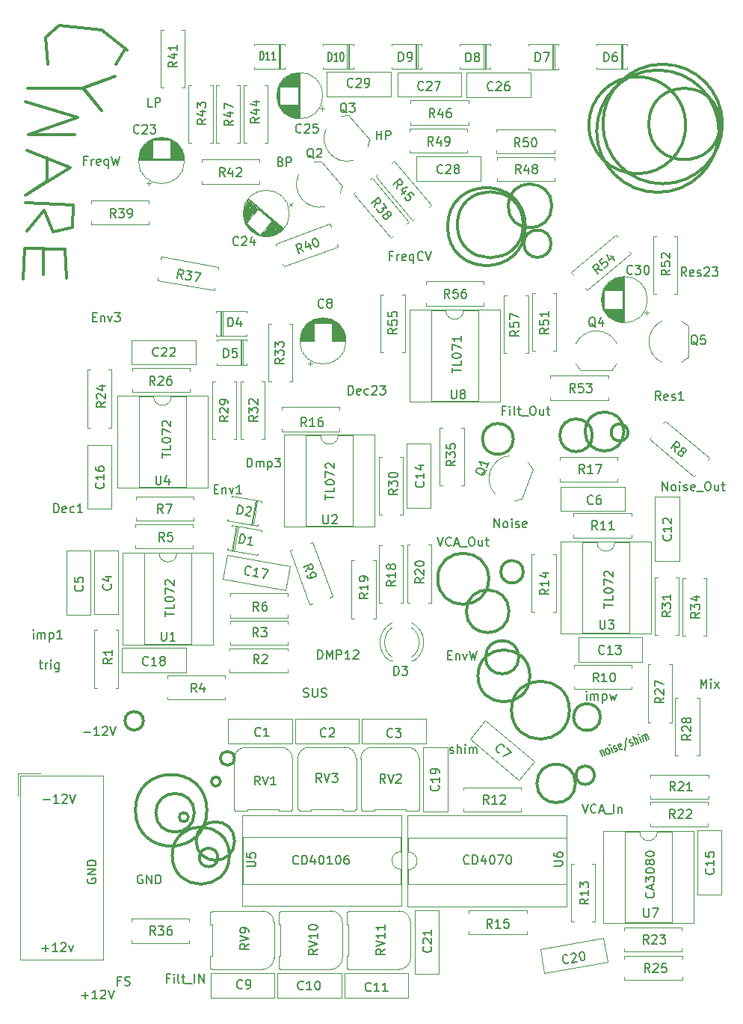
<source format=gbr>
G04 #@! TF.GenerationSoftware,KiCad,Pcbnew,(5.1.2-1)-1*
G04 #@! TF.CreationDate,2022-06-02T01:27:51-04:00*
G04 #@! TF.ProjectId,Cynare - CGS,43796e61-7265-4202-9d20-4347532e6b69,rev?*
G04 #@! TF.SameCoordinates,Original*
G04 #@! TF.FileFunction,Legend,Top*
G04 #@! TF.FilePolarity,Positive*
%FSLAX46Y46*%
G04 Gerber Fmt 4.6, Leading zero omitted, Abs format (unit mm)*
G04 Created by KiCad (PCBNEW (5.1.2-1)-1) date 2022-06-02 01:27:51*
%MOMM*%
%LPD*%
G04 APERTURE LIST*
%ADD10C,0.300000*%
%ADD11C,0.150000*%
%ADD12C,0.120000*%
G04 APERTURE END LIST*
D10*
X89995425Y-26430000D02*
G75*
G03X89995425Y-26430000I-5495425J0D01*
G01*
X93861203Y-26290000D02*
G75*
G03X93861203Y-26290000I-4031203J0D01*
G01*
X94139705Y-26290000D02*
G75*
G03X94139705Y-26290000I-6769705J0D01*
G01*
X93740874Y-27110000D02*
G75*
G03X93740874Y-27110000I-6920874J0D01*
G01*
X74732077Y-39840000D02*
G75*
G03X74732077Y-39840000I-1542077J0D01*
G01*
X74820726Y-35560000D02*
G75*
G03X74820726Y-35560000I-2480726J0D01*
G01*
X71586001Y-37700000D02*
G75*
G03X71586001Y-37700000I-3736001J0D01*
G01*
X71825417Y-37910000D02*
G75*
G03X71825417Y-37910000I-4405417J0D01*
G01*
X82983679Y-61100000D02*
G75*
G03X82983679Y-61100000I-2203679J0D01*
G01*
X83451509Y-61210000D02*
G75*
G03X83451509Y-61210000I-961509J0D01*
G01*
X79417918Y-61530000D02*
G75*
G03X79417918Y-61530000I-1847918J0D01*
G01*
X70461114Y-61950000D02*
G75*
G03X70461114Y-61950000I-1751114J0D01*
G01*
X71580590Y-76980000D02*
G75*
G03X71580590Y-76980000I-1270590J0D01*
G01*
X67673527Y-77770000D02*
G75*
G03X67673527Y-77770000I-2893527J0D01*
G01*
X69968305Y-81450000D02*
G75*
G03X69968305Y-81450000I-2418305J0D01*
G01*
X71072976Y-86650000D02*
G75*
G03X71072976Y-86650000I-1882976J0D01*
G01*
X79642929Y-100010000D02*
G75*
G03X79642929Y-100010000I-1042929J0D01*
G01*
X77493300Y-100930000D02*
G75*
G03X77493300Y-100930000I-2183300J0D01*
G01*
X80317267Y-93430000D02*
G75*
G03X80317267Y-93430000I-1517267J0D01*
G01*
X76809055Y-92640000D02*
G75*
G03X76809055Y-92640000I-3279055J0D01*
G01*
X72332669Y-88760000D02*
G75*
G03X72332669Y-88760000I-2942669J0D01*
G01*
X28553552Y-93850000D02*
G75*
G03X28553552Y-93850000I-1043552J0D01*
G01*
X38868543Y-98090000D02*
G75*
G03X38868543Y-98090000I-788543J0D01*
G01*
X37278652Y-100730000D02*
G75*
G03X37278652Y-100730000I-518652J0D01*
G01*
X38885178Y-107450000D02*
G75*
G03X38885178Y-107450000I-2175178J0D01*
G01*
X36987378Y-109320000D02*
G75*
G03X36987378Y-109320000I-1047378J0D01*
G01*
X38295583Y-109100000D02*
G75*
G03X38295583Y-109100000I-3235583J0D01*
G01*
X33645461Y-104750000D02*
G75*
G03X33645461Y-104750000I-515461J0D01*
G01*
X34322773Y-104260000D02*
G75*
G03X34322773Y-104260000I-2182773J0D01*
G01*
X35750802Y-103980000D02*
G75*
G03X35750802Y-103980000I-4050802J0D01*
G01*
X17210000Y-40600000D02*
X17210000Y-43360000D01*
X15110000Y-40340000D02*
X14910000Y-43820000D01*
X19710000Y-40470000D02*
X15110000Y-40340000D01*
X19840000Y-43760000D02*
X19710000Y-40470000D01*
X17280000Y-36060000D02*
X15370000Y-38430000D01*
X18330000Y-38490000D02*
X17280000Y-36060000D01*
X20500000Y-38030000D02*
X18330000Y-38490000D01*
X20570000Y-35470000D02*
X20500000Y-38030000D01*
X15170000Y-35200000D02*
X20570000Y-35470000D01*
X17670000Y-32770000D02*
X17670000Y-30140000D01*
X15170000Y-34350000D02*
X17670000Y-32770000D01*
X20240000Y-31250000D02*
X15170000Y-34350000D01*
X15370000Y-29280000D02*
X20240000Y-31250000D01*
X15520000Y-27500000D02*
X20770000Y-27500000D01*
X21140000Y-25540000D02*
X15520000Y-27500000D01*
X15200000Y-23800000D02*
X21140000Y-25540000D01*
X21780000Y-22250000D02*
X15420000Y-22250000D01*
X23790000Y-24760000D02*
X21780000Y-22250000D01*
X21730000Y-22250000D02*
X23790000Y-24760000D01*
X25340000Y-20920000D02*
X21730000Y-22250000D01*
X21820000Y-22200000D02*
X25340000Y-20920000D01*
X26440000Y-17860000D02*
X25480000Y-19550000D01*
X17480000Y-16490000D02*
X17710000Y-19510000D01*
X19030000Y-15120000D02*
X17480000Y-16490000D01*
X23790000Y-15620000D02*
X19030000Y-15120000D01*
X26710000Y-17910000D02*
X23790000Y-15620000D01*
D11*
X87357619Y-67792380D02*
X87357619Y-66792380D01*
X87929047Y-67792380D01*
X87929047Y-66792380D01*
X88548095Y-67792380D02*
X88452857Y-67744761D01*
X88405238Y-67697142D01*
X88357619Y-67601904D01*
X88357619Y-67316190D01*
X88405238Y-67220952D01*
X88452857Y-67173333D01*
X88548095Y-67125714D01*
X88690952Y-67125714D01*
X88786190Y-67173333D01*
X88833809Y-67220952D01*
X88881428Y-67316190D01*
X88881428Y-67601904D01*
X88833809Y-67697142D01*
X88786190Y-67744761D01*
X88690952Y-67792380D01*
X88548095Y-67792380D01*
X89310000Y-67792380D02*
X89310000Y-67125714D01*
X89310000Y-66792380D02*
X89262380Y-66840000D01*
X89310000Y-66887619D01*
X89357619Y-66840000D01*
X89310000Y-66792380D01*
X89310000Y-66887619D01*
X89738571Y-67744761D02*
X89833809Y-67792380D01*
X90024285Y-67792380D01*
X90119523Y-67744761D01*
X90167142Y-67649523D01*
X90167142Y-67601904D01*
X90119523Y-67506666D01*
X90024285Y-67459047D01*
X89881428Y-67459047D01*
X89786190Y-67411428D01*
X89738571Y-67316190D01*
X89738571Y-67268571D01*
X89786190Y-67173333D01*
X89881428Y-67125714D01*
X90024285Y-67125714D01*
X90119523Y-67173333D01*
X90976666Y-67744761D02*
X90881428Y-67792380D01*
X90690952Y-67792380D01*
X90595714Y-67744761D01*
X90548095Y-67649523D01*
X90548095Y-67268571D01*
X90595714Y-67173333D01*
X90690952Y-67125714D01*
X90881428Y-67125714D01*
X90976666Y-67173333D01*
X91024285Y-67268571D01*
X91024285Y-67363809D01*
X90548095Y-67459047D01*
X91214761Y-67887619D02*
X91976666Y-67887619D01*
X92405238Y-66792380D02*
X92595714Y-66792380D01*
X92690952Y-66840000D01*
X92786190Y-66935238D01*
X92833809Y-67125714D01*
X92833809Y-67459047D01*
X92786190Y-67649523D01*
X92690952Y-67744761D01*
X92595714Y-67792380D01*
X92405238Y-67792380D01*
X92310000Y-67744761D01*
X92214761Y-67649523D01*
X92167142Y-67459047D01*
X92167142Y-67125714D01*
X92214761Y-66935238D01*
X92310000Y-66840000D01*
X92405238Y-66792380D01*
X93690952Y-67125714D02*
X93690952Y-67792380D01*
X93262380Y-67125714D02*
X93262380Y-67649523D01*
X93310000Y-67744761D01*
X93405238Y-67792380D01*
X93548095Y-67792380D01*
X93643333Y-67744761D01*
X93690952Y-67697142D01*
X94024285Y-67125714D02*
X94405238Y-67125714D01*
X94167142Y-66792380D02*
X94167142Y-67649523D01*
X94214761Y-67744761D01*
X94310000Y-67792380D01*
X94405238Y-67792380D01*
X63522380Y-54459047D02*
X63522380Y-53887619D01*
X64522380Y-54173333D02*
X63522380Y-54173333D01*
X64522380Y-53078095D02*
X64522380Y-53554285D01*
X63522380Y-53554285D01*
X63522380Y-52554285D02*
X63522380Y-52459047D01*
X63570000Y-52363809D01*
X63617619Y-52316190D01*
X63712857Y-52268571D01*
X63903333Y-52220952D01*
X64141428Y-52220952D01*
X64331904Y-52268571D01*
X64427142Y-52316190D01*
X64474761Y-52363809D01*
X64522380Y-52459047D01*
X64522380Y-52554285D01*
X64474761Y-52649523D01*
X64427142Y-52697142D01*
X64331904Y-52744761D01*
X64141428Y-52792380D01*
X63903333Y-52792380D01*
X63712857Y-52744761D01*
X63617619Y-52697142D01*
X63570000Y-52649523D01*
X63522380Y-52554285D01*
X63522380Y-51887619D02*
X63522380Y-51220952D01*
X64522380Y-51649523D01*
X64522380Y-50316190D02*
X64522380Y-50887619D01*
X64522380Y-50601904D02*
X63522380Y-50601904D01*
X63665238Y-50697142D01*
X63760476Y-50792380D01*
X63808095Y-50887619D01*
X90063809Y-43522380D02*
X89730476Y-43046190D01*
X89492380Y-43522380D02*
X89492380Y-42522380D01*
X89873333Y-42522380D01*
X89968571Y-42570000D01*
X90016190Y-42617619D01*
X90063809Y-42712857D01*
X90063809Y-42855714D01*
X90016190Y-42950952D01*
X89968571Y-42998571D01*
X89873333Y-43046190D01*
X89492380Y-43046190D01*
X90873333Y-43474761D02*
X90778095Y-43522380D01*
X90587619Y-43522380D01*
X90492380Y-43474761D01*
X90444761Y-43379523D01*
X90444761Y-42998571D01*
X90492380Y-42903333D01*
X90587619Y-42855714D01*
X90778095Y-42855714D01*
X90873333Y-42903333D01*
X90920952Y-42998571D01*
X90920952Y-43093809D01*
X90444761Y-43189047D01*
X91301904Y-43474761D02*
X91397142Y-43522380D01*
X91587619Y-43522380D01*
X91682857Y-43474761D01*
X91730476Y-43379523D01*
X91730476Y-43331904D01*
X91682857Y-43236666D01*
X91587619Y-43189047D01*
X91444761Y-43189047D01*
X91349523Y-43141428D01*
X91301904Y-43046190D01*
X91301904Y-42998571D01*
X91349523Y-42903333D01*
X91444761Y-42855714D01*
X91587619Y-42855714D01*
X91682857Y-42903333D01*
X92111428Y-42617619D02*
X92159047Y-42570000D01*
X92254285Y-42522380D01*
X92492380Y-42522380D01*
X92587619Y-42570000D01*
X92635238Y-42617619D01*
X92682857Y-42712857D01*
X92682857Y-42808095D01*
X92635238Y-42950952D01*
X92063809Y-43522380D01*
X92682857Y-43522380D01*
X93016190Y-42522380D02*
X93635238Y-42522380D01*
X93301904Y-42903333D01*
X93444761Y-42903333D01*
X93540000Y-42950952D01*
X93587619Y-42998571D01*
X93635238Y-43093809D01*
X93635238Y-43331904D01*
X93587619Y-43427142D01*
X93540000Y-43474761D01*
X93444761Y-43522380D01*
X93159047Y-43522380D01*
X93063809Y-43474761D01*
X93016190Y-43427142D01*
X87150000Y-57562380D02*
X86816666Y-57086190D01*
X86578571Y-57562380D02*
X86578571Y-56562380D01*
X86959523Y-56562380D01*
X87054761Y-56610000D01*
X87102380Y-56657619D01*
X87150000Y-56752857D01*
X87150000Y-56895714D01*
X87102380Y-56990952D01*
X87054761Y-57038571D01*
X86959523Y-57086190D01*
X86578571Y-57086190D01*
X87959523Y-57514761D02*
X87864285Y-57562380D01*
X87673809Y-57562380D01*
X87578571Y-57514761D01*
X87530952Y-57419523D01*
X87530952Y-57038571D01*
X87578571Y-56943333D01*
X87673809Y-56895714D01*
X87864285Y-56895714D01*
X87959523Y-56943333D01*
X88007142Y-57038571D01*
X88007142Y-57133809D01*
X87530952Y-57229047D01*
X88388095Y-57514761D02*
X88483333Y-57562380D01*
X88673809Y-57562380D01*
X88769047Y-57514761D01*
X88816666Y-57419523D01*
X88816666Y-57371904D01*
X88769047Y-57276666D01*
X88673809Y-57229047D01*
X88530952Y-57229047D01*
X88435714Y-57181428D01*
X88388095Y-57086190D01*
X88388095Y-57038571D01*
X88435714Y-56943333D01*
X88530952Y-56895714D01*
X88673809Y-56895714D01*
X88769047Y-56943333D01*
X89769047Y-57562380D02*
X89197619Y-57562380D01*
X89483333Y-57562380D02*
X89483333Y-56562380D01*
X89388095Y-56705238D01*
X89292857Y-56800476D01*
X89197619Y-56848095D01*
X69524285Y-58728571D02*
X69190952Y-58728571D01*
X69190952Y-59252380D02*
X69190952Y-58252380D01*
X69667142Y-58252380D01*
X70048095Y-59252380D02*
X70048095Y-58585714D01*
X70048095Y-58252380D02*
X70000476Y-58300000D01*
X70048095Y-58347619D01*
X70095714Y-58300000D01*
X70048095Y-58252380D01*
X70048095Y-58347619D01*
X70667142Y-59252380D02*
X70571904Y-59204761D01*
X70524285Y-59109523D01*
X70524285Y-58252380D01*
X70905238Y-58585714D02*
X71286190Y-58585714D01*
X71048095Y-58252380D02*
X71048095Y-59109523D01*
X71095714Y-59204761D01*
X71190952Y-59252380D01*
X71286190Y-59252380D01*
X71381428Y-59347619D02*
X72143333Y-59347619D01*
X72571904Y-58252380D02*
X72762380Y-58252380D01*
X72857619Y-58300000D01*
X72952857Y-58395238D01*
X73000476Y-58585714D01*
X73000476Y-58919047D01*
X72952857Y-59109523D01*
X72857619Y-59204761D01*
X72762380Y-59252380D01*
X72571904Y-59252380D01*
X72476666Y-59204761D01*
X72381428Y-59109523D01*
X72333809Y-58919047D01*
X72333809Y-58585714D01*
X72381428Y-58395238D01*
X72476666Y-58300000D01*
X72571904Y-58252380D01*
X73857619Y-58585714D02*
X73857619Y-59252380D01*
X73429047Y-58585714D02*
X73429047Y-59109523D01*
X73476666Y-59204761D01*
X73571904Y-59252380D01*
X73714761Y-59252380D01*
X73810000Y-59204761D01*
X73857619Y-59157142D01*
X74190952Y-58585714D02*
X74571904Y-58585714D01*
X74333809Y-58252380D02*
X74333809Y-59109523D01*
X74381428Y-59204761D01*
X74476666Y-59252380D01*
X74571904Y-59252380D01*
X46108571Y-109997142D02*
X46060952Y-110044761D01*
X45918095Y-110092380D01*
X45822857Y-110092380D01*
X45680000Y-110044761D01*
X45584761Y-109949523D01*
X45537142Y-109854285D01*
X45489523Y-109663809D01*
X45489523Y-109520952D01*
X45537142Y-109330476D01*
X45584761Y-109235238D01*
X45680000Y-109140000D01*
X45822857Y-109092380D01*
X45918095Y-109092380D01*
X46060952Y-109140000D01*
X46108571Y-109187619D01*
X46537142Y-110092380D02*
X46537142Y-109092380D01*
X46775238Y-109092380D01*
X46918095Y-109140000D01*
X47013333Y-109235238D01*
X47060952Y-109330476D01*
X47108571Y-109520952D01*
X47108571Y-109663809D01*
X47060952Y-109854285D01*
X47013333Y-109949523D01*
X46918095Y-110044761D01*
X46775238Y-110092380D01*
X46537142Y-110092380D01*
X47965714Y-109425714D02*
X47965714Y-110092380D01*
X47727619Y-109044761D02*
X47489523Y-109759047D01*
X48108571Y-109759047D01*
X48680000Y-109092380D02*
X48775238Y-109092380D01*
X48870476Y-109140000D01*
X48918095Y-109187619D01*
X48965714Y-109282857D01*
X49013333Y-109473333D01*
X49013333Y-109711428D01*
X48965714Y-109901904D01*
X48918095Y-109997142D01*
X48870476Y-110044761D01*
X48775238Y-110092380D01*
X48680000Y-110092380D01*
X48584761Y-110044761D01*
X48537142Y-109997142D01*
X48489523Y-109901904D01*
X48441904Y-109711428D01*
X48441904Y-109473333D01*
X48489523Y-109282857D01*
X48537142Y-109187619D01*
X48584761Y-109140000D01*
X48680000Y-109092380D01*
X49965714Y-110092380D02*
X49394285Y-110092380D01*
X49680000Y-110092380D02*
X49680000Y-109092380D01*
X49584761Y-109235238D01*
X49489523Y-109330476D01*
X49394285Y-109378095D01*
X50584761Y-109092380D02*
X50680000Y-109092380D01*
X50775238Y-109140000D01*
X50822857Y-109187619D01*
X50870476Y-109282857D01*
X50918095Y-109473333D01*
X50918095Y-109711428D01*
X50870476Y-109901904D01*
X50822857Y-109997142D01*
X50775238Y-110044761D01*
X50680000Y-110092380D01*
X50584761Y-110092380D01*
X50489523Y-110044761D01*
X50441904Y-109997142D01*
X50394285Y-109901904D01*
X50346666Y-109711428D01*
X50346666Y-109473333D01*
X50394285Y-109282857D01*
X50441904Y-109187619D01*
X50489523Y-109140000D01*
X50584761Y-109092380D01*
X51775238Y-109092380D02*
X51584761Y-109092380D01*
X51489523Y-109140000D01*
X51441904Y-109187619D01*
X51346666Y-109330476D01*
X51299047Y-109520952D01*
X51299047Y-109901904D01*
X51346666Y-109997142D01*
X51394285Y-110044761D01*
X51489523Y-110092380D01*
X51680000Y-110092380D01*
X51775238Y-110044761D01*
X51822857Y-109997142D01*
X51870476Y-109901904D01*
X51870476Y-109663809D01*
X51822857Y-109568571D01*
X51775238Y-109520952D01*
X51680000Y-109473333D01*
X51489523Y-109473333D01*
X51394285Y-109520952D01*
X51346666Y-109568571D01*
X51299047Y-109663809D01*
X65434761Y-109967142D02*
X65387142Y-110014761D01*
X65244285Y-110062380D01*
X65149047Y-110062380D01*
X65006190Y-110014761D01*
X64910952Y-109919523D01*
X64863333Y-109824285D01*
X64815714Y-109633809D01*
X64815714Y-109490952D01*
X64863333Y-109300476D01*
X64910952Y-109205238D01*
X65006190Y-109110000D01*
X65149047Y-109062380D01*
X65244285Y-109062380D01*
X65387142Y-109110000D01*
X65434761Y-109157619D01*
X65863333Y-110062380D02*
X65863333Y-109062380D01*
X66101428Y-109062380D01*
X66244285Y-109110000D01*
X66339523Y-109205238D01*
X66387142Y-109300476D01*
X66434761Y-109490952D01*
X66434761Y-109633809D01*
X66387142Y-109824285D01*
X66339523Y-109919523D01*
X66244285Y-110014761D01*
X66101428Y-110062380D01*
X65863333Y-110062380D01*
X67291904Y-109395714D02*
X67291904Y-110062380D01*
X67053809Y-109014761D02*
X66815714Y-109729047D01*
X67434761Y-109729047D01*
X68006190Y-109062380D02*
X68101428Y-109062380D01*
X68196666Y-109110000D01*
X68244285Y-109157619D01*
X68291904Y-109252857D01*
X68339523Y-109443333D01*
X68339523Y-109681428D01*
X68291904Y-109871904D01*
X68244285Y-109967142D01*
X68196666Y-110014761D01*
X68101428Y-110062380D01*
X68006190Y-110062380D01*
X67910952Y-110014761D01*
X67863333Y-109967142D01*
X67815714Y-109871904D01*
X67768095Y-109681428D01*
X67768095Y-109443333D01*
X67815714Y-109252857D01*
X67863333Y-109157619D01*
X67910952Y-109110000D01*
X68006190Y-109062380D01*
X68672857Y-109062380D02*
X69339523Y-109062380D01*
X68910952Y-110062380D01*
X69910952Y-109062380D02*
X70006190Y-109062380D01*
X70101428Y-109110000D01*
X70149047Y-109157619D01*
X70196666Y-109252857D01*
X70244285Y-109443333D01*
X70244285Y-109681428D01*
X70196666Y-109871904D01*
X70149047Y-109967142D01*
X70101428Y-110014761D01*
X70006190Y-110062380D01*
X69910952Y-110062380D01*
X69815714Y-110014761D01*
X69768095Y-109967142D01*
X69720476Y-109871904D01*
X69672857Y-109681428D01*
X69672857Y-109443333D01*
X69720476Y-109252857D01*
X69768095Y-109157619D01*
X69815714Y-109110000D01*
X69910952Y-109062380D01*
X63248571Y-97484761D02*
X63343809Y-97532380D01*
X63534285Y-97532380D01*
X63629523Y-97484761D01*
X63677142Y-97389523D01*
X63677142Y-97341904D01*
X63629523Y-97246666D01*
X63534285Y-97199047D01*
X63391428Y-97199047D01*
X63296190Y-97151428D01*
X63248571Y-97056190D01*
X63248571Y-97008571D01*
X63296190Y-96913333D01*
X63391428Y-96865714D01*
X63534285Y-96865714D01*
X63629523Y-96913333D01*
X64105714Y-97532380D02*
X64105714Y-96532380D01*
X64534285Y-97532380D02*
X64534285Y-97008571D01*
X64486666Y-96913333D01*
X64391428Y-96865714D01*
X64248571Y-96865714D01*
X64153333Y-96913333D01*
X64105714Y-96960952D01*
X65010476Y-97532380D02*
X65010476Y-96865714D01*
X65010476Y-96532380D02*
X64962857Y-96580000D01*
X65010476Y-96627619D01*
X65058095Y-96580000D01*
X65010476Y-96532380D01*
X65010476Y-96627619D01*
X65486666Y-97532380D02*
X65486666Y-96865714D01*
X65486666Y-96960952D02*
X65534285Y-96913333D01*
X65629523Y-96865714D01*
X65772380Y-96865714D01*
X65867619Y-96913333D01*
X65915238Y-97008571D01*
X65915238Y-97532380D01*
X65915238Y-97008571D02*
X65962857Y-96913333D01*
X66058095Y-96865714D01*
X66200952Y-96865714D01*
X66296190Y-96913333D01*
X66343809Y-97008571D01*
X66343809Y-97532380D01*
X22230000Y-111721904D02*
X22182380Y-111817142D01*
X22182380Y-111960000D01*
X22230000Y-112102857D01*
X22325238Y-112198095D01*
X22420476Y-112245714D01*
X22610952Y-112293333D01*
X22753809Y-112293333D01*
X22944285Y-112245714D01*
X23039523Y-112198095D01*
X23134761Y-112102857D01*
X23182380Y-111960000D01*
X23182380Y-111864761D01*
X23134761Y-111721904D01*
X23087142Y-111674285D01*
X22753809Y-111674285D01*
X22753809Y-111864761D01*
X23182380Y-111245714D02*
X22182380Y-111245714D01*
X23182380Y-110674285D01*
X22182380Y-110674285D01*
X23182380Y-110198095D02*
X22182380Y-110198095D01*
X22182380Y-109960000D01*
X22230000Y-109817142D01*
X22325238Y-109721904D01*
X22420476Y-109674285D01*
X22610952Y-109626666D01*
X22753809Y-109626666D01*
X22944285Y-109674285D01*
X23039523Y-109721904D01*
X23134761Y-109817142D01*
X23182380Y-109960000D01*
X23182380Y-110198095D01*
X28428095Y-111340000D02*
X28332857Y-111292380D01*
X28190000Y-111292380D01*
X28047142Y-111340000D01*
X27951904Y-111435238D01*
X27904285Y-111530476D01*
X27856666Y-111720952D01*
X27856666Y-111863809D01*
X27904285Y-112054285D01*
X27951904Y-112149523D01*
X28047142Y-112244761D01*
X28190000Y-112292380D01*
X28285238Y-112292380D01*
X28428095Y-112244761D01*
X28475714Y-112197142D01*
X28475714Y-111863809D01*
X28285238Y-111863809D01*
X28904285Y-112292380D02*
X28904285Y-111292380D01*
X29475714Y-112292380D01*
X29475714Y-111292380D01*
X29951904Y-112292380D02*
X29951904Y-111292380D01*
X30190000Y-111292380D01*
X30332857Y-111340000D01*
X30428095Y-111435238D01*
X30475714Y-111530476D01*
X30523333Y-111720952D01*
X30523333Y-111863809D01*
X30475714Y-112054285D01*
X30428095Y-112149523D01*
X30332857Y-112244761D01*
X30190000Y-112292380D01*
X29951904Y-112292380D01*
X21778095Y-95131428D02*
X22540000Y-95131428D01*
X23540000Y-95512380D02*
X22968571Y-95512380D01*
X23254285Y-95512380D02*
X23254285Y-94512380D01*
X23159047Y-94655238D01*
X23063809Y-94750476D01*
X22968571Y-94798095D01*
X23920952Y-94607619D02*
X23968571Y-94560000D01*
X24063809Y-94512380D01*
X24301904Y-94512380D01*
X24397142Y-94560000D01*
X24444761Y-94607619D01*
X24492380Y-94702857D01*
X24492380Y-94798095D01*
X24444761Y-94940952D01*
X23873333Y-95512380D01*
X24492380Y-95512380D01*
X24778095Y-94512380D02*
X25111428Y-95512380D01*
X25444761Y-94512380D01*
X17208095Y-102771428D02*
X17970000Y-102771428D01*
X18970000Y-103152380D02*
X18398571Y-103152380D01*
X18684285Y-103152380D02*
X18684285Y-102152380D01*
X18589047Y-102295238D01*
X18493809Y-102390476D01*
X18398571Y-102438095D01*
X19350952Y-102247619D02*
X19398571Y-102200000D01*
X19493809Y-102152380D01*
X19731904Y-102152380D01*
X19827142Y-102200000D01*
X19874761Y-102247619D01*
X19922380Y-102342857D01*
X19922380Y-102438095D01*
X19874761Y-102580952D01*
X19303333Y-103152380D01*
X19922380Y-103152380D01*
X20208095Y-102152380D02*
X20541428Y-103152380D01*
X20874761Y-102152380D01*
X21578095Y-124951428D02*
X22340000Y-124951428D01*
X21959047Y-125332380D02*
X21959047Y-124570476D01*
X23340000Y-125332380D02*
X22768571Y-125332380D01*
X23054285Y-125332380D02*
X23054285Y-124332380D01*
X22959047Y-124475238D01*
X22863809Y-124570476D01*
X22768571Y-124618095D01*
X23720952Y-124427619D02*
X23768571Y-124380000D01*
X23863809Y-124332380D01*
X24101904Y-124332380D01*
X24197142Y-124380000D01*
X24244761Y-124427619D01*
X24292380Y-124522857D01*
X24292380Y-124618095D01*
X24244761Y-124760952D01*
X23673333Y-125332380D01*
X24292380Y-125332380D01*
X24578095Y-124332380D02*
X24911428Y-125332380D01*
X25244761Y-124332380D01*
X17085714Y-119591428D02*
X17847619Y-119591428D01*
X17466666Y-119972380D02*
X17466666Y-119210476D01*
X18847619Y-119972380D02*
X18276190Y-119972380D01*
X18561904Y-119972380D02*
X18561904Y-118972380D01*
X18466666Y-119115238D01*
X18371428Y-119210476D01*
X18276190Y-119258095D01*
X19228571Y-119067619D02*
X19276190Y-119020000D01*
X19371428Y-118972380D01*
X19609523Y-118972380D01*
X19704761Y-119020000D01*
X19752380Y-119067619D01*
X19800000Y-119162857D01*
X19800000Y-119258095D01*
X19752380Y-119400952D01*
X19180952Y-119972380D01*
X19800000Y-119972380D01*
X20133333Y-119305714D02*
X20371428Y-119972380D01*
X20609523Y-119305714D01*
X25976666Y-123288571D02*
X25643333Y-123288571D01*
X25643333Y-123812380D02*
X25643333Y-122812380D01*
X26119523Y-122812380D01*
X26452857Y-123764761D02*
X26595714Y-123812380D01*
X26833809Y-123812380D01*
X26929047Y-123764761D01*
X26976666Y-123717142D01*
X27024285Y-123621904D01*
X27024285Y-123526666D01*
X26976666Y-123431428D01*
X26929047Y-123383809D01*
X26833809Y-123336190D01*
X26643333Y-123288571D01*
X26548095Y-123240952D01*
X26500476Y-123193333D01*
X26452857Y-123098095D01*
X26452857Y-123002857D01*
X26500476Y-122907619D01*
X26548095Y-122860000D01*
X26643333Y-122812380D01*
X26881428Y-122812380D01*
X27024285Y-122860000D01*
X31494285Y-122998571D02*
X31160952Y-122998571D01*
X31160952Y-123522380D02*
X31160952Y-122522380D01*
X31637142Y-122522380D01*
X32018095Y-123522380D02*
X32018095Y-122855714D01*
X32018095Y-122522380D02*
X31970476Y-122570000D01*
X32018095Y-122617619D01*
X32065714Y-122570000D01*
X32018095Y-122522380D01*
X32018095Y-122617619D01*
X32637142Y-123522380D02*
X32541904Y-123474761D01*
X32494285Y-123379523D01*
X32494285Y-122522380D01*
X32875238Y-122855714D02*
X33256190Y-122855714D01*
X33018095Y-122522380D02*
X33018095Y-123379523D01*
X33065714Y-123474761D01*
X33160952Y-123522380D01*
X33256190Y-123522380D01*
X33351428Y-123617619D02*
X34113333Y-123617619D01*
X34351428Y-123522380D02*
X34351428Y-122522380D01*
X34827619Y-123522380D02*
X34827619Y-122522380D01*
X35399047Y-123522380D01*
X35399047Y-122522380D01*
X86337142Y-113273809D02*
X86384761Y-113321428D01*
X86432380Y-113464285D01*
X86432380Y-113559523D01*
X86384761Y-113702380D01*
X86289523Y-113797619D01*
X86194285Y-113845238D01*
X86003809Y-113892857D01*
X85860952Y-113892857D01*
X85670476Y-113845238D01*
X85575238Y-113797619D01*
X85480000Y-113702380D01*
X85432380Y-113559523D01*
X85432380Y-113464285D01*
X85480000Y-113321428D01*
X85527619Y-113273809D01*
X86146666Y-112892857D02*
X86146666Y-112416666D01*
X86432380Y-112988095D02*
X85432380Y-112654761D01*
X86432380Y-112321428D01*
X85432380Y-112083333D02*
X85432380Y-111464285D01*
X85813333Y-111797619D01*
X85813333Y-111654761D01*
X85860952Y-111559523D01*
X85908571Y-111511904D01*
X86003809Y-111464285D01*
X86241904Y-111464285D01*
X86337142Y-111511904D01*
X86384761Y-111559523D01*
X86432380Y-111654761D01*
X86432380Y-111940476D01*
X86384761Y-112035714D01*
X86337142Y-112083333D01*
X85432380Y-110845238D02*
X85432380Y-110750000D01*
X85480000Y-110654761D01*
X85527619Y-110607142D01*
X85622857Y-110559523D01*
X85813333Y-110511904D01*
X86051428Y-110511904D01*
X86241904Y-110559523D01*
X86337142Y-110607142D01*
X86384761Y-110654761D01*
X86432380Y-110750000D01*
X86432380Y-110845238D01*
X86384761Y-110940476D01*
X86337142Y-110988095D01*
X86241904Y-111035714D01*
X86051428Y-111083333D01*
X85813333Y-111083333D01*
X85622857Y-111035714D01*
X85527619Y-110988095D01*
X85480000Y-110940476D01*
X85432380Y-110845238D01*
X85860952Y-109940476D02*
X85813333Y-110035714D01*
X85765714Y-110083333D01*
X85670476Y-110130952D01*
X85622857Y-110130952D01*
X85527619Y-110083333D01*
X85480000Y-110035714D01*
X85432380Y-109940476D01*
X85432380Y-109750000D01*
X85480000Y-109654761D01*
X85527619Y-109607142D01*
X85622857Y-109559523D01*
X85670476Y-109559523D01*
X85765714Y-109607142D01*
X85813333Y-109654761D01*
X85860952Y-109750000D01*
X85860952Y-109940476D01*
X85908571Y-110035714D01*
X85956190Y-110083333D01*
X86051428Y-110130952D01*
X86241904Y-110130952D01*
X86337142Y-110083333D01*
X86384761Y-110035714D01*
X86432380Y-109940476D01*
X86432380Y-109750000D01*
X86384761Y-109654761D01*
X86337142Y-109607142D01*
X86241904Y-109559523D01*
X86051428Y-109559523D01*
X85956190Y-109607142D01*
X85908571Y-109654761D01*
X85860952Y-109750000D01*
X85432380Y-108940476D02*
X85432380Y-108845238D01*
X85480000Y-108750000D01*
X85527619Y-108702380D01*
X85622857Y-108654761D01*
X85813333Y-108607142D01*
X86051428Y-108607142D01*
X86241904Y-108654761D01*
X86337142Y-108702380D01*
X86384761Y-108750000D01*
X86432380Y-108845238D01*
X86432380Y-108940476D01*
X86384761Y-109035714D01*
X86337142Y-109083333D01*
X86241904Y-109130952D01*
X86051428Y-109178571D01*
X85813333Y-109178571D01*
X85622857Y-109130952D01*
X85527619Y-109083333D01*
X85480000Y-109035714D01*
X85432380Y-108940476D01*
X78747142Y-91482380D02*
X78747142Y-90815714D01*
X78747142Y-90482380D02*
X78699523Y-90530000D01*
X78747142Y-90577619D01*
X78794761Y-90530000D01*
X78747142Y-90482380D01*
X78747142Y-90577619D01*
X79223333Y-91482380D02*
X79223333Y-90815714D01*
X79223333Y-90910952D02*
X79270952Y-90863333D01*
X79366190Y-90815714D01*
X79509047Y-90815714D01*
X79604285Y-90863333D01*
X79651904Y-90958571D01*
X79651904Y-91482380D01*
X79651904Y-90958571D02*
X79699523Y-90863333D01*
X79794761Y-90815714D01*
X79937619Y-90815714D01*
X80032857Y-90863333D01*
X80080476Y-90958571D01*
X80080476Y-91482380D01*
X80556666Y-90815714D02*
X80556666Y-91815714D01*
X80556666Y-90863333D02*
X80651904Y-90815714D01*
X80842380Y-90815714D01*
X80937619Y-90863333D01*
X80985238Y-90910952D01*
X81032857Y-91006190D01*
X81032857Y-91291904D01*
X80985238Y-91387142D01*
X80937619Y-91434761D01*
X80842380Y-91482380D01*
X80651904Y-91482380D01*
X80556666Y-91434761D01*
X81366190Y-90815714D02*
X81556666Y-91482380D01*
X81747142Y-91006190D01*
X81937619Y-91482380D01*
X82128095Y-90815714D01*
X91693809Y-90112380D02*
X91693809Y-89112380D01*
X92027142Y-89826666D01*
X92360476Y-89112380D01*
X92360476Y-90112380D01*
X92836666Y-90112380D02*
X92836666Y-89445714D01*
X92836666Y-89112380D02*
X92789047Y-89160000D01*
X92836666Y-89207619D01*
X92884285Y-89160000D01*
X92836666Y-89112380D01*
X92836666Y-89207619D01*
X93217619Y-90112380D02*
X93741428Y-89445714D01*
X93217619Y-89445714D02*
X93741428Y-90112380D01*
X80289909Y-97251994D02*
X80517922Y-97878455D01*
X80322482Y-97341488D02*
X80337518Y-97285340D01*
X80383878Y-97217792D01*
X80477847Y-97183590D01*
X80556780Y-97205535D01*
X80620676Y-97283629D01*
X80799830Y-97775849D01*
X81207030Y-97627641D02*
X81128097Y-97605695D01*
X81080487Y-97572348D01*
X81016591Y-97494254D01*
X80918871Y-97225771D01*
X80917621Y-97124875D01*
X80932657Y-97068727D01*
X80979017Y-97001179D01*
X81072986Y-96966977D01*
X81151919Y-96988923D01*
X81199528Y-97022269D01*
X81263425Y-97100363D01*
X81361145Y-97368847D01*
X81362395Y-97469742D01*
X81347359Y-97525890D01*
X81300999Y-97593438D01*
X81207030Y-97627641D01*
X81708199Y-97445230D02*
X81480186Y-96818768D01*
X81366179Y-96505537D02*
X81351143Y-96561685D01*
X81398753Y-96595032D01*
X81413789Y-96538884D01*
X81366179Y-96505537D01*
X81398753Y-96595032D01*
X81973820Y-97297876D02*
X82052753Y-97319822D01*
X82178046Y-97274220D01*
X82224405Y-97206671D01*
X82223155Y-97105776D01*
X82206868Y-97061029D01*
X82142972Y-96982935D01*
X82064039Y-96960989D01*
X81970070Y-96995191D01*
X81891137Y-96973245D01*
X81827240Y-96895151D01*
X81810954Y-96850404D01*
X81809703Y-96749509D01*
X81856063Y-96681960D01*
X81950032Y-96647758D01*
X82028965Y-96669704D01*
X82788221Y-97001459D02*
X82741861Y-97069008D01*
X82616569Y-97114610D01*
X82537636Y-97092664D01*
X82473740Y-97014571D01*
X82343446Y-96656592D01*
X82342196Y-96555697D01*
X82388555Y-96488149D01*
X82513848Y-96442546D01*
X82592781Y-96464492D01*
X82656677Y-96542586D01*
X82689250Y-96632080D01*
X82408593Y-96835581D01*
X83229278Y-95776750D02*
X83105202Y-97190138D01*
X83759236Y-96648038D02*
X83838169Y-96669984D01*
X83963462Y-96624381D01*
X84009821Y-96556833D01*
X84008571Y-96455938D01*
X83992284Y-96411190D01*
X83928388Y-96333096D01*
X83849455Y-96311151D01*
X83755486Y-96345353D01*
X83676553Y-96323407D01*
X83612656Y-96245313D01*
X83596370Y-96200566D01*
X83595119Y-96099670D01*
X83641479Y-96032122D01*
X83735448Y-95997920D01*
X83814381Y-96019866D01*
X84339339Y-96487573D02*
X83997319Y-95547881D01*
X84621246Y-96384967D02*
X84442093Y-95892747D01*
X84378197Y-95814654D01*
X84299264Y-95792708D01*
X84205295Y-95826910D01*
X84158935Y-95894458D01*
X84143899Y-95950606D01*
X84934477Y-96270961D02*
X84706464Y-95644499D01*
X84592457Y-95331268D02*
X84577421Y-95387416D01*
X84625031Y-95420763D01*
X84640067Y-95364615D01*
X84592457Y-95331268D01*
X84625031Y-95420763D01*
X85247708Y-96156954D02*
X85019695Y-95530492D01*
X85052268Y-95619987D02*
X85067305Y-95563839D01*
X85113664Y-95496290D01*
X85207633Y-95462088D01*
X85286566Y-95484034D01*
X85350463Y-95562128D01*
X85529616Y-96054348D01*
X85350463Y-95562128D02*
X85349212Y-95461233D01*
X85395572Y-95393684D01*
X85489541Y-95359482D01*
X85568474Y-95381428D01*
X85632370Y-95459522D01*
X85811524Y-95951742D01*
X78246666Y-103292380D02*
X78580000Y-104292380D01*
X78913333Y-103292380D01*
X79818095Y-104197142D02*
X79770476Y-104244761D01*
X79627619Y-104292380D01*
X79532380Y-104292380D01*
X79389523Y-104244761D01*
X79294285Y-104149523D01*
X79246666Y-104054285D01*
X79199047Y-103863809D01*
X79199047Y-103720952D01*
X79246666Y-103530476D01*
X79294285Y-103435238D01*
X79389523Y-103340000D01*
X79532380Y-103292380D01*
X79627619Y-103292380D01*
X79770476Y-103340000D01*
X79818095Y-103387619D01*
X80199047Y-104006666D02*
X80675238Y-104006666D01*
X80103809Y-104292380D02*
X80437142Y-103292380D01*
X80770476Y-104292380D01*
X80865714Y-104387619D02*
X81627619Y-104387619D01*
X81865714Y-104292380D02*
X81865714Y-103292380D01*
X82341904Y-103625714D02*
X82341904Y-104292380D01*
X82341904Y-103720952D02*
X82389523Y-103673333D01*
X82484761Y-103625714D01*
X82627619Y-103625714D01*
X82722857Y-103673333D01*
X82770476Y-103768571D01*
X82770476Y-104292380D01*
X80732380Y-81059047D02*
X80732380Y-80487619D01*
X81732380Y-80773333D02*
X80732380Y-80773333D01*
X81732380Y-79678095D02*
X81732380Y-80154285D01*
X80732380Y-80154285D01*
X80732380Y-79154285D02*
X80732380Y-79059047D01*
X80780000Y-78963809D01*
X80827619Y-78916190D01*
X80922857Y-78868571D01*
X81113333Y-78820952D01*
X81351428Y-78820952D01*
X81541904Y-78868571D01*
X81637142Y-78916190D01*
X81684761Y-78963809D01*
X81732380Y-79059047D01*
X81732380Y-79154285D01*
X81684761Y-79249523D01*
X81637142Y-79297142D01*
X81541904Y-79344761D01*
X81351428Y-79392380D01*
X81113333Y-79392380D01*
X80922857Y-79344761D01*
X80827619Y-79297142D01*
X80780000Y-79249523D01*
X80732380Y-79154285D01*
X80732380Y-78487619D02*
X80732380Y-77820952D01*
X81732380Y-78249523D01*
X80827619Y-77487619D02*
X80780000Y-77440000D01*
X80732380Y-77344761D01*
X80732380Y-77106666D01*
X80780000Y-77011428D01*
X80827619Y-76963809D01*
X80922857Y-76916190D01*
X81018095Y-76916190D01*
X81160952Y-76963809D01*
X81732380Y-77535238D01*
X81732380Y-76916190D01*
X68320476Y-71972380D02*
X68320476Y-70972380D01*
X68891904Y-71972380D01*
X68891904Y-70972380D01*
X69510952Y-71972380D02*
X69415714Y-71924761D01*
X69368095Y-71877142D01*
X69320476Y-71781904D01*
X69320476Y-71496190D01*
X69368095Y-71400952D01*
X69415714Y-71353333D01*
X69510952Y-71305714D01*
X69653809Y-71305714D01*
X69749047Y-71353333D01*
X69796666Y-71400952D01*
X69844285Y-71496190D01*
X69844285Y-71781904D01*
X69796666Y-71877142D01*
X69749047Y-71924761D01*
X69653809Y-71972380D01*
X69510952Y-71972380D01*
X70272857Y-71972380D02*
X70272857Y-71305714D01*
X70272857Y-70972380D02*
X70225238Y-71020000D01*
X70272857Y-71067619D01*
X70320476Y-71020000D01*
X70272857Y-70972380D01*
X70272857Y-71067619D01*
X70701428Y-71924761D02*
X70796666Y-71972380D01*
X70987142Y-71972380D01*
X71082380Y-71924761D01*
X71130000Y-71829523D01*
X71130000Y-71781904D01*
X71082380Y-71686666D01*
X70987142Y-71639047D01*
X70844285Y-71639047D01*
X70749047Y-71591428D01*
X70701428Y-71496190D01*
X70701428Y-71448571D01*
X70749047Y-71353333D01*
X70844285Y-71305714D01*
X70987142Y-71305714D01*
X71082380Y-71353333D01*
X71939523Y-71924761D02*
X71844285Y-71972380D01*
X71653809Y-71972380D01*
X71558571Y-71924761D01*
X71510952Y-71829523D01*
X71510952Y-71448571D01*
X71558571Y-71353333D01*
X71653809Y-71305714D01*
X71844285Y-71305714D01*
X71939523Y-71353333D01*
X71987142Y-71448571D01*
X71987142Y-71543809D01*
X71510952Y-71639047D01*
X61845238Y-73062380D02*
X62178571Y-74062380D01*
X62511904Y-73062380D01*
X63416666Y-73967142D02*
X63369047Y-74014761D01*
X63226190Y-74062380D01*
X63130952Y-74062380D01*
X62988095Y-74014761D01*
X62892857Y-73919523D01*
X62845238Y-73824285D01*
X62797619Y-73633809D01*
X62797619Y-73490952D01*
X62845238Y-73300476D01*
X62892857Y-73205238D01*
X62988095Y-73110000D01*
X63130952Y-73062380D01*
X63226190Y-73062380D01*
X63369047Y-73110000D01*
X63416666Y-73157619D01*
X63797619Y-73776666D02*
X64273809Y-73776666D01*
X63702380Y-74062380D02*
X64035714Y-73062380D01*
X64369047Y-74062380D01*
X64464285Y-74157619D02*
X65226190Y-74157619D01*
X65654761Y-73062380D02*
X65845238Y-73062380D01*
X65940476Y-73110000D01*
X66035714Y-73205238D01*
X66083333Y-73395714D01*
X66083333Y-73729047D01*
X66035714Y-73919523D01*
X65940476Y-74014761D01*
X65845238Y-74062380D01*
X65654761Y-74062380D01*
X65559523Y-74014761D01*
X65464285Y-73919523D01*
X65416666Y-73729047D01*
X65416666Y-73395714D01*
X65464285Y-73205238D01*
X65559523Y-73110000D01*
X65654761Y-73062380D01*
X66940476Y-73395714D02*
X66940476Y-74062380D01*
X66511904Y-73395714D02*
X66511904Y-73919523D01*
X66559523Y-74014761D01*
X66654761Y-74062380D01*
X66797619Y-74062380D01*
X66892857Y-74014761D01*
X66940476Y-73967142D01*
X67273809Y-73395714D02*
X67654761Y-73395714D01*
X67416666Y-73062380D02*
X67416666Y-73919523D01*
X67464285Y-74014761D01*
X67559523Y-74062380D01*
X67654761Y-74062380D01*
X51778571Y-56922380D02*
X51778571Y-55922380D01*
X52016666Y-55922380D01*
X52159523Y-55970000D01*
X52254761Y-56065238D01*
X52302380Y-56160476D01*
X52350000Y-56350952D01*
X52350000Y-56493809D01*
X52302380Y-56684285D01*
X52254761Y-56779523D01*
X52159523Y-56874761D01*
X52016666Y-56922380D01*
X51778571Y-56922380D01*
X53159523Y-56874761D02*
X53064285Y-56922380D01*
X52873809Y-56922380D01*
X52778571Y-56874761D01*
X52730952Y-56779523D01*
X52730952Y-56398571D01*
X52778571Y-56303333D01*
X52873809Y-56255714D01*
X53064285Y-56255714D01*
X53159523Y-56303333D01*
X53207142Y-56398571D01*
X53207142Y-56493809D01*
X52730952Y-56589047D01*
X54064285Y-56874761D02*
X53969047Y-56922380D01*
X53778571Y-56922380D01*
X53683333Y-56874761D01*
X53635714Y-56827142D01*
X53588095Y-56731904D01*
X53588095Y-56446190D01*
X53635714Y-56350952D01*
X53683333Y-56303333D01*
X53778571Y-56255714D01*
X53969047Y-56255714D01*
X54064285Y-56303333D01*
X54445238Y-56017619D02*
X54492857Y-55970000D01*
X54588095Y-55922380D01*
X54826190Y-55922380D01*
X54921428Y-55970000D01*
X54969047Y-56017619D01*
X55016666Y-56112857D01*
X55016666Y-56208095D01*
X54969047Y-56350952D01*
X54397619Y-56922380D01*
X55016666Y-56922380D01*
X55350000Y-55922380D02*
X55969047Y-55922380D01*
X55635714Y-56303333D01*
X55778571Y-56303333D01*
X55873809Y-56350952D01*
X55921428Y-56398571D01*
X55969047Y-56493809D01*
X55969047Y-56731904D01*
X55921428Y-56827142D01*
X55873809Y-56874761D01*
X55778571Y-56922380D01*
X55492857Y-56922380D01*
X55397619Y-56874761D01*
X55350000Y-56827142D01*
X40312857Y-65132380D02*
X40312857Y-64132380D01*
X40550952Y-64132380D01*
X40693809Y-64180000D01*
X40789047Y-64275238D01*
X40836666Y-64370476D01*
X40884285Y-64560952D01*
X40884285Y-64703809D01*
X40836666Y-64894285D01*
X40789047Y-64989523D01*
X40693809Y-65084761D01*
X40550952Y-65132380D01*
X40312857Y-65132380D01*
X41312857Y-65132380D02*
X41312857Y-64465714D01*
X41312857Y-64560952D02*
X41360476Y-64513333D01*
X41455714Y-64465714D01*
X41598571Y-64465714D01*
X41693809Y-64513333D01*
X41741428Y-64608571D01*
X41741428Y-65132380D01*
X41741428Y-64608571D02*
X41789047Y-64513333D01*
X41884285Y-64465714D01*
X42027142Y-64465714D01*
X42122380Y-64513333D01*
X42170000Y-64608571D01*
X42170000Y-65132380D01*
X42646190Y-64465714D02*
X42646190Y-65465714D01*
X42646190Y-64513333D02*
X42741428Y-64465714D01*
X42931904Y-64465714D01*
X43027142Y-64513333D01*
X43074761Y-64560952D01*
X43122380Y-64656190D01*
X43122380Y-64941904D01*
X43074761Y-65037142D01*
X43027142Y-65084761D01*
X42931904Y-65132380D01*
X42741428Y-65132380D01*
X42646190Y-65084761D01*
X43455714Y-64132380D02*
X44074761Y-64132380D01*
X43741428Y-64513333D01*
X43884285Y-64513333D01*
X43979523Y-64560952D01*
X44027142Y-64608571D01*
X44074761Y-64703809D01*
X44074761Y-64941904D01*
X44027142Y-65037142D01*
X43979523Y-65084761D01*
X43884285Y-65132380D01*
X43598571Y-65132380D01*
X43503333Y-65084761D01*
X43455714Y-65037142D01*
X36576190Y-67618571D02*
X36909523Y-67618571D01*
X37052380Y-68142380D02*
X36576190Y-68142380D01*
X36576190Y-67142380D01*
X37052380Y-67142380D01*
X37480952Y-67475714D02*
X37480952Y-68142380D01*
X37480952Y-67570952D02*
X37528571Y-67523333D01*
X37623809Y-67475714D01*
X37766666Y-67475714D01*
X37861904Y-67523333D01*
X37909523Y-67618571D01*
X37909523Y-68142380D01*
X38290476Y-67475714D02*
X38528571Y-68142380D01*
X38766666Y-67475714D01*
X39671428Y-68142380D02*
X39100000Y-68142380D01*
X39385714Y-68142380D02*
X39385714Y-67142380D01*
X39290476Y-67285238D01*
X39195238Y-67380476D01*
X39100000Y-67428095D01*
X49182380Y-68809047D02*
X49182380Y-68237619D01*
X50182380Y-68523333D02*
X49182380Y-68523333D01*
X50182380Y-67428095D02*
X50182380Y-67904285D01*
X49182380Y-67904285D01*
X49182380Y-66904285D02*
X49182380Y-66809047D01*
X49230000Y-66713809D01*
X49277619Y-66666190D01*
X49372857Y-66618571D01*
X49563333Y-66570952D01*
X49801428Y-66570952D01*
X49991904Y-66618571D01*
X50087142Y-66666190D01*
X50134761Y-66713809D01*
X50182380Y-66809047D01*
X50182380Y-66904285D01*
X50134761Y-66999523D01*
X50087142Y-67047142D01*
X49991904Y-67094761D01*
X49801428Y-67142380D01*
X49563333Y-67142380D01*
X49372857Y-67094761D01*
X49277619Y-67047142D01*
X49230000Y-66999523D01*
X49182380Y-66904285D01*
X49182380Y-66237619D02*
X49182380Y-65570952D01*
X50182380Y-65999523D01*
X49277619Y-65237619D02*
X49230000Y-65190000D01*
X49182380Y-65094761D01*
X49182380Y-64856666D01*
X49230000Y-64761428D01*
X49277619Y-64713809D01*
X49372857Y-64666190D01*
X49468095Y-64666190D01*
X49610952Y-64713809D01*
X50182380Y-65285238D01*
X50182380Y-64666190D01*
X63020952Y-86388571D02*
X63354285Y-86388571D01*
X63497142Y-86912380D02*
X63020952Y-86912380D01*
X63020952Y-85912380D01*
X63497142Y-85912380D01*
X63925714Y-86245714D02*
X63925714Y-86912380D01*
X63925714Y-86340952D02*
X63973333Y-86293333D01*
X64068571Y-86245714D01*
X64211428Y-86245714D01*
X64306666Y-86293333D01*
X64354285Y-86388571D01*
X64354285Y-86912380D01*
X64735238Y-86245714D02*
X64973333Y-86912380D01*
X65211428Y-86245714D01*
X65497142Y-85912380D02*
X65735238Y-86912380D01*
X65925714Y-86198095D01*
X66116190Y-86912380D01*
X66354285Y-85912380D01*
X46704285Y-91124761D02*
X46847142Y-91172380D01*
X47085238Y-91172380D01*
X47180476Y-91124761D01*
X47228095Y-91077142D01*
X47275714Y-90981904D01*
X47275714Y-90886666D01*
X47228095Y-90791428D01*
X47180476Y-90743809D01*
X47085238Y-90696190D01*
X46894761Y-90648571D01*
X46799523Y-90600952D01*
X46751904Y-90553333D01*
X46704285Y-90458095D01*
X46704285Y-90362857D01*
X46751904Y-90267619D01*
X46799523Y-90220000D01*
X46894761Y-90172380D01*
X47132857Y-90172380D01*
X47275714Y-90220000D01*
X47704285Y-90172380D02*
X47704285Y-90981904D01*
X47751904Y-91077142D01*
X47799523Y-91124761D01*
X47894761Y-91172380D01*
X48085238Y-91172380D01*
X48180476Y-91124761D01*
X48228095Y-91077142D01*
X48275714Y-90981904D01*
X48275714Y-90172380D01*
X48704285Y-91124761D02*
X48847142Y-91172380D01*
X49085238Y-91172380D01*
X49180476Y-91124761D01*
X49228095Y-91077142D01*
X49275714Y-90981904D01*
X49275714Y-90886666D01*
X49228095Y-90791428D01*
X49180476Y-90743809D01*
X49085238Y-90696190D01*
X48894761Y-90648571D01*
X48799523Y-90600952D01*
X48751904Y-90553333D01*
X48704285Y-90458095D01*
X48704285Y-90362857D01*
X48751904Y-90267619D01*
X48799523Y-90220000D01*
X48894761Y-90172380D01*
X49132857Y-90172380D01*
X49275714Y-90220000D01*
X48304285Y-86852380D02*
X48304285Y-85852380D01*
X48542380Y-85852380D01*
X48685238Y-85900000D01*
X48780476Y-85995238D01*
X48828095Y-86090476D01*
X48875714Y-86280952D01*
X48875714Y-86423809D01*
X48828095Y-86614285D01*
X48780476Y-86709523D01*
X48685238Y-86804761D01*
X48542380Y-86852380D01*
X48304285Y-86852380D01*
X49304285Y-86852380D02*
X49304285Y-85852380D01*
X49637619Y-86566666D01*
X49970952Y-85852380D01*
X49970952Y-86852380D01*
X50447142Y-86852380D02*
X50447142Y-85852380D01*
X50828095Y-85852380D01*
X50923333Y-85900000D01*
X50970952Y-85947619D01*
X51018571Y-86042857D01*
X51018571Y-86185714D01*
X50970952Y-86280952D01*
X50923333Y-86328571D01*
X50828095Y-86376190D01*
X50447142Y-86376190D01*
X51970952Y-86852380D02*
X51399523Y-86852380D01*
X51685238Y-86852380D02*
X51685238Y-85852380D01*
X51590000Y-85995238D01*
X51494761Y-86090476D01*
X51399523Y-86138095D01*
X52351904Y-85947619D02*
X52399523Y-85900000D01*
X52494761Y-85852380D01*
X52732857Y-85852380D01*
X52828095Y-85900000D01*
X52875714Y-85947619D01*
X52923333Y-86042857D01*
X52923333Y-86138095D01*
X52875714Y-86280952D01*
X52304285Y-86852380D01*
X52923333Y-86852380D01*
X16759523Y-87305714D02*
X17140476Y-87305714D01*
X16902380Y-86972380D02*
X16902380Y-87829523D01*
X16950000Y-87924761D01*
X17045238Y-87972380D01*
X17140476Y-87972380D01*
X17473809Y-87972380D02*
X17473809Y-87305714D01*
X17473809Y-87496190D02*
X17521428Y-87400952D01*
X17569047Y-87353333D01*
X17664285Y-87305714D01*
X17759523Y-87305714D01*
X18092857Y-87972380D02*
X18092857Y-87305714D01*
X18092857Y-86972380D02*
X18045238Y-87020000D01*
X18092857Y-87067619D01*
X18140476Y-87020000D01*
X18092857Y-86972380D01*
X18092857Y-87067619D01*
X18997619Y-87305714D02*
X18997619Y-88115238D01*
X18950000Y-88210476D01*
X18902380Y-88258095D01*
X18807142Y-88305714D01*
X18664285Y-88305714D01*
X18569047Y-88258095D01*
X18997619Y-87924761D02*
X18902380Y-87972380D01*
X18711904Y-87972380D01*
X18616666Y-87924761D01*
X18569047Y-87877142D01*
X18521428Y-87781904D01*
X18521428Y-87496190D01*
X18569047Y-87400952D01*
X18616666Y-87353333D01*
X18711904Y-87305714D01*
X18902380Y-87305714D01*
X18997619Y-87353333D01*
X16094761Y-84542380D02*
X16094761Y-83875714D01*
X16094761Y-83542380D02*
X16047142Y-83590000D01*
X16094761Y-83637619D01*
X16142380Y-83590000D01*
X16094761Y-83542380D01*
X16094761Y-83637619D01*
X16570952Y-84542380D02*
X16570952Y-83875714D01*
X16570952Y-83970952D02*
X16618571Y-83923333D01*
X16713809Y-83875714D01*
X16856666Y-83875714D01*
X16951904Y-83923333D01*
X16999523Y-84018571D01*
X16999523Y-84542380D01*
X16999523Y-84018571D02*
X17047142Y-83923333D01*
X17142380Y-83875714D01*
X17285238Y-83875714D01*
X17380476Y-83923333D01*
X17428095Y-84018571D01*
X17428095Y-84542380D01*
X17904285Y-83875714D02*
X17904285Y-84875714D01*
X17904285Y-83923333D02*
X17999523Y-83875714D01*
X18190000Y-83875714D01*
X18285238Y-83923333D01*
X18332857Y-83970952D01*
X18380476Y-84066190D01*
X18380476Y-84351904D01*
X18332857Y-84447142D01*
X18285238Y-84494761D01*
X18190000Y-84542380D01*
X17999523Y-84542380D01*
X17904285Y-84494761D01*
X19332857Y-84542380D02*
X18761428Y-84542380D01*
X19047142Y-84542380D02*
X19047142Y-83542380D01*
X18951904Y-83685238D01*
X18856666Y-83780476D01*
X18761428Y-83828095D01*
X31012380Y-82039047D02*
X31012380Y-81467619D01*
X32012380Y-81753333D02*
X31012380Y-81753333D01*
X32012380Y-80658095D02*
X32012380Y-81134285D01*
X31012380Y-81134285D01*
X31012380Y-80134285D02*
X31012380Y-80039047D01*
X31060000Y-79943809D01*
X31107619Y-79896190D01*
X31202857Y-79848571D01*
X31393333Y-79800952D01*
X31631428Y-79800952D01*
X31821904Y-79848571D01*
X31917142Y-79896190D01*
X31964761Y-79943809D01*
X32012380Y-80039047D01*
X32012380Y-80134285D01*
X31964761Y-80229523D01*
X31917142Y-80277142D01*
X31821904Y-80324761D01*
X31631428Y-80372380D01*
X31393333Y-80372380D01*
X31202857Y-80324761D01*
X31107619Y-80277142D01*
X31060000Y-80229523D01*
X31012380Y-80134285D01*
X31012380Y-79467619D02*
X31012380Y-78800952D01*
X32012380Y-79229523D01*
X31107619Y-78467619D02*
X31060000Y-78420000D01*
X31012380Y-78324761D01*
X31012380Y-78086666D01*
X31060000Y-77991428D01*
X31107619Y-77943809D01*
X31202857Y-77896190D01*
X31298095Y-77896190D01*
X31440952Y-77943809D01*
X32012380Y-78515238D01*
X32012380Y-77896190D01*
X18424761Y-70282380D02*
X18424761Y-69282380D01*
X18662857Y-69282380D01*
X18805714Y-69330000D01*
X18900952Y-69425238D01*
X18948571Y-69520476D01*
X18996190Y-69710952D01*
X18996190Y-69853809D01*
X18948571Y-70044285D01*
X18900952Y-70139523D01*
X18805714Y-70234761D01*
X18662857Y-70282380D01*
X18424761Y-70282380D01*
X19805714Y-70234761D02*
X19710476Y-70282380D01*
X19520000Y-70282380D01*
X19424761Y-70234761D01*
X19377142Y-70139523D01*
X19377142Y-69758571D01*
X19424761Y-69663333D01*
X19520000Y-69615714D01*
X19710476Y-69615714D01*
X19805714Y-69663333D01*
X19853333Y-69758571D01*
X19853333Y-69853809D01*
X19377142Y-69949047D01*
X20710476Y-70234761D02*
X20615238Y-70282380D01*
X20424761Y-70282380D01*
X20329523Y-70234761D01*
X20281904Y-70187142D01*
X20234285Y-70091904D01*
X20234285Y-69806190D01*
X20281904Y-69710952D01*
X20329523Y-69663333D01*
X20424761Y-69615714D01*
X20615238Y-69615714D01*
X20710476Y-69663333D01*
X21662857Y-70282380D02*
X21091428Y-70282380D01*
X21377142Y-70282380D02*
X21377142Y-69282380D01*
X21281904Y-69425238D01*
X21186666Y-69520476D01*
X21091428Y-69568095D01*
X30652380Y-64049047D02*
X30652380Y-63477619D01*
X31652380Y-63763333D02*
X30652380Y-63763333D01*
X31652380Y-62668095D02*
X31652380Y-63144285D01*
X30652380Y-63144285D01*
X30652380Y-62144285D02*
X30652380Y-62049047D01*
X30700000Y-61953809D01*
X30747619Y-61906190D01*
X30842857Y-61858571D01*
X31033333Y-61810952D01*
X31271428Y-61810952D01*
X31461904Y-61858571D01*
X31557142Y-61906190D01*
X31604761Y-61953809D01*
X31652380Y-62049047D01*
X31652380Y-62144285D01*
X31604761Y-62239523D01*
X31557142Y-62287142D01*
X31461904Y-62334761D01*
X31271428Y-62382380D01*
X31033333Y-62382380D01*
X30842857Y-62334761D01*
X30747619Y-62287142D01*
X30700000Y-62239523D01*
X30652380Y-62144285D01*
X30652380Y-61477619D02*
X30652380Y-60810952D01*
X31652380Y-61239523D01*
X30747619Y-60477619D02*
X30700000Y-60430000D01*
X30652380Y-60334761D01*
X30652380Y-60096666D01*
X30700000Y-60001428D01*
X30747619Y-59953809D01*
X30842857Y-59906190D01*
X30938095Y-59906190D01*
X31080952Y-59953809D01*
X31652380Y-60525238D01*
X31652380Y-59906190D01*
X56743809Y-41218571D02*
X56410476Y-41218571D01*
X56410476Y-41742380D02*
X56410476Y-40742380D01*
X56886666Y-40742380D01*
X57267619Y-41742380D02*
X57267619Y-41075714D01*
X57267619Y-41266190D02*
X57315238Y-41170952D01*
X57362857Y-41123333D01*
X57458095Y-41075714D01*
X57553333Y-41075714D01*
X58267619Y-41694761D02*
X58172380Y-41742380D01*
X57981904Y-41742380D01*
X57886666Y-41694761D01*
X57839047Y-41599523D01*
X57839047Y-41218571D01*
X57886666Y-41123333D01*
X57981904Y-41075714D01*
X58172380Y-41075714D01*
X58267619Y-41123333D01*
X58315238Y-41218571D01*
X58315238Y-41313809D01*
X57839047Y-41409047D01*
X59172380Y-41075714D02*
X59172380Y-42075714D01*
X59172380Y-41694761D02*
X59077142Y-41742380D01*
X58886666Y-41742380D01*
X58791428Y-41694761D01*
X58743809Y-41647142D01*
X58696190Y-41551904D01*
X58696190Y-41266190D01*
X58743809Y-41170952D01*
X58791428Y-41123333D01*
X58886666Y-41075714D01*
X59077142Y-41075714D01*
X59172380Y-41123333D01*
X60220000Y-41647142D02*
X60172380Y-41694761D01*
X60029523Y-41742380D01*
X59934285Y-41742380D01*
X59791428Y-41694761D01*
X59696190Y-41599523D01*
X59648571Y-41504285D01*
X59600952Y-41313809D01*
X59600952Y-41170952D01*
X59648571Y-40980476D01*
X59696190Y-40885238D01*
X59791428Y-40790000D01*
X59934285Y-40742380D01*
X60029523Y-40742380D01*
X60172380Y-40790000D01*
X60220000Y-40837619D01*
X60505714Y-40742380D02*
X60839047Y-41742380D01*
X61172380Y-40742380D01*
X54944285Y-28042380D02*
X54944285Y-27042380D01*
X54944285Y-27518571D02*
X55515714Y-27518571D01*
X55515714Y-28042380D02*
X55515714Y-27042380D01*
X55991904Y-28042380D02*
X55991904Y-27042380D01*
X56372857Y-27042380D01*
X56468095Y-27090000D01*
X56515714Y-27137619D01*
X56563333Y-27232857D01*
X56563333Y-27375714D01*
X56515714Y-27470952D01*
X56468095Y-27518571D01*
X56372857Y-27566190D01*
X55991904Y-27566190D01*
X44101428Y-30548571D02*
X44244285Y-30596190D01*
X44291904Y-30643809D01*
X44339523Y-30739047D01*
X44339523Y-30881904D01*
X44291904Y-30977142D01*
X44244285Y-31024761D01*
X44149047Y-31072380D01*
X43768095Y-31072380D01*
X43768095Y-30072380D01*
X44101428Y-30072380D01*
X44196666Y-30120000D01*
X44244285Y-30167619D01*
X44291904Y-30262857D01*
X44291904Y-30358095D01*
X44244285Y-30453333D01*
X44196666Y-30500952D01*
X44101428Y-30548571D01*
X43768095Y-30548571D01*
X44768095Y-31072380D02*
X44768095Y-30072380D01*
X45149047Y-30072380D01*
X45244285Y-30120000D01*
X45291904Y-30167619D01*
X45339523Y-30262857D01*
X45339523Y-30405714D01*
X45291904Y-30500952D01*
X45244285Y-30548571D01*
X45149047Y-30596190D01*
X44768095Y-30596190D01*
X29549523Y-24332380D02*
X29073333Y-24332380D01*
X29073333Y-23332380D01*
X29882857Y-24332380D02*
X29882857Y-23332380D01*
X30263809Y-23332380D01*
X30359047Y-23380000D01*
X30406666Y-23427619D01*
X30454285Y-23522857D01*
X30454285Y-23665714D01*
X30406666Y-23760952D01*
X30359047Y-23808571D01*
X30263809Y-23856190D01*
X29882857Y-23856190D01*
X22160952Y-30418571D02*
X21827619Y-30418571D01*
X21827619Y-30942380D02*
X21827619Y-29942380D01*
X22303809Y-29942380D01*
X22684761Y-30942380D02*
X22684761Y-30275714D01*
X22684761Y-30466190D02*
X22732380Y-30370952D01*
X22780000Y-30323333D01*
X22875238Y-30275714D01*
X22970476Y-30275714D01*
X23684761Y-30894761D02*
X23589523Y-30942380D01*
X23399047Y-30942380D01*
X23303809Y-30894761D01*
X23256190Y-30799523D01*
X23256190Y-30418571D01*
X23303809Y-30323333D01*
X23399047Y-30275714D01*
X23589523Y-30275714D01*
X23684761Y-30323333D01*
X23732380Y-30418571D01*
X23732380Y-30513809D01*
X23256190Y-30609047D01*
X24589523Y-30275714D02*
X24589523Y-31275714D01*
X24589523Y-30894761D02*
X24494285Y-30942380D01*
X24303809Y-30942380D01*
X24208571Y-30894761D01*
X24160952Y-30847142D01*
X24113333Y-30751904D01*
X24113333Y-30466190D01*
X24160952Y-30370952D01*
X24208571Y-30323333D01*
X24303809Y-30275714D01*
X24494285Y-30275714D01*
X24589523Y-30323333D01*
X24970476Y-29942380D02*
X25208571Y-30942380D01*
X25399047Y-30228095D01*
X25589523Y-30942380D01*
X25827619Y-29942380D01*
X22816190Y-48138571D02*
X23149523Y-48138571D01*
X23292380Y-48662380D02*
X22816190Y-48662380D01*
X22816190Y-47662380D01*
X23292380Y-47662380D01*
X23720952Y-47995714D02*
X23720952Y-48662380D01*
X23720952Y-48090952D02*
X23768571Y-48043333D01*
X23863809Y-47995714D01*
X24006666Y-47995714D01*
X24101904Y-48043333D01*
X24149523Y-48138571D01*
X24149523Y-48662380D01*
X24530476Y-47995714D02*
X24768571Y-48662380D01*
X25006666Y-47995714D01*
X25292380Y-47662380D02*
X25911428Y-47662380D01*
X25578095Y-48043333D01*
X25720952Y-48043333D01*
X25816190Y-48090952D01*
X25863809Y-48138571D01*
X25911428Y-48233809D01*
X25911428Y-48471904D01*
X25863809Y-48567142D01*
X25816190Y-48614761D01*
X25720952Y-48662380D01*
X25435238Y-48662380D01*
X25340000Y-48614761D01*
X25292380Y-48567142D01*
D12*
X89532795Y-48615816D02*
G75*
G02X90260000Y-49140000I-1122795J-2324184D01*
G01*
X87311193Y-48583600D02*
G75*
G03X85810000Y-50940000I1098807J-2356400D01*
G01*
X87311193Y-53296400D02*
G75*
G02X85810000Y-50940000I1098807J2356400D01*
G01*
X89532795Y-53264184D02*
G75*
G03X90260000Y-52740000I-1122795J2324184D01*
G01*
X90260000Y-52740000D02*
X90260000Y-49140000D01*
X82194184Y-53422794D02*
G75*
G02X81670000Y-54149999I-2324184J1122795D01*
G01*
X82226400Y-51201192D02*
G75*
G03X79870000Y-49699999I-2356400J-1098807D01*
G01*
X77513600Y-51201192D02*
G75*
G02X79870000Y-49699999I2356400J-1098807D01*
G01*
X77545816Y-53422794D02*
G75*
G03X78070000Y-54149999I2324184J1122795D01*
G01*
X78070000Y-54149999D02*
X81670000Y-54149999D01*
X50983474Y-25412100D02*
G75*
G02X51877484Y-25346210I633845J-2502147D01*
G01*
X49260919Y-26815440D02*
G75*
G03X49625604Y-29585495I2356400J-1098807D01*
G01*
X52290249Y-30425654D02*
G75*
G02X49625604Y-29585495I-672930J2511407D01*
G01*
X53971387Y-28972957D02*
G75*
G03X54191519Y-28103970I-2354068J1058710D01*
G01*
X54191519Y-28103970D02*
X51877484Y-25346210D01*
X47863474Y-30622100D02*
G75*
G02X48757484Y-30556210I633845J-2502147D01*
G01*
X46140919Y-32025440D02*
G75*
G03X46505604Y-34795495I2356400J-1098807D01*
G01*
X49170249Y-35635654D02*
G75*
G02X46505604Y-34795495I-672930J2511407D01*
G01*
X50851387Y-34182957D02*
G75*
G03X51071519Y-33313970I-2354068J1058710D01*
G01*
X51071519Y-33313970D02*
X48757484Y-30556210D01*
X72158731Y-64623181D02*
G75*
G02X72662799Y-65364471I-1850000J-1800000D01*
G01*
X70082127Y-63833075D02*
G75*
G03X67865530Y-65533928I226604J-2590106D01*
G01*
X68470253Y-68261658D02*
G75*
G02X67865530Y-65533928I1838478J1838477D01*
G01*
X70568895Y-68991218D02*
G75*
G03X71431526Y-68747365I-260164J2568037D01*
G01*
X71431526Y-68747365D02*
X72662799Y-65364471D01*
X47165000Y-53404775D02*
X47665000Y-53404775D01*
X47415000Y-53654775D02*
X47415000Y-53154775D01*
X48606000Y-48249000D02*
X49174000Y-48249000D01*
X48372000Y-48289000D02*
X49408000Y-48289000D01*
X48213000Y-48329000D02*
X49567000Y-48329000D01*
X48085000Y-48369000D02*
X49695000Y-48369000D01*
X47975000Y-48409000D02*
X49805000Y-48409000D01*
X47879000Y-48449000D02*
X49901000Y-48449000D01*
X47792000Y-48489000D02*
X49988000Y-48489000D01*
X47712000Y-48529000D02*
X50068000Y-48529000D01*
X47639000Y-48569000D02*
X50141000Y-48569000D01*
X47571000Y-48609000D02*
X50209000Y-48609000D01*
X47507000Y-48649000D02*
X50273000Y-48649000D01*
X47447000Y-48689000D02*
X50333000Y-48689000D01*
X47390000Y-48729000D02*
X50390000Y-48729000D01*
X47336000Y-48769000D02*
X50444000Y-48769000D01*
X47285000Y-48809000D02*
X50495000Y-48809000D01*
X49930000Y-48849000D02*
X50543000Y-48849000D01*
X47237000Y-48849000D02*
X47850000Y-48849000D01*
X49930000Y-48889000D02*
X50589000Y-48889000D01*
X47191000Y-48889000D02*
X47850000Y-48889000D01*
X49930000Y-48929000D02*
X50633000Y-48929000D01*
X47147000Y-48929000D02*
X47850000Y-48929000D01*
X49930000Y-48969000D02*
X50675000Y-48969000D01*
X47105000Y-48969000D02*
X47850000Y-48969000D01*
X49930000Y-49009000D02*
X50716000Y-49009000D01*
X47064000Y-49009000D02*
X47850000Y-49009000D01*
X49930000Y-49049000D02*
X50754000Y-49049000D01*
X47026000Y-49049000D02*
X47850000Y-49049000D01*
X49930000Y-49089000D02*
X50791000Y-49089000D01*
X46989000Y-49089000D02*
X47850000Y-49089000D01*
X49930000Y-49129000D02*
X50827000Y-49129000D01*
X46953000Y-49129000D02*
X47850000Y-49129000D01*
X49930000Y-49169000D02*
X50861000Y-49169000D01*
X46919000Y-49169000D02*
X47850000Y-49169000D01*
X49930000Y-49209000D02*
X50894000Y-49209000D01*
X46886000Y-49209000D02*
X47850000Y-49209000D01*
X49930000Y-49249000D02*
X50925000Y-49249000D01*
X46855000Y-49249000D02*
X47850000Y-49249000D01*
X49930000Y-49289000D02*
X50955000Y-49289000D01*
X46825000Y-49289000D02*
X47850000Y-49289000D01*
X49930000Y-49329000D02*
X50985000Y-49329000D01*
X46795000Y-49329000D02*
X47850000Y-49329000D01*
X49930000Y-49369000D02*
X51012000Y-49369000D01*
X46768000Y-49369000D02*
X47850000Y-49369000D01*
X49930000Y-49409000D02*
X51039000Y-49409000D01*
X46741000Y-49409000D02*
X47850000Y-49409000D01*
X49930000Y-49449000D02*
X51065000Y-49449000D01*
X46715000Y-49449000D02*
X47850000Y-49449000D01*
X49930000Y-49489000D02*
X51090000Y-49489000D01*
X46690000Y-49489000D02*
X47850000Y-49489000D01*
X49930000Y-49529000D02*
X51114000Y-49529000D01*
X46666000Y-49529000D02*
X47850000Y-49529000D01*
X49930000Y-49569000D02*
X51137000Y-49569000D01*
X46643000Y-49569000D02*
X47850000Y-49569000D01*
X49930000Y-49609000D02*
X51158000Y-49609000D01*
X46622000Y-49609000D02*
X47850000Y-49609000D01*
X49930000Y-49649000D02*
X51180000Y-49649000D01*
X46600000Y-49649000D02*
X47850000Y-49649000D01*
X49930000Y-49689000D02*
X51200000Y-49689000D01*
X46580000Y-49689000D02*
X47850000Y-49689000D01*
X49930000Y-49729000D02*
X51219000Y-49729000D01*
X46561000Y-49729000D02*
X47850000Y-49729000D01*
X49930000Y-49769000D02*
X51238000Y-49769000D01*
X46542000Y-49769000D02*
X47850000Y-49769000D01*
X49930000Y-49809000D02*
X51255000Y-49809000D01*
X46525000Y-49809000D02*
X47850000Y-49809000D01*
X49930000Y-49849000D02*
X51272000Y-49849000D01*
X46508000Y-49849000D02*
X47850000Y-49849000D01*
X49930000Y-49889000D02*
X51288000Y-49889000D01*
X46492000Y-49889000D02*
X47850000Y-49889000D01*
X49930000Y-49929000D02*
X51304000Y-49929000D01*
X46476000Y-49929000D02*
X47850000Y-49929000D01*
X49930000Y-49969000D02*
X51318000Y-49969000D01*
X46462000Y-49969000D02*
X47850000Y-49969000D01*
X49930000Y-50009000D02*
X51332000Y-50009000D01*
X46448000Y-50009000D02*
X47850000Y-50009000D01*
X49930000Y-50049000D02*
X51345000Y-50049000D01*
X46435000Y-50049000D02*
X47850000Y-50049000D01*
X49930000Y-50089000D02*
X51358000Y-50089000D01*
X46422000Y-50089000D02*
X47850000Y-50089000D01*
X49930000Y-50129000D02*
X51370000Y-50129000D01*
X46410000Y-50129000D02*
X47850000Y-50129000D01*
X49930000Y-50170000D02*
X51381000Y-50170000D01*
X46399000Y-50170000D02*
X47850000Y-50170000D01*
X49930000Y-50210000D02*
X51391000Y-50210000D01*
X46389000Y-50210000D02*
X47850000Y-50210000D01*
X49930000Y-50250000D02*
X51401000Y-50250000D01*
X46379000Y-50250000D02*
X47850000Y-50250000D01*
X49930000Y-50290000D02*
X51410000Y-50290000D01*
X46370000Y-50290000D02*
X47850000Y-50290000D01*
X49930000Y-50330000D02*
X51418000Y-50330000D01*
X46362000Y-50330000D02*
X47850000Y-50330000D01*
X49930000Y-50370000D02*
X51426000Y-50370000D01*
X46354000Y-50370000D02*
X47850000Y-50370000D01*
X49930000Y-50410000D02*
X51433000Y-50410000D01*
X46347000Y-50410000D02*
X47850000Y-50410000D01*
X49930000Y-50450000D02*
X51440000Y-50450000D01*
X46340000Y-50450000D02*
X47850000Y-50450000D01*
X49930000Y-50490000D02*
X51446000Y-50490000D01*
X46334000Y-50490000D02*
X47850000Y-50490000D01*
X49930000Y-50530000D02*
X51451000Y-50530000D01*
X46329000Y-50530000D02*
X47850000Y-50530000D01*
X49930000Y-50570000D02*
X51455000Y-50570000D01*
X46325000Y-50570000D02*
X47850000Y-50570000D01*
X49930000Y-50610000D02*
X51459000Y-50610000D01*
X46321000Y-50610000D02*
X47850000Y-50610000D01*
X49930000Y-50650000D02*
X51463000Y-50650000D01*
X46317000Y-50650000D02*
X47850000Y-50650000D01*
X49930000Y-50690000D02*
X51466000Y-50690000D01*
X46314000Y-50690000D02*
X47850000Y-50690000D01*
X49930000Y-50730000D02*
X51468000Y-50730000D01*
X46312000Y-50730000D02*
X47850000Y-50730000D01*
X49930000Y-50770000D02*
X51469000Y-50770000D01*
X46311000Y-50770000D02*
X47850000Y-50770000D01*
X46310000Y-50810000D02*
X47850000Y-50810000D01*
X49930000Y-50810000D02*
X51470000Y-50810000D01*
X46310000Y-50850000D02*
X47850000Y-50850000D01*
X49930000Y-50850000D02*
X51470000Y-50850000D01*
X51510000Y-50850000D02*
G75*
G03X51510000Y-50850000I-2620000J0D01*
G01*
X38149999Y-93640000D02*
X45389999Y-93640000D01*
X38149999Y-96380000D02*
X45389999Y-96380000D01*
X38149999Y-93640000D02*
X38149999Y-96380000D01*
X45389999Y-93640000D02*
X45389999Y-96380000D01*
X45720001Y-96380000D02*
X45720001Y-93640000D01*
X52960001Y-96380000D02*
X52960001Y-93640000D01*
X52960001Y-93640000D02*
X45720001Y-93640000D01*
X52960001Y-96380000D02*
X45720001Y-96380000D01*
X60570002Y-96400000D02*
X53330002Y-96400000D01*
X60570002Y-93660000D02*
X53330002Y-93660000D01*
X60570002Y-96400000D02*
X60570002Y-93660000D01*
X53330002Y-96400000D02*
X53330002Y-93660000D01*
X25730000Y-81790000D02*
X22990000Y-81790000D01*
X25730000Y-74550000D02*
X22990000Y-74550000D01*
X22990000Y-74550000D02*
X22990000Y-81790000D01*
X25730000Y-74550000D02*
X25730000Y-81790000D01*
X22550000Y-74580000D02*
X22550000Y-81820000D01*
X19810000Y-74580000D02*
X19810000Y-81820000D01*
X22550000Y-74580000D02*
X19810000Y-74580000D01*
X22550000Y-81820000D02*
X19810000Y-81820000D01*
X75850000Y-67350000D02*
X83090000Y-67350000D01*
X75850000Y-70090000D02*
X83090000Y-70090000D01*
X75850000Y-67350000D02*
X75850000Y-70090000D01*
X83090000Y-67350000D02*
X83090000Y-70090000D01*
X72848811Y-98434379D02*
X71087573Y-100533341D01*
X67302649Y-93780597D02*
X65541411Y-95879559D01*
X65541411Y-95879559D02*
X71087573Y-100533341D01*
X67302649Y-93780597D02*
X72848811Y-98434379D01*
X36150000Y-122430000D02*
X43390000Y-122430000D01*
X36150000Y-125170000D02*
X43390000Y-125170000D01*
X36150000Y-122430000D02*
X36150000Y-125170000D01*
X43390000Y-122430000D02*
X43390000Y-125170000D01*
X43740000Y-125179999D02*
X43740000Y-122439999D01*
X50980000Y-125179999D02*
X50980000Y-122439999D01*
X50980000Y-122439999D02*
X43740000Y-122439999D01*
X50980000Y-125179999D02*
X43740000Y-125179999D01*
X58570001Y-125190002D02*
X51330001Y-125190002D01*
X58570001Y-122450002D02*
X51330001Y-122450002D01*
X58570001Y-125190002D02*
X58570001Y-122450002D01*
X51330001Y-125190002D02*
X51330001Y-122450002D01*
X89250000Y-68500000D02*
X89250000Y-75740000D01*
X86510000Y-68500000D02*
X86510000Y-75740000D01*
X89250000Y-68500000D02*
X86510000Y-68500000D01*
X89250000Y-75740000D02*
X86510000Y-75740000D01*
X77840000Y-84420000D02*
X85080000Y-84420000D01*
X77840000Y-87160000D02*
X85080000Y-87160000D01*
X77840000Y-84420000D02*
X77840000Y-87160000D01*
X85080000Y-84420000D02*
X85080000Y-87160000D01*
X61090000Y-62490000D02*
X61090000Y-69730000D01*
X58350000Y-62490000D02*
X58350000Y-69730000D01*
X61090000Y-62490000D02*
X58350000Y-62490000D01*
X61090000Y-69730000D02*
X58350000Y-69730000D01*
X94060000Y-113500000D02*
X91320000Y-113500000D01*
X94060000Y-106260000D02*
X91320000Y-106260000D01*
X91320000Y-106260000D02*
X91320000Y-113500000D01*
X94060000Y-106260000D02*
X94060000Y-113500000D01*
X22230000Y-62600000D02*
X24970000Y-62600000D01*
X22230000Y-69840000D02*
X24970000Y-69840000D01*
X24970000Y-69840000D02*
X24970000Y-62600000D01*
X22230000Y-69840000D02*
X22230000Y-62600000D01*
X44685087Y-79023673D02*
X37555079Y-77766460D01*
X45160883Y-76325299D02*
X38030875Y-75068087D01*
X44685087Y-79023673D02*
X45160883Y-76325299D01*
X37555079Y-77766460D02*
X38030875Y-75068087D01*
X26140000Y-85620000D02*
X33380000Y-85620000D01*
X26140000Y-88360000D02*
X33380000Y-88360000D01*
X26140000Y-85620000D02*
X26140000Y-88360000D01*
X33380000Y-85620000D02*
X33380000Y-88360000D01*
X62990000Y-104110002D02*
X60250000Y-104110002D01*
X62990000Y-96870002D02*
X60250000Y-96870002D01*
X60250000Y-96870002D02*
X60250000Y-104110002D01*
X62990000Y-96870002D02*
X62990000Y-104110002D01*
X73980875Y-122421913D02*
X73505079Y-119723540D01*
X81110883Y-121164701D02*
X80635087Y-118466327D01*
X80635087Y-118466327D02*
X73505079Y-119723540D01*
X81110883Y-121164701D02*
X73980875Y-122421913D01*
X59290000Y-122520000D02*
X59290000Y-115280000D01*
X62030000Y-122520000D02*
X62030000Y-115280000D01*
X59290000Y-122520000D02*
X62030000Y-122520000D01*
X59290000Y-115280000D02*
X62030000Y-115280000D01*
X34480000Y-50780000D02*
X34480000Y-53520000D01*
X27240000Y-50780000D02*
X27240000Y-53520000D01*
X27240000Y-53520000D02*
X34480000Y-53520000D01*
X27240000Y-50780000D02*
X34480000Y-50780000D01*
X33220000Y-30420000D02*
G75*
G03X33220000Y-30420000I-2620000J0D01*
G01*
X28020000Y-30420000D02*
X33180000Y-30420000D01*
X28020000Y-30380000D02*
X33180000Y-30380000D01*
X28021000Y-30340000D02*
X33179000Y-30340000D01*
X28022000Y-30300000D02*
X33178000Y-30300000D01*
X28024000Y-30260000D02*
X33176000Y-30260000D01*
X28027000Y-30220000D02*
X33173000Y-30220000D01*
X28031000Y-30180000D02*
X29560000Y-30180000D01*
X31640000Y-30180000D02*
X33169000Y-30180000D01*
X28035000Y-30140000D02*
X29560000Y-30140000D01*
X31640000Y-30140000D02*
X33165000Y-30140000D01*
X28039000Y-30100000D02*
X29560000Y-30100000D01*
X31640000Y-30100000D02*
X33161000Y-30100000D01*
X28044000Y-30060000D02*
X29560000Y-30060000D01*
X31640000Y-30060000D02*
X33156000Y-30060000D01*
X28050000Y-30020000D02*
X29560000Y-30020000D01*
X31640000Y-30020000D02*
X33150000Y-30020000D01*
X28057000Y-29980000D02*
X29560000Y-29980000D01*
X31640000Y-29980000D02*
X33143000Y-29980000D01*
X28064000Y-29940000D02*
X29560000Y-29940000D01*
X31640000Y-29940000D02*
X33136000Y-29940000D01*
X28072000Y-29900000D02*
X29560000Y-29900000D01*
X31640000Y-29900000D02*
X33128000Y-29900000D01*
X28080000Y-29860000D02*
X29560000Y-29860000D01*
X31640000Y-29860000D02*
X33120000Y-29860000D01*
X28089000Y-29820000D02*
X29560000Y-29820000D01*
X31640000Y-29820000D02*
X33111000Y-29820000D01*
X28099000Y-29780000D02*
X29560000Y-29780000D01*
X31640000Y-29780000D02*
X33101000Y-29780000D01*
X28109000Y-29740000D02*
X29560000Y-29740000D01*
X31640000Y-29740000D02*
X33091000Y-29740000D01*
X28120000Y-29699000D02*
X29560000Y-29699000D01*
X31640000Y-29699000D02*
X33080000Y-29699000D01*
X28132000Y-29659000D02*
X29560000Y-29659000D01*
X31640000Y-29659000D02*
X33068000Y-29659000D01*
X28145000Y-29619000D02*
X29560000Y-29619000D01*
X31640000Y-29619000D02*
X33055000Y-29619000D01*
X28158000Y-29579000D02*
X29560000Y-29579000D01*
X31640000Y-29579000D02*
X33042000Y-29579000D01*
X28172000Y-29539000D02*
X29560000Y-29539000D01*
X31640000Y-29539000D02*
X33028000Y-29539000D01*
X28186000Y-29499000D02*
X29560000Y-29499000D01*
X31640000Y-29499000D02*
X33014000Y-29499000D01*
X28202000Y-29459000D02*
X29560000Y-29459000D01*
X31640000Y-29459000D02*
X32998000Y-29459000D01*
X28218000Y-29419000D02*
X29560000Y-29419000D01*
X31640000Y-29419000D02*
X32982000Y-29419000D01*
X28235000Y-29379000D02*
X29560000Y-29379000D01*
X31640000Y-29379000D02*
X32965000Y-29379000D01*
X28252000Y-29339000D02*
X29560000Y-29339000D01*
X31640000Y-29339000D02*
X32948000Y-29339000D01*
X28271000Y-29299000D02*
X29560000Y-29299000D01*
X31640000Y-29299000D02*
X32929000Y-29299000D01*
X28290000Y-29259000D02*
X29560000Y-29259000D01*
X31640000Y-29259000D02*
X32910000Y-29259000D01*
X28310000Y-29219000D02*
X29560000Y-29219000D01*
X31640000Y-29219000D02*
X32890000Y-29219000D01*
X28332000Y-29179000D02*
X29560000Y-29179000D01*
X31640000Y-29179000D02*
X32868000Y-29179000D01*
X28353000Y-29139000D02*
X29560000Y-29139000D01*
X31640000Y-29139000D02*
X32847000Y-29139000D01*
X28376000Y-29099000D02*
X29560000Y-29099000D01*
X31640000Y-29099000D02*
X32824000Y-29099000D01*
X28400000Y-29059000D02*
X29560000Y-29059000D01*
X31640000Y-29059000D02*
X32800000Y-29059000D01*
X28425000Y-29019000D02*
X29560000Y-29019000D01*
X31640000Y-29019000D02*
X32775000Y-29019000D01*
X28451000Y-28979000D02*
X29560000Y-28979000D01*
X31640000Y-28979000D02*
X32749000Y-28979000D01*
X28478000Y-28939000D02*
X29560000Y-28939000D01*
X31640000Y-28939000D02*
X32722000Y-28939000D01*
X28505000Y-28899000D02*
X29560000Y-28899000D01*
X31640000Y-28899000D02*
X32695000Y-28899000D01*
X28535000Y-28859000D02*
X29560000Y-28859000D01*
X31640000Y-28859000D02*
X32665000Y-28859000D01*
X28565000Y-28819000D02*
X29560000Y-28819000D01*
X31640000Y-28819000D02*
X32635000Y-28819000D01*
X28596000Y-28779000D02*
X29560000Y-28779000D01*
X31640000Y-28779000D02*
X32604000Y-28779000D01*
X28629000Y-28739000D02*
X29560000Y-28739000D01*
X31640000Y-28739000D02*
X32571000Y-28739000D01*
X28663000Y-28699000D02*
X29560000Y-28699000D01*
X31640000Y-28699000D02*
X32537000Y-28699000D01*
X28699000Y-28659000D02*
X29560000Y-28659000D01*
X31640000Y-28659000D02*
X32501000Y-28659000D01*
X28736000Y-28619000D02*
X29560000Y-28619000D01*
X31640000Y-28619000D02*
X32464000Y-28619000D01*
X28774000Y-28579000D02*
X29560000Y-28579000D01*
X31640000Y-28579000D02*
X32426000Y-28579000D01*
X28815000Y-28539000D02*
X29560000Y-28539000D01*
X31640000Y-28539000D02*
X32385000Y-28539000D01*
X28857000Y-28499000D02*
X29560000Y-28499000D01*
X31640000Y-28499000D02*
X32343000Y-28499000D01*
X28901000Y-28459000D02*
X29560000Y-28459000D01*
X31640000Y-28459000D02*
X32299000Y-28459000D01*
X28947000Y-28419000D02*
X29560000Y-28419000D01*
X31640000Y-28419000D02*
X32253000Y-28419000D01*
X28995000Y-28379000D02*
X29560000Y-28379000D01*
X31640000Y-28379000D02*
X32205000Y-28379000D01*
X29046000Y-28339000D02*
X29560000Y-28339000D01*
X31640000Y-28339000D02*
X32154000Y-28339000D01*
X29100000Y-28299000D02*
X29560000Y-28299000D01*
X31640000Y-28299000D02*
X32100000Y-28299000D01*
X29157000Y-28259000D02*
X29560000Y-28259000D01*
X31640000Y-28259000D02*
X32043000Y-28259000D01*
X29217000Y-28219000D02*
X29560000Y-28219000D01*
X31640000Y-28219000D02*
X31983000Y-28219000D01*
X29281000Y-28179000D02*
X29560000Y-28179000D01*
X31640000Y-28179000D02*
X31919000Y-28179000D01*
X29349000Y-28139000D02*
X29560000Y-28139000D01*
X31640000Y-28139000D02*
X31851000Y-28139000D01*
X29422000Y-28099000D02*
X31778000Y-28099000D01*
X29502000Y-28059000D02*
X31698000Y-28059000D01*
X29589000Y-28019000D02*
X31611000Y-28019000D01*
X29685000Y-27979000D02*
X31515000Y-27979000D01*
X29795000Y-27939000D02*
X31405000Y-27939000D01*
X29923000Y-27899000D02*
X31277000Y-27899000D01*
X30082000Y-27859000D02*
X31118000Y-27859000D01*
X30316000Y-27819000D02*
X30884000Y-27819000D01*
X29125000Y-33224775D02*
X29125000Y-32724775D01*
X28875000Y-32974775D02*
X29375000Y-32974775D01*
X45430120Y-35569293D02*
X45047098Y-35247899D01*
X45399306Y-35217085D02*
X45077912Y-35600107D01*
X41012182Y-38592589D02*
X40577068Y-38227485D01*
X41217147Y-38712359D02*
X40423525Y-38046431D01*
X41364660Y-38783921D02*
X40327436Y-37913586D01*
X41488425Y-38835556D02*
X40255094Y-37800668D01*
X41598402Y-38875621D02*
X40196540Y-37699319D01*
X41697653Y-38906687D02*
X40148712Y-37606970D01*
X41790011Y-38931967D02*
X40107777Y-37520406D01*
X41877006Y-38952749D02*
X40072205Y-37438341D01*
X40203631Y-37496404D02*
X40041995Y-37360776D01*
X41958639Y-38969030D02*
X41797003Y-38833402D01*
X40229342Y-37465762D02*
X40015616Y-37286424D01*
X42036441Y-38982098D02*
X41822715Y-38802760D01*
X40255054Y-37435120D02*
X39992300Y-37214644D01*
X42111179Y-38992595D02*
X41848426Y-38772118D01*
X40280765Y-37404478D02*
X39972049Y-37145435D01*
X42182854Y-39000520D02*
X41874138Y-38741477D01*
X40306477Y-37373837D02*
X39954096Y-37078154D01*
X42252230Y-39006517D02*
X41899849Y-38710835D01*
X40332188Y-37343195D02*
X39938441Y-37012802D01*
X42319308Y-39010586D02*
X41925561Y-38680193D01*
X40357900Y-37312553D02*
X39925085Y-36949378D01*
X42384087Y-39012726D02*
X41951272Y-38649551D01*
X40383611Y-37281911D02*
X39914026Y-36887883D01*
X42446569Y-39012938D02*
X41976984Y-38618910D01*
X40409323Y-37251270D02*
X39904499Y-36827673D01*
X42507518Y-39011865D02*
X42002695Y-38588268D01*
X40435034Y-37220628D02*
X39896505Y-36768748D01*
X42566936Y-39009506D02*
X42028407Y-38557626D01*
X40460746Y-37189986D02*
X39890043Y-36711109D01*
X42624821Y-39005861D02*
X42054118Y-38526984D01*
X40486457Y-37159344D02*
X39884346Y-36654113D01*
X42681941Y-39001574D02*
X42079830Y-38496342D01*
X40512169Y-37128702D02*
X39880948Y-36599045D01*
X42736762Y-38995358D02*
X42105541Y-38465701D01*
X40537880Y-37098061D02*
X39878316Y-36544621D01*
X42790817Y-38988499D02*
X42131253Y-38435059D01*
X40563592Y-37067419D02*
X39876450Y-36490838D01*
X42844106Y-38980998D02*
X42156964Y-38404417D01*
X40589303Y-37036777D02*
X39876116Y-36438342D01*
X42895863Y-38972211D02*
X42182676Y-38373775D01*
X40615015Y-37006135D02*
X39876548Y-36386488D01*
X42946854Y-38962781D02*
X42208387Y-38343134D01*
X40640726Y-36975494D02*
X39878512Y-36335920D01*
X42996313Y-38952065D02*
X42234099Y-38312492D01*
X40666438Y-36944852D02*
X39881242Y-36285995D01*
X43045006Y-38940707D02*
X42259810Y-38281850D01*
X40692149Y-36914210D02*
X39883972Y-36236069D01*
X43093699Y-38929349D02*
X42285522Y-38251208D01*
X40717861Y-36883568D02*
X39889001Y-36188072D01*
X43140093Y-38916063D02*
X42311233Y-38220566D01*
X40743572Y-36852926D02*
X39894029Y-36140075D01*
X43186488Y-38902776D02*
X42336945Y-38189925D01*
X40769284Y-36822285D02*
X39899823Y-36092721D01*
X43232117Y-38888847D02*
X42362656Y-38159283D01*
X40794995Y-36791643D02*
X39906384Y-36046009D01*
X43276979Y-38874275D02*
X42388368Y-38128641D01*
X40820707Y-36761001D02*
X39913710Y-35999941D01*
X43321076Y-38859060D02*
X42414079Y-38097999D01*
X40846418Y-36730359D02*
X39921803Y-35954515D01*
X43364406Y-38843202D02*
X42439791Y-38067358D01*
X40872130Y-36699718D02*
X39931427Y-35910374D01*
X43406205Y-38826059D02*
X42465502Y-38036716D01*
X40897841Y-36669076D02*
X39940286Y-35865591D01*
X43448769Y-38809559D02*
X42491214Y-38006074D01*
X40923553Y-36638434D02*
X39950676Y-35822094D01*
X43489802Y-38791773D02*
X42516925Y-37975432D01*
X40949264Y-36607792D02*
X39961833Y-35779239D01*
X43530068Y-38773344D02*
X42542637Y-37944790D01*
X40974976Y-36577150D02*
X39972990Y-35736384D01*
X43570334Y-38754915D02*
X42568348Y-37914149D01*
X41000687Y-36546509D02*
X39985678Y-35694815D01*
X43609069Y-38735201D02*
X42594060Y-37883507D01*
X41026399Y-36515867D02*
X39998367Y-35653246D01*
X43647803Y-38715486D02*
X42619771Y-37852865D01*
X41052110Y-36485225D02*
X40011822Y-35612320D01*
X43685771Y-38695129D02*
X42645483Y-37822223D01*
X41077822Y-36454583D02*
X40025277Y-35571393D01*
X43723739Y-38674772D02*
X42671194Y-37791582D01*
X41103533Y-36423942D02*
X40040264Y-35531752D01*
X43760176Y-38653129D02*
X42696906Y-37760940D01*
X41129245Y-36393300D02*
X40055251Y-35492112D01*
X43796612Y-38631486D02*
X42722617Y-37730298D01*
X41154956Y-36362658D02*
X40071004Y-35453114D01*
X43832282Y-38609201D02*
X42748329Y-37699656D01*
X41180668Y-36332016D02*
X40086756Y-35414116D01*
X43867952Y-38586915D02*
X42774040Y-37669014D01*
X41206379Y-36301374D02*
X40103275Y-35375760D01*
X43902856Y-38563987D02*
X42799752Y-37638373D01*
X41232734Y-36269967D02*
X40121203Y-35337282D01*
X43937637Y-38539650D02*
X42826106Y-37606965D01*
X41258445Y-36239325D02*
X40139254Y-35300212D01*
X43971009Y-38515436D02*
X42851818Y-37576323D01*
X41284157Y-36208683D02*
X40157305Y-35263143D01*
X44004381Y-38491222D02*
X42877529Y-37545681D01*
X41309868Y-36178041D02*
X40176122Y-35226716D01*
X44036986Y-38466365D02*
X42903241Y-37515040D01*
X41335580Y-36147400D02*
X40195706Y-35190932D01*
X44068826Y-38440866D02*
X42928952Y-37484398D01*
X41361291Y-36116758D02*
X40215289Y-35155148D01*
X44100666Y-38415366D02*
X42954664Y-37453756D01*
X41387003Y-36086116D02*
X40235638Y-35120006D01*
X44131740Y-38389224D02*
X42980375Y-37423114D01*
X41412714Y-36055474D02*
X40255987Y-35084865D01*
X44162814Y-38363082D02*
X43006087Y-37392472D01*
X41438426Y-36024832D02*
X40277102Y-35050366D01*
X44193122Y-38336297D02*
X43031798Y-37361831D01*
X41464137Y-35994191D02*
X40298984Y-35016511D01*
X44222663Y-38308869D02*
X43057510Y-37331189D01*
X41489849Y-35963549D02*
X40321631Y-34983298D01*
X44251439Y-38280798D02*
X43083221Y-37300547D01*
X41515560Y-35932907D02*
X40344278Y-34950085D01*
X44280215Y-38252728D02*
X43108933Y-37269905D01*
X44308990Y-38224657D02*
X40366926Y-34916872D01*
X44337000Y-38195944D02*
X40390339Y-34884302D01*
X44364244Y-38166587D02*
X40414518Y-34852374D01*
X44390721Y-38136588D02*
X40439464Y-34821090D01*
X44417199Y-38106589D02*
X40464409Y-34789805D01*
X44442910Y-38075948D02*
X40490121Y-34759164D01*
X45086514Y-36417556D02*
G75*
G03X45086514Y-36417556I-2619999J0D01*
G01*
X48880000Y-23090000D02*
G75*
G03X48880000Y-23090000I-2620000J0D01*
G01*
X46260000Y-25670000D02*
X46260000Y-20510000D01*
X46220000Y-25670000D02*
X46220000Y-20510000D01*
X46180000Y-25669000D02*
X46180000Y-20511000D01*
X46140000Y-25668000D02*
X46140000Y-20512000D01*
X46100000Y-25666000D02*
X46100000Y-20514000D01*
X46060000Y-25663000D02*
X46060000Y-20517000D01*
X46020000Y-25659000D02*
X46020000Y-24130000D01*
X46020000Y-22050000D02*
X46020000Y-20521000D01*
X45980000Y-25655000D02*
X45980000Y-24130000D01*
X45980000Y-22050000D02*
X45980000Y-20525000D01*
X45940000Y-25651000D02*
X45940000Y-24130000D01*
X45940000Y-22050000D02*
X45940000Y-20529000D01*
X45900000Y-25646000D02*
X45900000Y-24130000D01*
X45900000Y-22050000D02*
X45900000Y-20534000D01*
X45860000Y-25640000D02*
X45860000Y-24130000D01*
X45860000Y-22050000D02*
X45860000Y-20540000D01*
X45820000Y-25633000D02*
X45820000Y-24130000D01*
X45820000Y-22050000D02*
X45820000Y-20547000D01*
X45780000Y-25626000D02*
X45780000Y-24130000D01*
X45780000Y-22050000D02*
X45780000Y-20554000D01*
X45740000Y-25618000D02*
X45740000Y-24130000D01*
X45740000Y-22050000D02*
X45740000Y-20562000D01*
X45700000Y-25610000D02*
X45700000Y-24130000D01*
X45700000Y-22050000D02*
X45700000Y-20570000D01*
X45660000Y-25601000D02*
X45660000Y-24130000D01*
X45660000Y-22050000D02*
X45660000Y-20579000D01*
X45620000Y-25591000D02*
X45620000Y-24130000D01*
X45620000Y-22050000D02*
X45620000Y-20589000D01*
X45580000Y-25581000D02*
X45580000Y-24130000D01*
X45580000Y-22050000D02*
X45580000Y-20599000D01*
X45539000Y-25570000D02*
X45539000Y-24130000D01*
X45539000Y-22050000D02*
X45539000Y-20610000D01*
X45499000Y-25558000D02*
X45499000Y-24130000D01*
X45499000Y-22050000D02*
X45499000Y-20622000D01*
X45459000Y-25545000D02*
X45459000Y-24130000D01*
X45459000Y-22050000D02*
X45459000Y-20635000D01*
X45419000Y-25532000D02*
X45419000Y-24130000D01*
X45419000Y-22050000D02*
X45419000Y-20648000D01*
X45379000Y-25518000D02*
X45379000Y-24130000D01*
X45379000Y-22050000D02*
X45379000Y-20662000D01*
X45339000Y-25504000D02*
X45339000Y-24130000D01*
X45339000Y-22050000D02*
X45339000Y-20676000D01*
X45299000Y-25488000D02*
X45299000Y-24130000D01*
X45299000Y-22050000D02*
X45299000Y-20692000D01*
X45259000Y-25472000D02*
X45259000Y-24130000D01*
X45259000Y-22050000D02*
X45259000Y-20708000D01*
X45219000Y-25455000D02*
X45219000Y-24130000D01*
X45219000Y-22050000D02*
X45219000Y-20725000D01*
X45179000Y-25438000D02*
X45179000Y-24130000D01*
X45179000Y-22050000D02*
X45179000Y-20742000D01*
X45139000Y-25419000D02*
X45139000Y-24130000D01*
X45139000Y-22050000D02*
X45139000Y-20761000D01*
X45099000Y-25400000D02*
X45099000Y-24130000D01*
X45099000Y-22050000D02*
X45099000Y-20780000D01*
X45059000Y-25380000D02*
X45059000Y-24130000D01*
X45059000Y-22050000D02*
X45059000Y-20800000D01*
X45019000Y-25358000D02*
X45019000Y-24130000D01*
X45019000Y-22050000D02*
X45019000Y-20822000D01*
X44979000Y-25337000D02*
X44979000Y-24130000D01*
X44979000Y-22050000D02*
X44979000Y-20843000D01*
X44939000Y-25314000D02*
X44939000Y-24130000D01*
X44939000Y-22050000D02*
X44939000Y-20866000D01*
X44899000Y-25290000D02*
X44899000Y-24130000D01*
X44899000Y-22050000D02*
X44899000Y-20890000D01*
X44859000Y-25265000D02*
X44859000Y-24130000D01*
X44859000Y-22050000D02*
X44859000Y-20915000D01*
X44819000Y-25239000D02*
X44819000Y-24130000D01*
X44819000Y-22050000D02*
X44819000Y-20941000D01*
X44779000Y-25212000D02*
X44779000Y-24130000D01*
X44779000Y-22050000D02*
X44779000Y-20968000D01*
X44739000Y-25185000D02*
X44739000Y-24130000D01*
X44739000Y-22050000D02*
X44739000Y-20995000D01*
X44699000Y-25155000D02*
X44699000Y-24130000D01*
X44699000Y-22050000D02*
X44699000Y-21025000D01*
X44659000Y-25125000D02*
X44659000Y-24130000D01*
X44659000Y-22050000D02*
X44659000Y-21055000D01*
X44619000Y-25094000D02*
X44619000Y-24130000D01*
X44619000Y-22050000D02*
X44619000Y-21086000D01*
X44579000Y-25061000D02*
X44579000Y-24130000D01*
X44579000Y-22050000D02*
X44579000Y-21119000D01*
X44539000Y-25027000D02*
X44539000Y-24130000D01*
X44539000Y-22050000D02*
X44539000Y-21153000D01*
X44499000Y-24991000D02*
X44499000Y-24130000D01*
X44499000Y-22050000D02*
X44499000Y-21189000D01*
X44459000Y-24954000D02*
X44459000Y-24130000D01*
X44459000Y-22050000D02*
X44459000Y-21226000D01*
X44419000Y-24916000D02*
X44419000Y-24130000D01*
X44419000Y-22050000D02*
X44419000Y-21264000D01*
X44379000Y-24875000D02*
X44379000Y-24130000D01*
X44379000Y-22050000D02*
X44379000Y-21305000D01*
X44339000Y-24833000D02*
X44339000Y-24130000D01*
X44339000Y-22050000D02*
X44339000Y-21347000D01*
X44299000Y-24789000D02*
X44299000Y-24130000D01*
X44299000Y-22050000D02*
X44299000Y-21391000D01*
X44259000Y-24743000D02*
X44259000Y-24130000D01*
X44259000Y-22050000D02*
X44259000Y-21437000D01*
X44219000Y-24695000D02*
X44219000Y-24130000D01*
X44219000Y-22050000D02*
X44219000Y-21485000D01*
X44179000Y-24644000D02*
X44179000Y-24130000D01*
X44179000Y-22050000D02*
X44179000Y-21536000D01*
X44139000Y-24590000D02*
X44139000Y-24130000D01*
X44139000Y-22050000D02*
X44139000Y-21590000D01*
X44099000Y-24533000D02*
X44099000Y-24130000D01*
X44099000Y-22050000D02*
X44099000Y-21647000D01*
X44059000Y-24473000D02*
X44059000Y-24130000D01*
X44059000Y-22050000D02*
X44059000Y-21707000D01*
X44019000Y-24409000D02*
X44019000Y-24130000D01*
X44019000Y-22050000D02*
X44019000Y-21771000D01*
X43979000Y-24341000D02*
X43979000Y-24130000D01*
X43979000Y-22050000D02*
X43979000Y-21839000D01*
X43939000Y-24268000D02*
X43939000Y-21912000D01*
X43899000Y-24188000D02*
X43899000Y-21992000D01*
X43859000Y-24101000D02*
X43859000Y-22079000D01*
X43819000Y-24005000D02*
X43819000Y-22175000D01*
X43779000Y-23895000D02*
X43779000Y-22285000D01*
X43739000Y-23767000D02*
X43739000Y-22413000D01*
X43699000Y-23608000D02*
X43699000Y-22572000D01*
X43659000Y-23374000D02*
X43659000Y-22806000D01*
X49064775Y-24565000D02*
X48564775Y-24565000D01*
X48814775Y-24815000D02*
X48814775Y-24315000D01*
X65180001Y-23229999D02*
X65180001Y-20489999D01*
X72420001Y-23229999D02*
X72420001Y-20489999D01*
X72420001Y-20489999D02*
X65180001Y-20489999D01*
X72420001Y-23229999D02*
X65180001Y-23229999D01*
X57330002Y-23209998D02*
X57330002Y-20469998D01*
X64570002Y-23209998D02*
X64570002Y-20469998D01*
X64570002Y-20469998D02*
X57330002Y-20469998D01*
X64570002Y-23209998D02*
X57330002Y-23209998D01*
X59480000Y-32720000D02*
X59480000Y-29980000D01*
X66720000Y-32720000D02*
X66720000Y-29980000D01*
X66720000Y-29980000D02*
X59480000Y-29980000D01*
X66720000Y-32720000D02*
X59480000Y-32720000D01*
X49349998Y-23170000D02*
X49349998Y-20430000D01*
X56589998Y-23170000D02*
X56589998Y-20430000D01*
X56589998Y-20430000D02*
X49349998Y-20430000D01*
X56589998Y-23170000D02*
X49349998Y-23170000D01*
X85584775Y-47905000D02*
X85584775Y-47405000D01*
X85834775Y-47655000D02*
X85334775Y-47655000D01*
X80429000Y-46464000D02*
X80429000Y-45896000D01*
X80469000Y-46698000D02*
X80469000Y-45662000D01*
X80509000Y-46857000D02*
X80509000Y-45503000D01*
X80549000Y-46985000D02*
X80549000Y-45375000D01*
X80589000Y-47095000D02*
X80589000Y-45265000D01*
X80629000Y-47191000D02*
X80629000Y-45169000D01*
X80669000Y-47278000D02*
X80669000Y-45082000D01*
X80709000Y-47358000D02*
X80709000Y-45002000D01*
X80749000Y-45140000D02*
X80749000Y-44929000D01*
X80749000Y-47431000D02*
X80749000Y-47220000D01*
X80789000Y-45140000D02*
X80789000Y-44861000D01*
X80789000Y-47499000D02*
X80789000Y-47220000D01*
X80829000Y-45140000D02*
X80829000Y-44797000D01*
X80829000Y-47563000D02*
X80829000Y-47220000D01*
X80869000Y-45140000D02*
X80869000Y-44737000D01*
X80869000Y-47623000D02*
X80869000Y-47220000D01*
X80909000Y-45140000D02*
X80909000Y-44680000D01*
X80909000Y-47680000D02*
X80909000Y-47220000D01*
X80949000Y-45140000D02*
X80949000Y-44626000D01*
X80949000Y-47734000D02*
X80949000Y-47220000D01*
X80989000Y-45140000D02*
X80989000Y-44575000D01*
X80989000Y-47785000D02*
X80989000Y-47220000D01*
X81029000Y-45140000D02*
X81029000Y-44527000D01*
X81029000Y-47833000D02*
X81029000Y-47220000D01*
X81069000Y-45140000D02*
X81069000Y-44481000D01*
X81069000Y-47879000D02*
X81069000Y-47220000D01*
X81109000Y-45140000D02*
X81109000Y-44437000D01*
X81109000Y-47923000D02*
X81109000Y-47220000D01*
X81149000Y-45140000D02*
X81149000Y-44395000D01*
X81149000Y-47965000D02*
X81149000Y-47220000D01*
X81189000Y-45140000D02*
X81189000Y-44354000D01*
X81189000Y-48006000D02*
X81189000Y-47220000D01*
X81229000Y-45140000D02*
X81229000Y-44316000D01*
X81229000Y-48044000D02*
X81229000Y-47220000D01*
X81269000Y-45140000D02*
X81269000Y-44279000D01*
X81269000Y-48081000D02*
X81269000Y-47220000D01*
X81309000Y-45140000D02*
X81309000Y-44243000D01*
X81309000Y-48117000D02*
X81309000Y-47220000D01*
X81349000Y-45140000D02*
X81349000Y-44209000D01*
X81349000Y-48151000D02*
X81349000Y-47220000D01*
X81389000Y-45140000D02*
X81389000Y-44176000D01*
X81389000Y-48184000D02*
X81389000Y-47220000D01*
X81429000Y-45140000D02*
X81429000Y-44145000D01*
X81429000Y-48215000D02*
X81429000Y-47220000D01*
X81469000Y-45140000D02*
X81469000Y-44115000D01*
X81469000Y-48245000D02*
X81469000Y-47220000D01*
X81509000Y-45140000D02*
X81509000Y-44085000D01*
X81509000Y-48275000D02*
X81509000Y-47220000D01*
X81549000Y-45140000D02*
X81549000Y-44058000D01*
X81549000Y-48302000D02*
X81549000Y-47220000D01*
X81589000Y-45140000D02*
X81589000Y-44031000D01*
X81589000Y-48329000D02*
X81589000Y-47220000D01*
X81629000Y-45140000D02*
X81629000Y-44005000D01*
X81629000Y-48355000D02*
X81629000Y-47220000D01*
X81669000Y-45140000D02*
X81669000Y-43980000D01*
X81669000Y-48380000D02*
X81669000Y-47220000D01*
X81709000Y-45140000D02*
X81709000Y-43956000D01*
X81709000Y-48404000D02*
X81709000Y-47220000D01*
X81749000Y-45140000D02*
X81749000Y-43933000D01*
X81749000Y-48427000D02*
X81749000Y-47220000D01*
X81789000Y-45140000D02*
X81789000Y-43912000D01*
X81789000Y-48448000D02*
X81789000Y-47220000D01*
X81829000Y-45140000D02*
X81829000Y-43890000D01*
X81829000Y-48470000D02*
X81829000Y-47220000D01*
X81869000Y-45140000D02*
X81869000Y-43870000D01*
X81869000Y-48490000D02*
X81869000Y-47220000D01*
X81909000Y-45140000D02*
X81909000Y-43851000D01*
X81909000Y-48509000D02*
X81909000Y-47220000D01*
X81949000Y-45140000D02*
X81949000Y-43832000D01*
X81949000Y-48528000D02*
X81949000Y-47220000D01*
X81989000Y-45140000D02*
X81989000Y-43815000D01*
X81989000Y-48545000D02*
X81989000Y-47220000D01*
X82029000Y-45140000D02*
X82029000Y-43798000D01*
X82029000Y-48562000D02*
X82029000Y-47220000D01*
X82069000Y-45140000D02*
X82069000Y-43782000D01*
X82069000Y-48578000D02*
X82069000Y-47220000D01*
X82109000Y-45140000D02*
X82109000Y-43766000D01*
X82109000Y-48594000D02*
X82109000Y-47220000D01*
X82149000Y-45140000D02*
X82149000Y-43752000D01*
X82149000Y-48608000D02*
X82149000Y-47220000D01*
X82189000Y-45140000D02*
X82189000Y-43738000D01*
X82189000Y-48622000D02*
X82189000Y-47220000D01*
X82229000Y-45140000D02*
X82229000Y-43725000D01*
X82229000Y-48635000D02*
X82229000Y-47220000D01*
X82269000Y-45140000D02*
X82269000Y-43712000D01*
X82269000Y-48648000D02*
X82269000Y-47220000D01*
X82309000Y-45140000D02*
X82309000Y-43700000D01*
X82309000Y-48660000D02*
X82309000Y-47220000D01*
X82350000Y-45140000D02*
X82350000Y-43689000D01*
X82350000Y-48671000D02*
X82350000Y-47220000D01*
X82390000Y-45140000D02*
X82390000Y-43679000D01*
X82390000Y-48681000D02*
X82390000Y-47220000D01*
X82430000Y-45140000D02*
X82430000Y-43669000D01*
X82430000Y-48691000D02*
X82430000Y-47220000D01*
X82470000Y-45140000D02*
X82470000Y-43660000D01*
X82470000Y-48700000D02*
X82470000Y-47220000D01*
X82510000Y-45140000D02*
X82510000Y-43652000D01*
X82510000Y-48708000D02*
X82510000Y-47220000D01*
X82550000Y-45140000D02*
X82550000Y-43644000D01*
X82550000Y-48716000D02*
X82550000Y-47220000D01*
X82590000Y-45140000D02*
X82590000Y-43637000D01*
X82590000Y-48723000D02*
X82590000Y-47220000D01*
X82630000Y-45140000D02*
X82630000Y-43630000D01*
X82630000Y-48730000D02*
X82630000Y-47220000D01*
X82670000Y-45140000D02*
X82670000Y-43624000D01*
X82670000Y-48736000D02*
X82670000Y-47220000D01*
X82710000Y-45140000D02*
X82710000Y-43619000D01*
X82710000Y-48741000D02*
X82710000Y-47220000D01*
X82750000Y-45140000D02*
X82750000Y-43615000D01*
X82750000Y-48745000D02*
X82750000Y-47220000D01*
X82790000Y-45140000D02*
X82790000Y-43611000D01*
X82790000Y-48749000D02*
X82790000Y-47220000D01*
X82830000Y-48753000D02*
X82830000Y-43607000D01*
X82870000Y-48756000D02*
X82870000Y-43604000D01*
X82910000Y-48758000D02*
X82910000Y-43602000D01*
X82950000Y-48759000D02*
X82950000Y-43601000D01*
X82990000Y-48760000D02*
X82990000Y-43600000D01*
X83030000Y-48760000D02*
X83030000Y-43600000D01*
X85650000Y-46180000D02*
G75*
G03X85650000Y-46180000I-2620000J0D01*
G01*
X39046830Y-71807316D02*
X38553670Y-74604170D01*
X39283184Y-71848991D02*
X38790024Y-74645845D01*
X39165007Y-71828153D02*
X38671847Y-74625007D01*
X41468701Y-75118168D02*
X41499957Y-74940903D01*
X38080962Y-74520819D02*
X41468701Y-75118168D01*
X38112219Y-74343553D02*
X38080962Y-74520819D01*
X41961861Y-72321314D02*
X41930605Y-72498580D01*
X38574123Y-71723964D02*
X41961861Y-72321314D01*
X38542866Y-71901230D02*
X38574123Y-71723964D01*
X41487134Y-71628770D02*
X41455877Y-71806036D01*
X41455877Y-71806036D02*
X38068139Y-71208686D01*
X38068139Y-71208686D02*
X38099395Y-71031420D01*
X41917781Y-69186447D02*
X41949038Y-69009181D01*
X41949038Y-69009181D02*
X38561299Y-68411832D01*
X38561299Y-68411832D02*
X38530043Y-68589097D01*
X40864993Y-71701847D02*
X41358153Y-68904993D01*
X40746816Y-71681009D02*
X41239976Y-68884155D01*
X40983170Y-71722684D02*
X41476330Y-68925830D01*
X56749276Y-82736758D02*
G75*
G03X56431251Y-87040000I1080724J-2243242D01*
G01*
X58910724Y-82736758D02*
G75*
G02X59228749Y-87040000I-1080724J-2243242D01*
G01*
X56749039Y-83297287D02*
G75*
G03X56750000Y-86663330I1080961J-1682713D01*
G01*
X58910961Y-83297287D02*
G75*
G02X58910000Y-86663330I-1080961J-1682713D01*
G01*
X56431000Y-87040000D02*
X56750000Y-87040000D01*
X58910000Y-87040000D02*
X59229000Y-87040000D01*
X37291001Y-47445001D02*
X37291001Y-50285001D01*
X37531001Y-47445001D02*
X37531001Y-50285001D01*
X37411001Y-47445001D02*
X37411001Y-50285001D01*
X40251001Y-50285001D02*
X40251001Y-50105001D01*
X36811001Y-50285001D02*
X40251001Y-50285001D01*
X36811001Y-50105001D02*
X36811001Y-50285001D01*
X40251001Y-47445001D02*
X40251001Y-47625001D01*
X36811001Y-47445001D02*
X40251001Y-47445001D01*
X36811001Y-47625001D02*
X36811001Y-47445001D01*
X40290000Y-53370000D02*
X40290000Y-53550000D01*
X40290000Y-53550000D02*
X36850000Y-53550000D01*
X36850000Y-53550000D02*
X36850000Y-53370000D01*
X40290000Y-50890000D02*
X40290000Y-50710000D01*
X40290000Y-50710000D02*
X36850000Y-50710000D01*
X36850000Y-50710000D02*
X36850000Y-50890000D01*
X39690000Y-53550000D02*
X39690000Y-50710000D01*
X39570000Y-53550000D02*
X39570000Y-50710000D01*
X39810000Y-53550000D02*
X39810000Y-50710000D01*
X82870001Y-20080002D02*
X82870001Y-17240002D01*
X82630001Y-20080002D02*
X82630001Y-17240002D01*
X82750001Y-20080002D02*
X82750001Y-17240002D01*
X79910001Y-17240002D02*
X79910001Y-17420002D01*
X83350001Y-17240002D02*
X79910001Y-17240002D01*
X83350001Y-17420002D02*
X83350001Y-17240002D01*
X79910001Y-20080002D02*
X79910001Y-19900002D01*
X83350001Y-20080002D02*
X79910001Y-20080002D01*
X83350001Y-19900002D02*
X83350001Y-20080002D01*
X75588999Y-19935000D02*
X75588999Y-20115000D01*
X75588999Y-20115000D02*
X72148999Y-20115000D01*
X72148999Y-20115000D02*
X72148999Y-19935000D01*
X75588999Y-17455000D02*
X75588999Y-17275000D01*
X75588999Y-17275000D02*
X72148999Y-17275000D01*
X72148999Y-17275000D02*
X72148999Y-17455000D01*
X74988999Y-20115000D02*
X74988999Y-17275000D01*
X74868999Y-20115000D02*
X74868999Y-17275000D01*
X75108999Y-20115000D02*
X75108999Y-17275000D01*
X67360002Y-20080000D02*
X67360002Y-17240000D01*
X67120002Y-20080000D02*
X67120002Y-17240000D01*
X67240002Y-20080000D02*
X67240002Y-17240000D01*
X64400002Y-17240000D02*
X64400002Y-17420000D01*
X67840002Y-17240000D02*
X64400002Y-17240000D01*
X67840002Y-17420000D02*
X67840002Y-17240000D01*
X64400002Y-20080000D02*
X64400002Y-19900000D01*
X67840002Y-20080000D02*
X64400002Y-20080000D01*
X67840002Y-19900000D02*
X67840002Y-20080000D01*
X60089999Y-19900001D02*
X60089999Y-20080001D01*
X60089999Y-20080001D02*
X56649999Y-20080001D01*
X56649999Y-20080001D02*
X56649999Y-19900001D01*
X60089999Y-17420001D02*
X60089999Y-17240001D01*
X60089999Y-17240001D02*
X56649999Y-17240001D01*
X56649999Y-17240001D02*
X56649999Y-17420001D01*
X59489999Y-20080001D02*
X59489999Y-17240001D01*
X59369999Y-20080001D02*
X59369999Y-17240001D01*
X59609999Y-20080001D02*
X59609999Y-17240001D01*
X51860001Y-20080002D02*
X51860001Y-17240002D01*
X51620001Y-20080002D02*
X51620001Y-17240002D01*
X51740001Y-20080002D02*
X51740001Y-17240002D01*
X48900001Y-17240002D02*
X48900001Y-17420002D01*
X52340001Y-17240002D02*
X48900001Y-17240002D01*
X52340001Y-17420002D02*
X52340001Y-17240002D01*
X48900001Y-20080002D02*
X48900001Y-19900002D01*
X52340001Y-20080002D02*
X48900001Y-20080002D01*
X52340001Y-19900002D02*
X52340001Y-20080002D01*
X44579999Y-19899999D02*
X44579999Y-20079999D01*
X44579999Y-20079999D02*
X41139999Y-20079999D01*
X41139999Y-20079999D02*
X41139999Y-19899999D01*
X44579999Y-17419999D02*
X44579999Y-17239999D01*
X44579999Y-17239999D02*
X41139999Y-17239999D01*
X41139999Y-17239999D02*
X41139999Y-17419999D01*
X43979999Y-20079999D02*
X43979999Y-17239999D01*
X43859999Y-20079999D02*
X43859999Y-17239999D01*
X44099999Y-20079999D02*
X44099999Y-17239999D01*
X23979000Y-100060000D02*
X23979000Y-120920000D01*
X23979000Y-120920000D02*
X14629000Y-120920000D01*
X14629000Y-120920000D02*
X14629000Y-100060000D01*
X14629000Y-100060000D02*
X23979000Y-100060000D01*
X14379000Y-99810000D02*
X14379000Y-102350000D01*
X14379000Y-99810000D02*
X16919000Y-99810000D01*
X25400000Y-83580000D02*
X25730000Y-83580000D01*
X25730000Y-83580000D02*
X25730000Y-90120000D01*
X25730000Y-90120000D02*
X25400000Y-90120000D01*
X23320000Y-83580000D02*
X22990000Y-83580000D01*
X22990000Y-83580000D02*
X22990000Y-90120000D01*
X22990000Y-90120000D02*
X23320000Y-90120000D01*
X38340000Y-85960000D02*
X38340000Y-85630000D01*
X38340000Y-85630000D02*
X44880000Y-85630000D01*
X44880000Y-85630000D02*
X44880000Y-85960000D01*
X38340000Y-88040000D02*
X38340000Y-88370000D01*
X38340000Y-88370000D02*
X44880000Y-88370000D01*
X44880000Y-88370000D02*
X44880000Y-88040000D01*
X44920000Y-85260000D02*
X44920000Y-84930000D01*
X38380000Y-85260000D02*
X44920000Y-85260000D01*
X38380000Y-84930000D02*
X38380000Y-85260000D01*
X44920000Y-82520000D02*
X44920000Y-82850000D01*
X38380000Y-82520000D02*
X44920000Y-82520000D01*
X38380000Y-82850000D02*
X38380000Y-82520000D01*
X37790000Y-91460000D02*
X37790000Y-91130000D01*
X31250000Y-91460000D02*
X37790000Y-91460000D01*
X31250000Y-91130000D02*
X31250000Y-91460000D01*
X37790000Y-88720000D02*
X37790000Y-89050000D01*
X31250000Y-88720000D02*
X37790000Y-88720000D01*
X31250000Y-89050000D02*
X31250000Y-88720000D01*
X27630000Y-71600000D02*
X27630000Y-71930000D01*
X34170000Y-71600000D02*
X27630000Y-71600000D01*
X34170000Y-71930000D02*
X34170000Y-71600000D01*
X27630000Y-74340000D02*
X27630000Y-74010000D01*
X34170000Y-74340000D02*
X27630000Y-74340000D01*
X34170000Y-74010000D02*
X34170000Y-74340000D01*
X44940000Y-81830000D02*
X44940000Y-82160000D01*
X44940000Y-82160000D02*
X38400000Y-82160000D01*
X38400000Y-82160000D02*
X38400000Y-81830000D01*
X44940000Y-79750000D02*
X44940000Y-79420000D01*
X44940000Y-79420000D02*
X38400000Y-79420000D01*
X38400000Y-79420000D02*
X38400000Y-79750000D01*
X34230000Y-70880000D02*
X34230000Y-71210000D01*
X34230000Y-71210000D02*
X27690000Y-71210000D01*
X27690000Y-71210000D02*
X27690000Y-70880000D01*
X34230000Y-68800000D02*
X34230000Y-68470000D01*
X34230000Y-68470000D02*
X27690000Y-68470000D01*
X27690000Y-68470000D02*
X27690000Y-68800000D01*
X87452163Y-60150419D02*
X87664283Y-59897624D01*
X87664283Y-59897624D02*
X92674214Y-64101455D01*
X92674214Y-64101455D02*
X92462094Y-64354250D01*
X86115165Y-61743792D02*
X85903045Y-61996586D01*
X85903045Y-61996586D02*
X90912976Y-66200417D01*
X90912976Y-66200417D02*
X91125096Y-65947622D01*
X47698029Y-80598267D02*
X47387930Y-80711134D01*
X47387930Y-80711134D02*
X45151118Y-74565544D01*
X45151118Y-74565544D02*
X45461217Y-74452677D01*
X49652589Y-79886865D02*
X49962688Y-79773998D01*
X49962688Y-79773998D02*
X47725876Y-73628409D01*
X47725876Y-73628409D02*
X47415778Y-73741275D01*
X83850000Y-90280000D02*
X83850000Y-89950000D01*
X77310000Y-90280000D02*
X83850000Y-90280000D01*
X77310000Y-89950000D02*
X77310000Y-90280000D01*
X83850000Y-87540000D02*
X83850000Y-87870000D01*
X77310000Y-87540000D02*
X83850000Y-87540000D01*
X77310000Y-87870000D02*
X77310000Y-87540000D01*
X83830000Y-72790000D02*
X83830000Y-73120000D01*
X83830000Y-73120000D02*
X77290000Y-73120000D01*
X77290000Y-73120000D02*
X77290000Y-72790000D01*
X83830000Y-70710000D02*
X83830000Y-70380000D01*
X83830000Y-70380000D02*
X77290000Y-70380000D01*
X77290000Y-70380000D02*
X77290000Y-70710000D01*
X71349998Y-103790001D02*
X71349998Y-104120001D01*
X71349998Y-104120001D02*
X64809998Y-104120001D01*
X64809998Y-104120001D02*
X64809998Y-103790001D01*
X71349998Y-101710001D02*
X71349998Y-101380001D01*
X71349998Y-101380001D02*
X64809998Y-101380001D01*
X64809998Y-101380001D02*
X64809998Y-101710001D01*
X76980000Y-116550000D02*
X77310000Y-116550000D01*
X76980000Y-110010000D02*
X76980000Y-116550000D01*
X77310000Y-110010000D02*
X76980000Y-110010000D01*
X79720000Y-116550000D02*
X79390000Y-116550000D01*
X79720000Y-110010000D02*
X79720000Y-116550000D01*
X79390000Y-110010000D02*
X79720000Y-110010000D01*
X72550000Y-81520000D02*
X72880000Y-81520000D01*
X72550000Y-74980000D02*
X72550000Y-81520000D01*
X72880000Y-74980000D02*
X72550000Y-74980000D01*
X75290000Y-81520000D02*
X74960000Y-81520000D01*
X75290000Y-74980000D02*
X75290000Y-81520000D01*
X74960000Y-74980000D02*
X75290000Y-74980000D01*
X71980000Y-117710000D02*
X71980000Y-118040000D01*
X71980000Y-118040000D02*
X65440000Y-118040000D01*
X65440000Y-118040000D02*
X65440000Y-117710000D01*
X71980000Y-115630000D02*
X71980000Y-115300000D01*
X71980000Y-115300000D02*
X65440000Y-115300000D01*
X65440000Y-115300000D02*
X65440000Y-115630000D01*
X50750000Y-60750000D02*
X50750000Y-61080000D01*
X50750000Y-61080000D02*
X44210000Y-61080000D01*
X44210000Y-61080000D02*
X44210000Y-60750000D01*
X50750000Y-58670000D02*
X50750000Y-58340000D01*
X50750000Y-58340000D02*
X44210000Y-58340000D01*
X44210000Y-58340000D02*
X44210000Y-58670000D01*
X82240000Y-66420000D02*
X82240000Y-66750000D01*
X82240000Y-66750000D02*
X75700000Y-66750000D01*
X75700000Y-66750000D02*
X75700000Y-66420000D01*
X82240000Y-64340000D02*
X82240000Y-64010000D01*
X82240000Y-64010000D02*
X75700000Y-64010000D01*
X75700000Y-64010000D02*
X75700000Y-64340000D01*
X57990000Y-73990000D02*
X57660000Y-73990000D01*
X57990000Y-80530000D02*
X57990000Y-73990000D01*
X57660000Y-80530000D02*
X57990000Y-80530000D01*
X55250000Y-73990000D02*
X55580000Y-73990000D01*
X55250000Y-80530000D02*
X55250000Y-73990000D01*
X55580000Y-80530000D02*
X55250000Y-80530000D01*
X52140000Y-82240000D02*
X52470000Y-82240000D01*
X52140000Y-75700000D02*
X52140000Y-82240000D01*
X52470000Y-75700000D02*
X52140000Y-75700000D01*
X54880000Y-82240000D02*
X54550000Y-82240000D01*
X54880000Y-75700000D02*
X54880000Y-82240000D01*
X54550000Y-75700000D02*
X54880000Y-75700000D01*
X58750000Y-80460000D02*
X58420000Y-80460000D01*
X58420000Y-80460000D02*
X58420000Y-73920000D01*
X58420000Y-73920000D02*
X58750000Y-73920000D01*
X60830000Y-80460000D02*
X61160000Y-80460000D01*
X61160000Y-80460000D02*
X61160000Y-73920000D01*
X61160000Y-73920000D02*
X60830000Y-73920000D01*
X86000000Y-100280000D02*
X86000000Y-99950000D01*
X86000000Y-99950000D02*
X92540000Y-99950000D01*
X92540000Y-99950000D02*
X92540000Y-100280000D01*
X86000000Y-102360000D02*
X86000000Y-102690000D01*
X86000000Y-102690000D02*
X92540000Y-102690000D01*
X92540000Y-102690000D02*
X92540000Y-102360000D01*
X92500000Y-105780000D02*
X92500000Y-105450000D01*
X85960000Y-105780000D02*
X92500000Y-105780000D01*
X85960000Y-105450000D02*
X85960000Y-105780000D01*
X92500000Y-103040000D02*
X92500000Y-103370000D01*
X85960000Y-103040000D02*
X92500000Y-103040000D01*
X85960000Y-103370000D02*
X85960000Y-103040000D01*
X82970000Y-117560000D02*
X82970000Y-117230000D01*
X82970000Y-117230000D02*
X89510000Y-117230000D01*
X89510000Y-117230000D02*
X89510000Y-117560000D01*
X82970000Y-119640000D02*
X82970000Y-119970000D01*
X82970000Y-119970000D02*
X89510000Y-119970000D01*
X89510000Y-119970000D02*
X89510000Y-119640000D01*
X24630000Y-54110000D02*
X24960000Y-54110000D01*
X24960000Y-54110000D02*
X24960000Y-60650000D01*
X24960000Y-60650000D02*
X24630000Y-60650000D01*
X22550000Y-54110000D02*
X22220000Y-54110000D01*
X22220000Y-54110000D02*
X22220000Y-60650000D01*
X22220000Y-60650000D02*
X22550000Y-60650000D01*
X83050000Y-120780000D02*
X83050000Y-120450000D01*
X83050000Y-120450000D02*
X89590000Y-120450000D01*
X89590000Y-120450000D02*
X89590000Y-120780000D01*
X83050000Y-122860000D02*
X83050000Y-123190000D01*
X83050000Y-123190000D02*
X89590000Y-123190000D01*
X89590000Y-123190000D02*
X89590000Y-122860000D01*
X27270000Y-53890000D02*
X27270000Y-54220000D01*
X33810000Y-53890000D02*
X27270000Y-53890000D01*
X33810000Y-54220000D02*
X33810000Y-53890000D01*
X27270000Y-56630000D02*
X27270000Y-56300000D01*
X33810000Y-56630000D02*
X27270000Y-56630000D01*
X33810000Y-56300000D02*
X33810000Y-56630000D01*
X88420000Y-87470000D02*
X88090000Y-87470000D01*
X88420000Y-94010000D02*
X88420000Y-87470000D01*
X88090000Y-94010000D02*
X88420000Y-94010000D01*
X85680000Y-87470000D02*
X86010000Y-87470000D01*
X85680000Y-94010000D02*
X85680000Y-87470000D01*
X86010000Y-94010000D02*
X85680000Y-94010000D01*
X89140000Y-97760000D02*
X88810000Y-97760000D01*
X88810000Y-97760000D02*
X88810000Y-91220000D01*
X88810000Y-91220000D02*
X89140000Y-91220000D01*
X91220000Y-97760000D02*
X91550000Y-97760000D01*
X91550000Y-97760000D02*
X91550000Y-91220000D01*
X91550000Y-91220000D02*
X91220000Y-91220000D01*
X36700000Y-61940000D02*
X36370000Y-61940000D01*
X36370000Y-61940000D02*
X36370000Y-55400000D01*
X36370000Y-55400000D02*
X36700000Y-55400000D01*
X38780000Y-61940000D02*
X39110000Y-61940000D01*
X39110000Y-61940000D02*
X39110000Y-55400000D01*
X39110000Y-55400000D02*
X38780000Y-55400000D01*
X57950000Y-63950000D02*
X57620000Y-63950000D01*
X57950000Y-70490000D02*
X57950000Y-63950000D01*
X57620000Y-70490000D02*
X57950000Y-70490000D01*
X55210000Y-63950000D02*
X55540000Y-63950000D01*
X55210000Y-70490000D02*
X55210000Y-63950000D01*
X55540000Y-70490000D02*
X55210000Y-70490000D01*
X89220000Y-77630000D02*
X88890000Y-77630000D01*
X89220000Y-84170000D02*
X89220000Y-77630000D01*
X88890000Y-84170000D02*
X89220000Y-84170000D01*
X86480000Y-77630000D02*
X86810000Y-77630000D01*
X86480000Y-84170000D02*
X86480000Y-77630000D01*
X86810000Y-84170000D02*
X86480000Y-84170000D01*
X39550000Y-61980000D02*
X39880000Y-61980000D01*
X39550000Y-55440000D02*
X39550000Y-61980000D01*
X39880000Y-55440000D02*
X39550000Y-55440000D01*
X42290000Y-61980000D02*
X41960000Y-61980000D01*
X42290000Y-55440000D02*
X42290000Y-61980000D01*
X41960000Y-55440000D02*
X42290000Y-55440000D01*
X43020000Y-55420000D02*
X42690000Y-55420000D01*
X42690000Y-55420000D02*
X42690000Y-48880000D01*
X42690000Y-48880000D02*
X43020000Y-48880000D01*
X45100000Y-55420000D02*
X45430000Y-55420000D01*
X45430000Y-55420000D02*
X45430000Y-48880000D01*
X45430000Y-48880000D02*
X45100000Y-48880000D01*
X89600000Y-84220000D02*
X89930000Y-84220000D01*
X89600000Y-77680000D02*
X89600000Y-84220000D01*
X89930000Y-77680000D02*
X89600000Y-77680000D01*
X92340000Y-84220000D02*
X92010000Y-84220000D01*
X92340000Y-77680000D02*
X92340000Y-84220000D01*
X92010000Y-77680000D02*
X92340000Y-77680000D01*
X62130000Y-67220000D02*
X62460000Y-67220000D01*
X62130000Y-60680000D02*
X62130000Y-67220000D01*
X62460000Y-60680000D02*
X62130000Y-60680000D01*
X64870000Y-67220000D02*
X64540000Y-67220000D01*
X64870000Y-60680000D02*
X64870000Y-67220000D01*
X64540000Y-60680000D02*
X64870000Y-60680000D01*
X33730000Y-119010000D02*
X33730000Y-118680000D01*
X27190000Y-119010000D02*
X33730000Y-119010000D01*
X27190000Y-118680000D02*
X27190000Y-119010000D01*
X33730000Y-116270000D02*
X33730000Y-116600000D01*
X27190000Y-116270000D02*
X33730000Y-116270000D01*
X27190000Y-116600000D02*
X27190000Y-116270000D01*
X30615459Y-41311384D02*
X30558155Y-41636371D01*
X37056102Y-42447043D02*
X30615459Y-41311384D01*
X36998798Y-42772030D02*
X37056102Y-42447043D01*
X30139663Y-44009758D02*
X30196967Y-43684771D01*
X36580306Y-45145417D02*
X30139663Y-44009758D01*
X36637610Y-44820430D02*
X36580306Y-45145417D01*
X54458545Y-32385786D02*
X54205750Y-32597906D01*
X58662376Y-37395717D02*
X54458545Y-32385786D01*
X58409581Y-37607837D02*
X58662376Y-37395717D01*
X52359583Y-34147024D02*
X52612378Y-33934904D01*
X56563414Y-39156955D02*
X52359583Y-34147024D01*
X56816208Y-38944835D02*
X56563414Y-39156955D01*
X22620000Y-35280000D02*
X22620000Y-34950000D01*
X22620000Y-34950000D02*
X29160000Y-34950000D01*
X29160000Y-34950000D02*
X29160000Y-35280000D01*
X22620000Y-37360000D02*
X22620000Y-37690000D01*
X22620000Y-37690000D02*
X29160000Y-37690000D01*
X29160000Y-37690000D02*
X29160000Y-37360000D01*
X43528409Y-39844124D02*
X43641275Y-40154222D01*
X49673998Y-37607312D02*
X43528409Y-39844124D01*
X49786865Y-37917411D02*
X49673998Y-37607312D01*
X44465544Y-42418882D02*
X44352677Y-42108783D01*
X50611134Y-40182070D02*
X44465544Y-42418882D01*
X50498267Y-39871971D02*
X50611134Y-40182070D01*
X32920000Y-15640000D02*
X33250000Y-15640000D01*
X33250000Y-15640000D02*
X33250000Y-22180000D01*
X33250000Y-22180000D02*
X32920000Y-22180000D01*
X30840000Y-15640000D02*
X30510000Y-15640000D01*
X30510000Y-15640000D02*
X30510000Y-22180000D01*
X30510000Y-22180000D02*
X30840000Y-22180000D01*
X41730000Y-32730000D02*
X41730000Y-33060000D01*
X41730000Y-33060000D02*
X35190000Y-33060000D01*
X35190000Y-33060000D02*
X35190000Y-32730000D01*
X41730000Y-30650000D02*
X41730000Y-30320000D01*
X41730000Y-30320000D02*
X35190000Y-30320000D01*
X35190000Y-30320000D02*
X35190000Y-30650000D01*
X36430000Y-21930000D02*
X36100000Y-21930000D01*
X36430000Y-28470000D02*
X36430000Y-21930000D01*
X36100000Y-28470000D02*
X36430000Y-28470000D01*
X33690000Y-21930000D02*
X34020000Y-21930000D01*
X33690000Y-28470000D02*
X33690000Y-21930000D01*
X34020000Y-28470000D02*
X33690000Y-28470000D01*
X40229998Y-28469999D02*
X39899998Y-28469999D01*
X39899998Y-28469999D02*
X39899998Y-21929999D01*
X39899998Y-21929999D02*
X40229998Y-21929999D01*
X42309998Y-28469999D02*
X42639998Y-28469999D01*
X42639998Y-28469999D02*
X42639998Y-21929999D01*
X42639998Y-21929999D02*
X42309998Y-21929999D01*
X56958545Y-30465786D02*
X56705750Y-30677906D01*
X61162376Y-35475717D02*
X56958545Y-30465786D01*
X60909581Y-35687837D02*
X61162376Y-35475717D01*
X54859583Y-32227024D02*
X55112378Y-32014904D01*
X59063414Y-37236955D02*
X54859583Y-32227024D01*
X59316208Y-37024835D02*
X59063414Y-37236955D01*
X58819998Y-23619999D02*
X58819998Y-23949999D01*
X65359998Y-23619999D02*
X58819998Y-23619999D01*
X65359998Y-23949999D02*
X65359998Y-23619999D01*
X58819998Y-26359999D02*
X58819998Y-26029999D01*
X65359998Y-26359999D02*
X58819998Y-26359999D01*
X65359998Y-26029999D02*
X65359998Y-26359999D01*
X36780000Y-28430000D02*
X37110000Y-28430000D01*
X36780000Y-21890000D02*
X36780000Y-28430000D01*
X37110000Y-21890000D02*
X36780000Y-21890000D01*
X39520000Y-28430000D02*
X39190000Y-28430000D01*
X39520000Y-21890000D02*
X39520000Y-28430000D01*
X39190000Y-21890000D02*
X39520000Y-21890000D01*
X68580001Y-30029999D02*
X68580001Y-30359999D01*
X75120001Y-30029999D02*
X68580001Y-30029999D01*
X75120001Y-30359999D02*
X75120001Y-30029999D01*
X68580001Y-32769999D02*
X68580001Y-32439999D01*
X75120001Y-32769999D02*
X68580001Y-32769999D01*
X75120001Y-32439999D02*
X75120001Y-32769999D01*
X65259998Y-29240001D02*
X65259998Y-29570001D01*
X65259998Y-29570001D02*
X58719998Y-29570001D01*
X58719998Y-29570001D02*
X58719998Y-29240001D01*
X65259998Y-27160001D02*
X65259998Y-26830001D01*
X65259998Y-26830001D02*
X58719998Y-26830001D01*
X58719998Y-26830001D02*
X58719998Y-27160001D01*
X68570000Y-27200000D02*
X68570000Y-26870000D01*
X68570000Y-26870000D02*
X75110000Y-26870000D01*
X75110000Y-26870000D02*
X75110000Y-27200000D01*
X68570000Y-29280000D02*
X68570000Y-29610000D01*
X68570000Y-29610000D02*
X75110000Y-29610000D01*
X75110000Y-29610000D02*
X75110000Y-29280000D01*
X72910000Y-51980000D02*
X72580000Y-51980000D01*
X72580000Y-51980000D02*
X72580000Y-45440000D01*
X72580000Y-45440000D02*
X72910000Y-45440000D01*
X74990000Y-51980000D02*
X75320000Y-51980000D01*
X75320000Y-51980000D02*
X75320000Y-45440000D01*
X75320000Y-45440000D02*
X74990000Y-45440000D01*
X86630000Y-45540000D02*
X86300000Y-45540000D01*
X86300000Y-45540000D02*
X86300000Y-39000000D01*
X86300000Y-39000000D02*
X86630000Y-39000000D01*
X88710000Y-45540000D02*
X89040000Y-45540000D01*
X89040000Y-45540000D02*
X89040000Y-39000000D01*
X89040000Y-39000000D02*
X88710000Y-39000000D01*
X81200000Y-57530000D02*
X81200000Y-57200000D01*
X74660000Y-57530000D02*
X81200000Y-57530000D01*
X74660000Y-57200000D02*
X74660000Y-57530000D01*
X81200000Y-54790000D02*
X81200000Y-55120000D01*
X74660000Y-54790000D02*
X81200000Y-54790000D01*
X74660000Y-55120000D02*
X74660000Y-54790000D01*
X83594835Y-40693792D02*
X83806955Y-40946586D01*
X83806955Y-40946586D02*
X78797024Y-45150417D01*
X78797024Y-45150417D02*
X78584904Y-44897622D01*
X82257837Y-39100419D02*
X82045717Y-38847624D01*
X82045717Y-38847624D02*
X77035786Y-43051455D01*
X77035786Y-43051455D02*
X77247906Y-43304250D01*
X55440000Y-52130000D02*
X55770000Y-52130000D01*
X55440000Y-45590000D02*
X55440000Y-52130000D01*
X55770000Y-45590000D02*
X55440000Y-45590000D01*
X58180000Y-52130000D02*
X57850000Y-52130000D01*
X58180000Y-45590000D02*
X58180000Y-52130000D01*
X57850000Y-45590000D02*
X58180000Y-45590000D01*
X67089999Y-46520000D02*
X67089999Y-46850000D01*
X67089999Y-46850000D02*
X60549999Y-46850000D01*
X60549999Y-46850000D02*
X60549999Y-46520000D01*
X67089999Y-44440000D02*
X67089999Y-44110000D01*
X67089999Y-44110000D02*
X60549999Y-44110000D01*
X60549999Y-44110000D02*
X60549999Y-44440000D01*
X72159999Y-45680000D02*
X71829999Y-45680000D01*
X72159999Y-52220000D02*
X72159999Y-45680000D01*
X71829999Y-52220000D02*
X72159999Y-52220000D01*
X69419999Y-45680000D02*
X69749999Y-45680000D01*
X69419999Y-52220000D02*
X69419999Y-45680000D01*
X69749999Y-52220000D02*
X69419999Y-52220000D01*
X38830000Y-103859999D02*
X38830000Y-103169999D01*
X38930000Y-103859999D02*
X38830000Y-103859999D01*
X45450000Y-103859999D02*
X45450000Y-103609999D01*
X45350000Y-103859999D02*
X45450000Y-103859999D01*
X45350000Y-104059999D02*
X45350000Y-103859999D01*
X43930000Y-103859999D02*
X43930000Y-104059999D01*
X38830000Y-98149999D02*
G75*
G02X40140000Y-96839999I1310000J0D01*
G01*
X44140000Y-96839999D02*
G75*
G02X45450000Y-98149999I0J-1310000D01*
G01*
X40140000Y-96839999D02*
X41630000Y-96839999D01*
X38830000Y-102129999D02*
X38830000Y-98149999D01*
X45450000Y-98149999D02*
X45450000Y-101689999D01*
X42650000Y-96839999D02*
X44140000Y-96839999D01*
X38930000Y-104059999D02*
X38930000Y-103859999D01*
X40350000Y-104059999D02*
X38930000Y-104059999D01*
X40350000Y-103859999D02*
X40350000Y-104059999D01*
X43930000Y-103859999D02*
X40350000Y-103859999D01*
X45350000Y-104059999D02*
X43930000Y-104059999D01*
X38830000Y-103169999D02*
X38830000Y-102129999D01*
X45450000Y-103609999D02*
X45450000Y-101689999D01*
X41630000Y-96839999D02*
X42650000Y-96839999D01*
X53170001Y-103859998D02*
X53170001Y-103169998D01*
X53270001Y-103859998D02*
X53170001Y-103859998D01*
X59790001Y-103859998D02*
X59790001Y-103609998D01*
X59690001Y-103859998D02*
X59790001Y-103859998D01*
X59690001Y-104059998D02*
X59690001Y-103859998D01*
X58270001Y-103859998D02*
X58270001Y-104059998D01*
X53170001Y-98149998D02*
G75*
G02X54480001Y-96839998I1310000J0D01*
G01*
X58480001Y-96839998D02*
G75*
G02X59790001Y-98149998I0J-1310000D01*
G01*
X54480001Y-96839998D02*
X55970001Y-96839998D01*
X53170001Y-102129998D02*
X53170001Y-98149998D01*
X59790001Y-98149998D02*
X59790001Y-101689998D01*
X56990001Y-96839998D02*
X58480001Y-96839998D01*
X53270001Y-104059998D02*
X53270001Y-103859998D01*
X54690001Y-104059998D02*
X53270001Y-104059998D01*
X54690001Y-103859998D02*
X54690001Y-104059998D01*
X58270001Y-103859998D02*
X54690001Y-103859998D01*
X59690001Y-104059998D02*
X58270001Y-104059998D01*
X53170001Y-103169998D02*
X53170001Y-102129998D01*
X59790001Y-103609998D02*
X59790001Y-101689998D01*
X55970001Y-96839998D02*
X56990001Y-96839998D01*
X48839998Y-96830002D02*
X49859998Y-96830002D01*
X52659998Y-103600002D02*
X52659998Y-101680002D01*
X46039998Y-103160002D02*
X46039998Y-102120002D01*
X52559998Y-104050002D02*
X51139998Y-104050002D01*
X51139998Y-103850002D02*
X47559998Y-103850002D01*
X47559998Y-103850002D02*
X47559998Y-104050002D01*
X47559998Y-104050002D02*
X46139998Y-104050002D01*
X46139998Y-104050002D02*
X46139998Y-103850002D01*
X49859998Y-96830002D02*
X51349998Y-96830002D01*
X52659998Y-98140002D02*
X52659998Y-101680002D01*
X46039998Y-102120002D02*
X46039998Y-98140002D01*
X47349998Y-96830002D02*
X48839998Y-96830002D01*
X51349998Y-96830002D02*
G75*
G02X52659998Y-98140002I0J-1310000D01*
G01*
X46039998Y-98140002D02*
G75*
G02X47349998Y-96830002I1310000J0D01*
G01*
X51139998Y-103850002D02*
X51139998Y-104050002D01*
X52559998Y-104050002D02*
X52559998Y-103850002D01*
X52559998Y-103850002D02*
X52659998Y-103850002D01*
X52659998Y-103850002D02*
X52659998Y-103600002D01*
X46139998Y-103850002D02*
X46039998Y-103850002D01*
X46039998Y-103850002D02*
X46039998Y-103160002D01*
X43350001Y-118170000D02*
X43350001Y-119190000D01*
X36580001Y-121990000D02*
X38500001Y-121990000D01*
X37020001Y-115370000D02*
X38060001Y-115370000D01*
X36130001Y-121890000D02*
X36130001Y-120470000D01*
X36330001Y-120470000D02*
X36330001Y-116890000D01*
X36330001Y-116890000D02*
X36130001Y-116890000D01*
X36130001Y-116890000D02*
X36130001Y-115470000D01*
X36130001Y-115470000D02*
X36330001Y-115470000D01*
X43350001Y-119190000D02*
X43350001Y-120680000D01*
X42040001Y-121990000D02*
X38500001Y-121990000D01*
X38060001Y-115370000D02*
X42040001Y-115370000D01*
X43350001Y-116680000D02*
X43350001Y-118170000D01*
X43350001Y-120680000D02*
G75*
G02X42040001Y-121990000I-1310000J0D01*
G01*
X42040001Y-115370000D02*
G75*
G02X43350001Y-116680000I0J-1310000D01*
G01*
X36330001Y-120470000D02*
X36130001Y-120470000D01*
X36130001Y-121890000D02*
X36330001Y-121890000D01*
X36330001Y-121890000D02*
X36330001Y-121990000D01*
X36330001Y-121990000D02*
X36580001Y-121990000D01*
X36330001Y-115470000D02*
X36330001Y-115370000D01*
X36330001Y-115370000D02*
X37020001Y-115370000D01*
X51100000Y-118160000D02*
X51100000Y-119180000D01*
X44330000Y-121980000D02*
X46250000Y-121980000D01*
X44770000Y-115360000D02*
X45810000Y-115360000D01*
X43880000Y-121880000D02*
X43880000Y-120460000D01*
X44080000Y-120460000D02*
X44080000Y-116880000D01*
X44080000Y-116880000D02*
X43880000Y-116880000D01*
X43880000Y-116880000D02*
X43880000Y-115460000D01*
X43880000Y-115460000D02*
X44080000Y-115460000D01*
X51100000Y-119180000D02*
X51100000Y-120670000D01*
X49790000Y-121980000D02*
X46250000Y-121980000D01*
X45810000Y-115360000D02*
X49790000Y-115360000D01*
X51100000Y-116670000D02*
X51100000Y-118160000D01*
X51100000Y-120670000D02*
G75*
G02X49790000Y-121980000I-1310000J0D01*
G01*
X49790000Y-115360000D02*
G75*
G02X51100000Y-116670000I0J-1310000D01*
G01*
X44080000Y-120460000D02*
X43880000Y-120460000D01*
X43880000Y-121880000D02*
X44080000Y-121880000D01*
X44080000Y-121880000D02*
X44080000Y-121980000D01*
X44080000Y-121980000D02*
X44330000Y-121980000D01*
X44080000Y-115460000D02*
X44080000Y-115360000D01*
X44080000Y-115360000D02*
X44770000Y-115360000D01*
X51800000Y-115370000D02*
X52490000Y-115370000D01*
X51800000Y-115470000D02*
X51800000Y-115370000D01*
X51800000Y-121990000D02*
X52050000Y-121990000D01*
X51800000Y-121890000D02*
X51800000Y-121990000D01*
X51600000Y-121890000D02*
X51800000Y-121890000D01*
X51800000Y-120470000D02*
X51600000Y-120470000D01*
X57510000Y-115370000D02*
G75*
G02X58820000Y-116680000I0J-1310000D01*
G01*
X58820000Y-120680000D02*
G75*
G02X57510000Y-121990000I-1310000J0D01*
G01*
X58820000Y-116680000D02*
X58820000Y-118170000D01*
X53530000Y-115370000D02*
X57510000Y-115370000D01*
X57510000Y-121990000D02*
X53970000Y-121990000D01*
X58820000Y-119190000D02*
X58820000Y-120680000D01*
X51600000Y-115470000D02*
X51800000Y-115470000D01*
X51600000Y-116890000D02*
X51600000Y-115470000D01*
X51800000Y-116890000D02*
X51600000Y-116890000D01*
X51800000Y-120470000D02*
X51800000Y-116890000D01*
X51600000Y-121890000D02*
X51600000Y-120470000D01*
X52490000Y-115370000D02*
X53530000Y-115370000D01*
X52050000Y-121990000D02*
X53970000Y-121990000D01*
X58820000Y-118170000D02*
X58820000Y-119190000D01*
X36486000Y-74804000D02*
X26206000Y-74804000D01*
X36486000Y-85204000D02*
X36486000Y-74804000D01*
X26206000Y-85204000D02*
X36486000Y-85204000D01*
X26206000Y-74804000D02*
X26206000Y-85204000D01*
X33996000Y-74864000D02*
X32346000Y-74864000D01*
X33996000Y-85144000D02*
X33996000Y-74864000D01*
X28696000Y-85144000D02*
X33996000Y-85144000D01*
X28696000Y-74864000D02*
X28696000Y-85144000D01*
X30346000Y-74864000D02*
X28696000Y-74864000D01*
X32346000Y-74864000D02*
G75*
G02X30346000Y-74864000I-1000000J0D01*
G01*
X54760000Y-61470000D02*
X44480000Y-61470000D01*
X54760000Y-71870000D02*
X54760000Y-61470000D01*
X44480000Y-71870000D02*
X54760000Y-71870000D01*
X44480000Y-61470000D02*
X44480000Y-71870000D01*
X52270000Y-61530000D02*
X50620000Y-61530000D01*
X52270000Y-71810000D02*
X52270000Y-61530000D01*
X46970000Y-71810000D02*
X52270000Y-71810000D01*
X46970000Y-61530000D02*
X46970000Y-71810000D01*
X48620000Y-61530000D02*
X46970000Y-61530000D01*
X50620000Y-61530000D02*
G75*
G02X48620000Y-61530000I-1000000J0D01*
G01*
X81950000Y-73650000D02*
G75*
G02X79950000Y-73650000I-1000000J0D01*
G01*
X79950000Y-73650000D02*
X78300000Y-73650000D01*
X78300000Y-73650000D02*
X78300000Y-83930000D01*
X78300000Y-83930000D02*
X83600000Y-83930000D01*
X83600000Y-83930000D02*
X83600000Y-73650000D01*
X83600000Y-73650000D02*
X81950000Y-73650000D01*
X75810000Y-73590000D02*
X75810000Y-83990000D01*
X75810000Y-83990000D02*
X86090000Y-83990000D01*
X86090000Y-83990000D02*
X86090000Y-73590000D01*
X86090000Y-73590000D02*
X75810000Y-73590000D01*
X31710000Y-57140000D02*
G75*
G02X29710000Y-57140000I-1000000J0D01*
G01*
X29710000Y-57140000D02*
X28060000Y-57140000D01*
X28060000Y-57140000D02*
X28060000Y-67420000D01*
X28060000Y-67420000D02*
X33360000Y-67420000D01*
X33360000Y-67420000D02*
X33360000Y-57140000D01*
X33360000Y-57140000D02*
X31710000Y-57140000D01*
X25570000Y-57080000D02*
X25570000Y-67480000D01*
X25570000Y-67480000D02*
X35850000Y-67480000D01*
X35850000Y-67480000D02*
X35850000Y-57080000D01*
X35850000Y-57080000D02*
X25570000Y-57080000D01*
X57780001Y-114799999D02*
X57780001Y-104519999D01*
X39760001Y-114799999D02*
X57780001Y-114799999D01*
X39760001Y-104519999D02*
X39760001Y-114799999D01*
X57780001Y-104519999D02*
X39760001Y-104519999D01*
X57720001Y-112309999D02*
X57720001Y-110659999D01*
X39820001Y-112309999D02*
X57720001Y-112309999D01*
X39820001Y-107009999D02*
X39820001Y-112309999D01*
X57720001Y-107009999D02*
X39820001Y-107009999D01*
X57720001Y-108659999D02*
X57720001Y-107009999D01*
X57720001Y-110659999D02*
G75*
G02X57720001Y-108659999I0J1000000D01*
G01*
X58550002Y-108700000D02*
G75*
G02X58550002Y-110700000I0J-1000000D01*
G01*
X58550002Y-110700000D02*
X58550002Y-112350000D01*
X58550002Y-112350000D02*
X76450002Y-112350000D01*
X76450002Y-112350000D02*
X76450002Y-107050000D01*
X76450002Y-107050000D02*
X58550002Y-107050000D01*
X58550002Y-107050000D02*
X58550002Y-108700000D01*
X58490002Y-114840000D02*
X76510002Y-114840000D01*
X76510002Y-114840000D02*
X76510002Y-104560000D01*
X76510002Y-104560000D02*
X58490002Y-104560000D01*
X58490002Y-104560000D02*
X58490002Y-114840000D01*
X90910000Y-106340000D02*
X80630000Y-106340000D01*
X90910000Y-116740000D02*
X90910000Y-106340000D01*
X80630000Y-116740000D02*
X90910000Y-116740000D01*
X80630000Y-106340000D02*
X80630000Y-116740000D01*
X88420000Y-106400000D02*
X86770000Y-106400000D01*
X88420000Y-116680000D02*
X88420000Y-106400000D01*
X83120000Y-116680000D02*
X88420000Y-116680000D01*
X83120000Y-106400000D02*
X83120000Y-116680000D01*
X84770000Y-106400000D02*
X83120000Y-106400000D01*
X86770000Y-106400000D02*
G75*
G02X84770000Y-106400000I-1000000J0D01*
G01*
X64810001Y-47389999D02*
G75*
G02X62810001Y-47389999I-1000000J0D01*
G01*
X62810001Y-47389999D02*
X61160001Y-47389999D01*
X61160001Y-47389999D02*
X61160001Y-57669999D01*
X61160001Y-57669999D02*
X66460001Y-57669999D01*
X66460001Y-57669999D02*
X66460001Y-47389999D01*
X66460001Y-47389999D02*
X64810001Y-47389999D01*
X58670001Y-47329999D02*
X58670001Y-57729999D01*
X58670001Y-57729999D02*
X68950001Y-57729999D01*
X68950001Y-57729999D02*
X68950001Y-47329999D01*
X68950001Y-47329999D02*
X58670001Y-47329999D01*
D11*
X91314761Y-51327619D02*
X91219523Y-51280000D01*
X91124285Y-51184761D01*
X90981428Y-51041904D01*
X90886190Y-50994285D01*
X90790952Y-50994285D01*
X90838571Y-51232380D02*
X90743333Y-51184761D01*
X90648095Y-51089523D01*
X90600476Y-50899047D01*
X90600476Y-50565714D01*
X90648095Y-50375238D01*
X90743333Y-50280000D01*
X90838571Y-50232380D01*
X91029047Y-50232380D01*
X91124285Y-50280000D01*
X91219523Y-50375238D01*
X91267142Y-50565714D01*
X91267142Y-50899047D01*
X91219523Y-51089523D01*
X91124285Y-51184761D01*
X91029047Y-51232380D01*
X90838571Y-51232380D01*
X92171904Y-50232380D02*
X91695714Y-50232380D01*
X91648095Y-50708571D01*
X91695714Y-50660952D01*
X91790952Y-50613333D01*
X92029047Y-50613333D01*
X92124285Y-50660952D01*
X92171904Y-50708571D01*
X92219523Y-50803809D01*
X92219523Y-51041904D01*
X92171904Y-51137142D01*
X92124285Y-51184761D01*
X92029047Y-51232380D01*
X91790952Y-51232380D01*
X91695714Y-51184761D01*
X91648095Y-51137142D01*
X79774761Y-49287618D02*
X79679523Y-49239999D01*
X79584285Y-49144760D01*
X79441428Y-49001903D01*
X79346190Y-48954284D01*
X79250952Y-48954284D01*
X79298571Y-49192379D02*
X79203333Y-49144760D01*
X79108095Y-49049522D01*
X79060476Y-48859046D01*
X79060476Y-48525713D01*
X79108095Y-48335237D01*
X79203333Y-48239999D01*
X79298571Y-48192379D01*
X79489047Y-48192379D01*
X79584285Y-48239999D01*
X79679523Y-48335237D01*
X79727142Y-48525713D01*
X79727142Y-48859046D01*
X79679523Y-49049522D01*
X79584285Y-49144760D01*
X79489047Y-49192379D01*
X79298571Y-49192379D01*
X80584285Y-48525713D02*
X80584285Y-49192379D01*
X80346190Y-48144760D02*
X80108095Y-48859046D01*
X80727142Y-48859046D01*
X51604761Y-25037619D02*
X51509523Y-24990000D01*
X51414285Y-24894761D01*
X51271428Y-24751904D01*
X51176190Y-24704285D01*
X51080952Y-24704285D01*
X51128571Y-24942380D02*
X51033333Y-24894761D01*
X50938095Y-24799523D01*
X50890476Y-24609047D01*
X50890476Y-24275714D01*
X50938095Y-24085238D01*
X51033333Y-23990000D01*
X51128571Y-23942380D01*
X51319047Y-23942380D01*
X51414285Y-23990000D01*
X51509523Y-24085238D01*
X51557142Y-24275714D01*
X51557142Y-24609047D01*
X51509523Y-24799523D01*
X51414285Y-24894761D01*
X51319047Y-24942380D01*
X51128571Y-24942380D01*
X51890476Y-23942380D02*
X52509523Y-23942380D01*
X52176190Y-24323333D01*
X52319047Y-24323333D01*
X52414285Y-24370952D01*
X52461904Y-24418571D01*
X52509523Y-24513809D01*
X52509523Y-24751904D01*
X52461904Y-24847142D01*
X52414285Y-24894761D01*
X52319047Y-24942380D01*
X52033333Y-24942380D01*
X51938095Y-24894761D01*
X51890476Y-24847142D01*
X47844761Y-30177619D02*
X47749523Y-30130000D01*
X47654285Y-30034761D01*
X47511428Y-29891904D01*
X47416190Y-29844285D01*
X47320952Y-29844285D01*
X47368571Y-30082380D02*
X47273333Y-30034761D01*
X47178095Y-29939523D01*
X47130476Y-29749047D01*
X47130476Y-29415714D01*
X47178095Y-29225238D01*
X47273333Y-29130000D01*
X47368571Y-29082380D01*
X47559047Y-29082380D01*
X47654285Y-29130000D01*
X47749523Y-29225238D01*
X47797142Y-29415714D01*
X47797142Y-29749047D01*
X47749523Y-29939523D01*
X47654285Y-30034761D01*
X47559047Y-30082380D01*
X47368571Y-30082380D01*
X48178095Y-29177619D02*
X48225714Y-29130000D01*
X48320952Y-29082380D01*
X48559047Y-29082380D01*
X48654285Y-29130000D01*
X48701904Y-29177619D01*
X48749523Y-29272857D01*
X48749523Y-29368095D01*
X48701904Y-29510952D01*
X48130476Y-30082380D01*
X48749523Y-30082380D01*
X67445445Y-65482380D02*
X67368124Y-65555588D01*
X67246056Y-65612509D01*
X67062954Y-65697891D01*
X66985634Y-65771098D01*
X66953060Y-65860593D01*
X67193083Y-65897279D02*
X67115763Y-65970487D01*
X66993695Y-66027408D01*
X66798419Y-66007009D01*
X66485188Y-65893002D01*
X66322486Y-65783108D01*
X66265565Y-65661040D01*
X66253391Y-65555259D01*
X66318538Y-65376270D01*
X66395858Y-65303062D01*
X66517926Y-65246141D01*
X66713202Y-65266540D01*
X67026433Y-65380547D01*
X67189135Y-65490441D01*
X67246056Y-65612509D01*
X67258230Y-65718290D01*
X67193083Y-65897279D01*
X67665397Y-64599608D02*
X67469957Y-65136576D01*
X67567677Y-64868092D02*
X66627984Y-64526072D01*
X66729653Y-64664426D01*
X66786574Y-64786494D01*
X66798748Y-64892275D01*
X48963333Y-47007142D02*
X48915714Y-47054761D01*
X48772857Y-47102380D01*
X48677619Y-47102380D01*
X48534761Y-47054761D01*
X48439523Y-46959523D01*
X48391904Y-46864285D01*
X48344285Y-46673809D01*
X48344285Y-46530952D01*
X48391904Y-46340476D01*
X48439523Y-46245238D01*
X48534761Y-46150000D01*
X48677619Y-46102380D01*
X48772857Y-46102380D01*
X48915714Y-46150000D01*
X48963333Y-46197619D01*
X49534761Y-46530952D02*
X49439523Y-46483333D01*
X49391904Y-46435714D01*
X49344285Y-46340476D01*
X49344285Y-46292857D01*
X49391904Y-46197619D01*
X49439523Y-46150000D01*
X49534761Y-46102380D01*
X49725238Y-46102380D01*
X49820476Y-46150000D01*
X49868095Y-46197619D01*
X49915714Y-46292857D01*
X49915714Y-46340476D01*
X49868095Y-46435714D01*
X49820476Y-46483333D01*
X49725238Y-46530952D01*
X49534761Y-46530952D01*
X49439523Y-46578571D01*
X49391904Y-46626190D01*
X49344285Y-46721428D01*
X49344285Y-46911904D01*
X49391904Y-47007142D01*
X49439523Y-47054761D01*
X49534761Y-47102380D01*
X49725238Y-47102380D01*
X49820476Y-47054761D01*
X49868095Y-47007142D01*
X49915714Y-46911904D01*
X49915714Y-46721428D01*
X49868095Y-46626190D01*
X49820476Y-46578571D01*
X49725238Y-46530952D01*
X41823333Y-95517142D02*
X41775714Y-95564761D01*
X41632857Y-95612380D01*
X41537619Y-95612380D01*
X41394761Y-95564761D01*
X41299523Y-95469523D01*
X41251904Y-95374285D01*
X41204285Y-95183809D01*
X41204285Y-95040952D01*
X41251904Y-94850476D01*
X41299523Y-94755238D01*
X41394761Y-94660000D01*
X41537619Y-94612380D01*
X41632857Y-94612380D01*
X41775714Y-94660000D01*
X41823333Y-94707619D01*
X42775714Y-95612380D02*
X42204285Y-95612380D01*
X42490000Y-95612380D02*
X42490000Y-94612380D01*
X42394761Y-94755238D01*
X42299523Y-94850476D01*
X42204285Y-94898095D01*
X49233333Y-95587142D02*
X49185714Y-95634761D01*
X49042857Y-95682380D01*
X48947619Y-95682380D01*
X48804761Y-95634761D01*
X48709523Y-95539523D01*
X48661904Y-95444285D01*
X48614285Y-95253809D01*
X48614285Y-95110952D01*
X48661904Y-94920476D01*
X48709523Y-94825238D01*
X48804761Y-94730000D01*
X48947619Y-94682380D01*
X49042857Y-94682380D01*
X49185714Y-94730000D01*
X49233333Y-94777619D01*
X49614285Y-94777619D02*
X49661904Y-94730000D01*
X49757142Y-94682380D01*
X49995238Y-94682380D01*
X50090476Y-94730000D01*
X50138095Y-94777619D01*
X50185714Y-94872857D01*
X50185714Y-94968095D01*
X50138095Y-95110952D01*
X49566666Y-95682380D01*
X50185714Y-95682380D01*
X56763333Y-95617142D02*
X56715714Y-95664761D01*
X56572857Y-95712380D01*
X56477619Y-95712380D01*
X56334761Y-95664761D01*
X56239523Y-95569523D01*
X56191904Y-95474285D01*
X56144285Y-95283809D01*
X56144285Y-95140952D01*
X56191904Y-94950476D01*
X56239523Y-94855238D01*
X56334761Y-94760000D01*
X56477619Y-94712380D01*
X56572857Y-94712380D01*
X56715714Y-94760000D01*
X56763333Y-94807619D01*
X57096666Y-94712380D02*
X57715714Y-94712380D01*
X57382380Y-95093333D01*
X57525238Y-95093333D01*
X57620476Y-95140952D01*
X57668095Y-95188571D01*
X57715714Y-95283809D01*
X57715714Y-95521904D01*
X57668095Y-95617142D01*
X57620476Y-95664761D01*
X57525238Y-95712380D01*
X57239523Y-95712380D01*
X57144285Y-95664761D01*
X57096666Y-95617142D01*
X24847142Y-78416666D02*
X24894761Y-78464285D01*
X24942380Y-78607142D01*
X24942380Y-78702380D01*
X24894761Y-78845238D01*
X24799523Y-78940476D01*
X24704285Y-78988095D01*
X24513809Y-79035714D01*
X24370952Y-79035714D01*
X24180476Y-78988095D01*
X24085238Y-78940476D01*
X23990000Y-78845238D01*
X23942380Y-78702380D01*
X23942380Y-78607142D01*
X23990000Y-78464285D01*
X24037619Y-78416666D01*
X24275714Y-77559523D02*
X24942380Y-77559523D01*
X23894761Y-77797619D02*
X24609047Y-78035714D01*
X24609047Y-77416666D01*
X21657142Y-78536666D02*
X21704761Y-78584285D01*
X21752380Y-78727142D01*
X21752380Y-78822380D01*
X21704761Y-78965238D01*
X21609523Y-79060476D01*
X21514285Y-79108095D01*
X21323809Y-79155714D01*
X21180952Y-79155714D01*
X20990476Y-79108095D01*
X20895238Y-79060476D01*
X20800000Y-78965238D01*
X20752380Y-78822380D01*
X20752380Y-78727142D01*
X20800000Y-78584285D01*
X20847619Y-78536666D01*
X20752380Y-77631904D02*
X20752380Y-78108095D01*
X21228571Y-78155714D01*
X21180952Y-78108095D01*
X21133333Y-78012857D01*
X21133333Y-77774761D01*
X21180952Y-77679523D01*
X21228571Y-77631904D01*
X21323809Y-77584285D01*
X21561904Y-77584285D01*
X21657142Y-77631904D01*
X21704761Y-77679523D01*
X21752380Y-77774761D01*
X21752380Y-78012857D01*
X21704761Y-78108095D01*
X21657142Y-78155714D01*
X79473333Y-69237142D02*
X79425714Y-69284761D01*
X79282857Y-69332380D01*
X79187619Y-69332380D01*
X79044761Y-69284761D01*
X78949523Y-69189523D01*
X78901904Y-69094285D01*
X78854285Y-68903809D01*
X78854285Y-68760952D01*
X78901904Y-68570476D01*
X78949523Y-68475238D01*
X79044761Y-68380000D01*
X79187619Y-68332380D01*
X79282857Y-68332380D01*
X79425714Y-68380000D01*
X79473333Y-68427619D01*
X80330476Y-68332380D02*
X80140000Y-68332380D01*
X80044761Y-68380000D01*
X79997142Y-68427619D01*
X79901904Y-68570476D01*
X79854285Y-68760952D01*
X79854285Y-69141904D01*
X79901904Y-69237142D01*
X79949523Y-69284761D01*
X80044761Y-69332380D01*
X80235238Y-69332380D01*
X80330476Y-69284761D01*
X80378095Y-69237142D01*
X80425714Y-69141904D01*
X80425714Y-68903809D01*
X80378095Y-68808571D01*
X80330476Y-68760952D01*
X80235238Y-68713333D01*
X80044761Y-68713333D01*
X79949523Y-68760952D01*
X79901904Y-68808571D01*
X79854285Y-68903809D01*
X68902758Y-97446456D02*
X68835671Y-97452325D01*
X68695627Y-97396976D01*
X68622671Y-97335759D01*
X68543845Y-97207453D01*
X68532106Y-97073279D01*
X68556846Y-96969713D01*
X68642803Y-96793191D01*
X68734630Y-96683756D01*
X68893544Y-96568452D01*
X68991240Y-96526104D01*
X69125414Y-96514366D01*
X69265458Y-96569714D01*
X69338415Y-96630932D01*
X69417241Y-96759237D01*
X69423110Y-96826324D01*
X69739676Y-96967630D02*
X70250373Y-97396155D01*
X69279280Y-97886719D01*
X39753333Y-124067142D02*
X39705714Y-124114761D01*
X39562857Y-124162380D01*
X39467619Y-124162380D01*
X39324761Y-124114761D01*
X39229523Y-124019523D01*
X39181904Y-123924285D01*
X39134285Y-123733809D01*
X39134285Y-123590952D01*
X39181904Y-123400476D01*
X39229523Y-123305238D01*
X39324761Y-123210000D01*
X39467619Y-123162380D01*
X39562857Y-123162380D01*
X39705714Y-123210000D01*
X39753333Y-123257619D01*
X40229523Y-124162380D02*
X40420000Y-124162380D01*
X40515238Y-124114761D01*
X40562857Y-124067142D01*
X40658095Y-123924285D01*
X40705714Y-123733809D01*
X40705714Y-123352857D01*
X40658095Y-123257619D01*
X40610476Y-123210000D01*
X40515238Y-123162380D01*
X40324761Y-123162380D01*
X40229523Y-123210000D01*
X40181904Y-123257619D01*
X40134285Y-123352857D01*
X40134285Y-123590952D01*
X40181904Y-123686190D01*
X40229523Y-123733809D01*
X40324761Y-123781428D01*
X40515238Y-123781428D01*
X40610476Y-123733809D01*
X40658095Y-123686190D01*
X40705714Y-123590952D01*
X46667142Y-124207142D02*
X46619523Y-124254761D01*
X46476666Y-124302380D01*
X46381428Y-124302380D01*
X46238571Y-124254761D01*
X46143333Y-124159523D01*
X46095714Y-124064285D01*
X46048095Y-123873809D01*
X46048095Y-123730952D01*
X46095714Y-123540476D01*
X46143333Y-123445238D01*
X46238571Y-123350000D01*
X46381428Y-123302380D01*
X46476666Y-123302380D01*
X46619523Y-123350000D01*
X46667142Y-123397619D01*
X47619523Y-124302380D02*
X47048095Y-124302380D01*
X47333809Y-124302380D02*
X47333809Y-123302380D01*
X47238571Y-123445238D01*
X47143333Y-123540476D01*
X47048095Y-123588095D01*
X48238571Y-123302380D02*
X48333809Y-123302380D01*
X48429047Y-123350000D01*
X48476666Y-123397619D01*
X48524285Y-123492857D01*
X48571904Y-123683333D01*
X48571904Y-123921428D01*
X48524285Y-124111904D01*
X48476666Y-124207142D01*
X48429047Y-124254761D01*
X48333809Y-124302380D01*
X48238571Y-124302380D01*
X48143333Y-124254761D01*
X48095714Y-124207142D01*
X48048095Y-124111904D01*
X48000476Y-123921428D01*
X48000476Y-123683333D01*
X48048095Y-123492857D01*
X48095714Y-123397619D01*
X48143333Y-123350000D01*
X48238571Y-123302380D01*
X54317142Y-124377142D02*
X54269523Y-124424761D01*
X54126666Y-124472380D01*
X54031428Y-124472380D01*
X53888571Y-124424761D01*
X53793333Y-124329523D01*
X53745714Y-124234285D01*
X53698095Y-124043809D01*
X53698095Y-123900952D01*
X53745714Y-123710476D01*
X53793333Y-123615238D01*
X53888571Y-123520000D01*
X54031428Y-123472380D01*
X54126666Y-123472380D01*
X54269523Y-123520000D01*
X54317142Y-123567619D01*
X55269523Y-124472380D02*
X54698095Y-124472380D01*
X54983809Y-124472380D02*
X54983809Y-123472380D01*
X54888571Y-123615238D01*
X54793333Y-123710476D01*
X54698095Y-123758095D01*
X56221904Y-124472380D02*
X55650476Y-124472380D01*
X55936190Y-124472380D02*
X55936190Y-123472380D01*
X55840952Y-123615238D01*
X55745714Y-123710476D01*
X55650476Y-123758095D01*
X88277142Y-72822857D02*
X88324761Y-72870476D01*
X88372380Y-73013333D01*
X88372380Y-73108571D01*
X88324761Y-73251428D01*
X88229523Y-73346666D01*
X88134285Y-73394285D01*
X87943809Y-73441904D01*
X87800952Y-73441904D01*
X87610476Y-73394285D01*
X87515238Y-73346666D01*
X87420000Y-73251428D01*
X87372380Y-73108571D01*
X87372380Y-73013333D01*
X87420000Y-72870476D01*
X87467619Y-72822857D01*
X88372380Y-71870476D02*
X88372380Y-72441904D01*
X88372380Y-72156190D02*
X87372380Y-72156190D01*
X87515238Y-72251428D01*
X87610476Y-72346666D01*
X87658095Y-72441904D01*
X87467619Y-71489523D02*
X87420000Y-71441904D01*
X87372380Y-71346666D01*
X87372380Y-71108571D01*
X87420000Y-71013333D01*
X87467619Y-70965714D01*
X87562857Y-70918095D01*
X87658095Y-70918095D01*
X87800952Y-70965714D01*
X88372380Y-71537142D01*
X88372380Y-70918095D01*
X80747142Y-86207142D02*
X80699523Y-86254761D01*
X80556666Y-86302380D01*
X80461428Y-86302380D01*
X80318571Y-86254761D01*
X80223333Y-86159523D01*
X80175714Y-86064285D01*
X80128095Y-85873809D01*
X80128095Y-85730952D01*
X80175714Y-85540476D01*
X80223333Y-85445238D01*
X80318571Y-85350000D01*
X80461428Y-85302380D01*
X80556666Y-85302380D01*
X80699523Y-85350000D01*
X80747142Y-85397619D01*
X81699523Y-86302380D02*
X81128095Y-86302380D01*
X81413809Y-86302380D02*
X81413809Y-85302380D01*
X81318571Y-85445238D01*
X81223333Y-85540476D01*
X81128095Y-85588095D01*
X82032857Y-85302380D02*
X82651904Y-85302380D01*
X82318571Y-85683333D01*
X82461428Y-85683333D01*
X82556666Y-85730952D01*
X82604285Y-85778571D01*
X82651904Y-85873809D01*
X82651904Y-86111904D01*
X82604285Y-86207142D01*
X82556666Y-86254761D01*
X82461428Y-86302380D01*
X82175714Y-86302380D01*
X82080476Y-86254761D01*
X82032857Y-86207142D01*
X60257142Y-66772857D02*
X60304761Y-66820476D01*
X60352380Y-66963333D01*
X60352380Y-67058571D01*
X60304761Y-67201428D01*
X60209523Y-67296666D01*
X60114285Y-67344285D01*
X59923809Y-67391904D01*
X59780952Y-67391904D01*
X59590476Y-67344285D01*
X59495238Y-67296666D01*
X59400000Y-67201428D01*
X59352380Y-67058571D01*
X59352380Y-66963333D01*
X59400000Y-66820476D01*
X59447619Y-66772857D01*
X60352380Y-65820476D02*
X60352380Y-66391904D01*
X60352380Y-66106190D02*
X59352380Y-66106190D01*
X59495238Y-66201428D01*
X59590476Y-66296666D01*
X59638095Y-66391904D01*
X59685714Y-64963333D02*
X60352380Y-64963333D01*
X59304761Y-65201428D02*
X60019047Y-65439523D01*
X60019047Y-64820476D01*
X93107142Y-110592857D02*
X93154761Y-110640476D01*
X93202380Y-110783333D01*
X93202380Y-110878571D01*
X93154761Y-111021428D01*
X93059523Y-111116666D01*
X92964285Y-111164285D01*
X92773809Y-111211904D01*
X92630952Y-111211904D01*
X92440476Y-111164285D01*
X92345238Y-111116666D01*
X92250000Y-111021428D01*
X92202380Y-110878571D01*
X92202380Y-110783333D01*
X92250000Y-110640476D01*
X92297619Y-110592857D01*
X93202380Y-109640476D02*
X93202380Y-110211904D01*
X93202380Y-109926190D02*
X92202380Y-109926190D01*
X92345238Y-110021428D01*
X92440476Y-110116666D01*
X92488095Y-110211904D01*
X92202380Y-108735714D02*
X92202380Y-109211904D01*
X92678571Y-109259523D01*
X92630952Y-109211904D01*
X92583333Y-109116666D01*
X92583333Y-108878571D01*
X92630952Y-108783333D01*
X92678571Y-108735714D01*
X92773809Y-108688095D01*
X93011904Y-108688095D01*
X93107142Y-108735714D01*
X93154761Y-108783333D01*
X93202380Y-108878571D01*
X93202380Y-109116666D01*
X93154761Y-109211904D01*
X93107142Y-109259523D01*
X24027142Y-66912857D02*
X24074761Y-66960476D01*
X24122380Y-67103333D01*
X24122380Y-67198571D01*
X24074761Y-67341428D01*
X23979523Y-67436666D01*
X23884285Y-67484285D01*
X23693809Y-67531904D01*
X23550952Y-67531904D01*
X23360476Y-67484285D01*
X23265238Y-67436666D01*
X23170000Y-67341428D01*
X23122380Y-67198571D01*
X23122380Y-67103333D01*
X23170000Y-66960476D01*
X23217619Y-66912857D01*
X24122380Y-65960476D02*
X24122380Y-66531904D01*
X24122380Y-66246190D02*
X23122380Y-66246190D01*
X23265238Y-66341428D01*
X23360476Y-66436666D01*
X23408095Y-66531904D01*
X23122380Y-65103333D02*
X23122380Y-65293809D01*
X23170000Y-65389047D01*
X23217619Y-65436666D01*
X23360476Y-65531904D01*
X23550952Y-65579523D01*
X23931904Y-65579523D01*
X24027142Y-65531904D01*
X24074761Y-65484285D01*
X24122380Y-65389047D01*
X24122380Y-65198571D01*
X24074761Y-65103333D01*
X24027142Y-65055714D01*
X23931904Y-65008095D01*
X23693809Y-65008095D01*
X23598571Y-65055714D01*
X23550952Y-65103333D01*
X23503333Y-65198571D01*
X23503333Y-65389047D01*
X23550952Y-65484285D01*
X23598571Y-65531904D01*
X23693809Y-65579523D01*
X40594892Y-77310086D02*
X40539727Y-77348712D01*
X40390771Y-77370801D01*
X40296980Y-77354263D01*
X40164562Y-77282561D01*
X40087309Y-77172231D01*
X40056951Y-77070171D01*
X40043131Y-76874320D01*
X40067938Y-76733633D01*
X40147910Y-76554320D01*
X40211343Y-76468797D01*
X40321672Y-76391544D01*
X40470628Y-76369455D01*
X40564419Y-76385993D01*
X40696837Y-76457696D01*
X40735464Y-76512860D01*
X41516266Y-77569256D02*
X40953519Y-77470028D01*
X41234892Y-77519642D02*
X41408540Y-76534834D01*
X41289942Y-76658983D01*
X41179613Y-76736237D01*
X41077553Y-76766594D01*
X42018183Y-76642331D02*
X42674722Y-76758096D01*
X42079013Y-77668484D01*
X29097142Y-87487142D02*
X29049523Y-87534761D01*
X28906666Y-87582380D01*
X28811428Y-87582380D01*
X28668571Y-87534761D01*
X28573333Y-87439523D01*
X28525714Y-87344285D01*
X28478095Y-87153809D01*
X28478095Y-87010952D01*
X28525714Y-86820476D01*
X28573333Y-86725238D01*
X28668571Y-86630000D01*
X28811428Y-86582380D01*
X28906666Y-86582380D01*
X29049523Y-86630000D01*
X29097142Y-86677619D01*
X30049523Y-87582380D02*
X29478095Y-87582380D01*
X29763809Y-87582380D02*
X29763809Y-86582380D01*
X29668571Y-86725238D01*
X29573333Y-86820476D01*
X29478095Y-86868095D01*
X30620952Y-87010952D02*
X30525714Y-86963333D01*
X30478095Y-86915714D01*
X30430476Y-86820476D01*
X30430476Y-86772857D01*
X30478095Y-86677619D01*
X30525714Y-86630000D01*
X30620952Y-86582380D01*
X30811428Y-86582380D01*
X30906666Y-86630000D01*
X30954285Y-86677619D01*
X31001904Y-86772857D01*
X31001904Y-86820476D01*
X30954285Y-86915714D01*
X30906666Y-86963333D01*
X30811428Y-87010952D01*
X30620952Y-87010952D01*
X30525714Y-87058571D01*
X30478095Y-87106190D01*
X30430476Y-87201428D01*
X30430476Y-87391904D01*
X30478095Y-87487142D01*
X30525714Y-87534761D01*
X30620952Y-87582380D01*
X30811428Y-87582380D01*
X30906666Y-87534761D01*
X30954285Y-87487142D01*
X31001904Y-87391904D01*
X31001904Y-87201428D01*
X30954285Y-87106190D01*
X30906666Y-87058571D01*
X30811428Y-87010952D01*
X61967142Y-101162857D02*
X62014761Y-101210476D01*
X62062380Y-101353333D01*
X62062380Y-101448571D01*
X62014761Y-101591428D01*
X61919523Y-101686666D01*
X61824285Y-101734285D01*
X61633809Y-101781904D01*
X61490952Y-101781904D01*
X61300476Y-101734285D01*
X61205238Y-101686666D01*
X61110000Y-101591428D01*
X61062380Y-101448571D01*
X61062380Y-101353333D01*
X61110000Y-101210476D01*
X61157619Y-101162857D01*
X62062380Y-100210476D02*
X62062380Y-100781904D01*
X62062380Y-100496190D02*
X61062380Y-100496190D01*
X61205238Y-100591428D01*
X61300476Y-100686666D01*
X61348095Y-100781904D01*
X62062380Y-99734285D02*
X62062380Y-99543809D01*
X62014761Y-99448571D01*
X61967142Y-99400952D01*
X61824285Y-99305714D01*
X61633809Y-99258095D01*
X61252857Y-99258095D01*
X61157619Y-99305714D01*
X61110000Y-99353333D01*
X61062380Y-99448571D01*
X61062380Y-99639047D01*
X61110000Y-99734285D01*
X61157619Y-99781904D01*
X61252857Y-99829523D01*
X61490952Y-99829523D01*
X61586190Y-99781904D01*
X61633809Y-99734285D01*
X61681428Y-99639047D01*
X61681428Y-99448571D01*
X61633809Y-99353333D01*
X61586190Y-99305714D01*
X61490952Y-99258095D01*
X76728926Y-121173348D02*
X76690299Y-121228512D01*
X76557882Y-121300215D01*
X76464090Y-121316753D01*
X76315135Y-121294664D01*
X76204805Y-121217410D01*
X76141372Y-121131888D01*
X76061400Y-120952575D01*
X76036594Y-120811888D01*
X76050413Y-120616037D01*
X76080771Y-120513976D01*
X76158024Y-120403647D01*
X76290442Y-120331945D01*
X76384233Y-120315407D01*
X76533189Y-120337496D01*
X76588354Y-120376122D01*
X76963519Y-120309971D02*
X77002145Y-120254806D01*
X77087667Y-120191372D01*
X77322145Y-120150028D01*
X77424206Y-120180385D01*
X77479370Y-120219012D01*
X77542804Y-120304534D01*
X77559342Y-120398325D01*
X77537253Y-120547281D01*
X77073733Y-121209256D01*
X77683376Y-121101760D01*
X78119371Y-120009455D02*
X78213162Y-119992917D01*
X78315222Y-120023275D01*
X78370387Y-120061902D01*
X78433820Y-120147424D01*
X78513792Y-120326737D01*
X78555137Y-120561215D01*
X78541317Y-120757067D01*
X78510959Y-120859127D01*
X78472332Y-120914292D01*
X78386810Y-120977725D01*
X78293019Y-120994263D01*
X78190959Y-120963905D01*
X78135794Y-120925279D01*
X78072361Y-120839756D01*
X77992389Y-120660443D01*
X77951044Y-120425965D01*
X77964864Y-120230114D01*
X77995222Y-120128053D01*
X78033849Y-120072889D01*
X78119371Y-120009455D01*
X61107142Y-119422857D02*
X61154761Y-119470476D01*
X61202380Y-119613333D01*
X61202380Y-119708571D01*
X61154761Y-119851428D01*
X61059523Y-119946666D01*
X60964285Y-119994285D01*
X60773809Y-120041904D01*
X60630952Y-120041904D01*
X60440476Y-119994285D01*
X60345238Y-119946666D01*
X60250000Y-119851428D01*
X60202380Y-119708571D01*
X60202380Y-119613333D01*
X60250000Y-119470476D01*
X60297619Y-119422857D01*
X60297619Y-119041904D02*
X60250000Y-118994285D01*
X60202380Y-118899047D01*
X60202380Y-118660952D01*
X60250000Y-118565714D01*
X60297619Y-118518095D01*
X60392857Y-118470476D01*
X60488095Y-118470476D01*
X60630952Y-118518095D01*
X61202380Y-119089523D01*
X61202380Y-118470476D01*
X61202380Y-117518095D02*
X61202380Y-118089523D01*
X61202380Y-117803809D02*
X60202380Y-117803809D01*
X60345238Y-117899047D01*
X60440476Y-117994285D01*
X60488095Y-118089523D01*
X30247142Y-52497142D02*
X30199523Y-52544761D01*
X30056666Y-52592380D01*
X29961428Y-52592380D01*
X29818571Y-52544761D01*
X29723333Y-52449523D01*
X29675714Y-52354285D01*
X29628095Y-52163809D01*
X29628095Y-52020952D01*
X29675714Y-51830476D01*
X29723333Y-51735238D01*
X29818571Y-51640000D01*
X29961428Y-51592380D01*
X30056666Y-51592380D01*
X30199523Y-51640000D01*
X30247142Y-51687619D01*
X30628095Y-51687619D02*
X30675714Y-51640000D01*
X30770952Y-51592380D01*
X31009047Y-51592380D01*
X31104285Y-51640000D01*
X31151904Y-51687619D01*
X31199523Y-51782857D01*
X31199523Y-51878095D01*
X31151904Y-52020952D01*
X30580476Y-52592380D01*
X31199523Y-52592380D01*
X31580476Y-51687619D02*
X31628095Y-51640000D01*
X31723333Y-51592380D01*
X31961428Y-51592380D01*
X32056666Y-51640000D01*
X32104285Y-51687619D01*
X32151904Y-51782857D01*
X32151904Y-51878095D01*
X32104285Y-52020952D01*
X31532857Y-52592380D01*
X32151904Y-52592380D01*
X28059142Y-27281142D02*
X28011523Y-27328761D01*
X27868666Y-27376380D01*
X27773428Y-27376380D01*
X27630571Y-27328761D01*
X27535333Y-27233523D01*
X27487714Y-27138285D01*
X27440095Y-26947809D01*
X27440095Y-26804952D01*
X27487714Y-26614476D01*
X27535333Y-26519238D01*
X27630571Y-26424000D01*
X27773428Y-26376380D01*
X27868666Y-26376380D01*
X28011523Y-26424000D01*
X28059142Y-26471619D01*
X28440095Y-26471619D02*
X28487714Y-26424000D01*
X28582952Y-26376380D01*
X28821047Y-26376380D01*
X28916285Y-26424000D01*
X28963904Y-26471619D01*
X29011523Y-26566857D01*
X29011523Y-26662095D01*
X28963904Y-26804952D01*
X28392476Y-27376380D01*
X29011523Y-27376380D01*
X29344857Y-26376380D02*
X29963904Y-26376380D01*
X29630571Y-26757333D01*
X29773428Y-26757333D01*
X29868666Y-26804952D01*
X29916285Y-26852571D01*
X29963904Y-26947809D01*
X29963904Y-27185904D01*
X29916285Y-27281142D01*
X29868666Y-27328761D01*
X29773428Y-27376380D01*
X29487714Y-27376380D01*
X29392476Y-27328761D01*
X29344857Y-27281142D01*
X39307142Y-39957142D02*
X39259523Y-40004761D01*
X39116666Y-40052380D01*
X39021428Y-40052380D01*
X38878571Y-40004761D01*
X38783333Y-39909523D01*
X38735714Y-39814285D01*
X38688095Y-39623809D01*
X38688095Y-39480952D01*
X38735714Y-39290476D01*
X38783333Y-39195238D01*
X38878571Y-39100000D01*
X39021428Y-39052380D01*
X39116666Y-39052380D01*
X39259523Y-39100000D01*
X39307142Y-39147619D01*
X39688095Y-39147619D02*
X39735714Y-39100000D01*
X39830952Y-39052380D01*
X40069047Y-39052380D01*
X40164285Y-39100000D01*
X40211904Y-39147619D01*
X40259523Y-39242857D01*
X40259523Y-39338095D01*
X40211904Y-39480952D01*
X39640476Y-40052380D01*
X40259523Y-40052380D01*
X41116666Y-39385714D02*
X41116666Y-40052380D01*
X40878571Y-39004761D02*
X40640476Y-39719047D01*
X41259523Y-39719047D01*
X46437142Y-27197142D02*
X46389523Y-27244761D01*
X46246666Y-27292380D01*
X46151428Y-27292380D01*
X46008571Y-27244761D01*
X45913333Y-27149523D01*
X45865714Y-27054285D01*
X45818095Y-26863809D01*
X45818095Y-26720952D01*
X45865714Y-26530476D01*
X45913333Y-26435238D01*
X46008571Y-26340000D01*
X46151428Y-26292380D01*
X46246666Y-26292380D01*
X46389523Y-26340000D01*
X46437142Y-26387619D01*
X46818095Y-26387619D02*
X46865714Y-26340000D01*
X46960952Y-26292380D01*
X47199047Y-26292380D01*
X47294285Y-26340000D01*
X47341904Y-26387619D01*
X47389523Y-26482857D01*
X47389523Y-26578095D01*
X47341904Y-26720952D01*
X46770476Y-27292380D01*
X47389523Y-27292380D01*
X48294285Y-26292380D02*
X47818095Y-26292380D01*
X47770476Y-26768571D01*
X47818095Y-26720952D01*
X47913333Y-26673333D01*
X48151428Y-26673333D01*
X48246666Y-26720952D01*
X48294285Y-26768571D01*
X48341904Y-26863809D01*
X48341904Y-27101904D01*
X48294285Y-27197142D01*
X48246666Y-27244761D01*
X48151428Y-27292380D01*
X47913333Y-27292380D01*
X47818095Y-27244761D01*
X47770476Y-27197142D01*
X68137142Y-22417142D02*
X68089523Y-22464761D01*
X67946666Y-22512380D01*
X67851428Y-22512380D01*
X67708571Y-22464761D01*
X67613333Y-22369523D01*
X67565714Y-22274285D01*
X67518095Y-22083809D01*
X67518095Y-21940952D01*
X67565714Y-21750476D01*
X67613333Y-21655238D01*
X67708571Y-21560000D01*
X67851428Y-21512380D01*
X67946666Y-21512380D01*
X68089523Y-21560000D01*
X68137142Y-21607619D01*
X68518095Y-21607619D02*
X68565714Y-21560000D01*
X68660952Y-21512380D01*
X68899047Y-21512380D01*
X68994285Y-21560000D01*
X69041904Y-21607619D01*
X69089523Y-21702857D01*
X69089523Y-21798095D01*
X69041904Y-21940952D01*
X68470476Y-22512380D01*
X69089523Y-22512380D01*
X69946666Y-21512380D02*
X69756190Y-21512380D01*
X69660952Y-21560000D01*
X69613333Y-21607619D01*
X69518095Y-21750476D01*
X69470476Y-21940952D01*
X69470476Y-22321904D01*
X69518095Y-22417142D01*
X69565714Y-22464761D01*
X69660952Y-22512380D01*
X69851428Y-22512380D01*
X69946666Y-22464761D01*
X69994285Y-22417142D01*
X70041904Y-22321904D01*
X70041904Y-22083809D01*
X69994285Y-21988571D01*
X69946666Y-21940952D01*
X69851428Y-21893333D01*
X69660952Y-21893333D01*
X69565714Y-21940952D01*
X69518095Y-21988571D01*
X69470476Y-22083809D01*
X60267142Y-22377142D02*
X60219523Y-22424761D01*
X60076666Y-22472380D01*
X59981428Y-22472380D01*
X59838571Y-22424761D01*
X59743333Y-22329523D01*
X59695714Y-22234285D01*
X59648095Y-22043809D01*
X59648095Y-21900952D01*
X59695714Y-21710476D01*
X59743333Y-21615238D01*
X59838571Y-21520000D01*
X59981428Y-21472380D01*
X60076666Y-21472380D01*
X60219523Y-21520000D01*
X60267142Y-21567619D01*
X60648095Y-21567619D02*
X60695714Y-21520000D01*
X60790952Y-21472380D01*
X61029047Y-21472380D01*
X61124285Y-21520000D01*
X61171904Y-21567619D01*
X61219523Y-21662857D01*
X61219523Y-21758095D01*
X61171904Y-21900952D01*
X60600476Y-22472380D01*
X61219523Y-22472380D01*
X61552857Y-21472380D02*
X62219523Y-21472380D01*
X61790952Y-22472380D01*
X62437142Y-31807142D02*
X62389523Y-31854761D01*
X62246666Y-31902380D01*
X62151428Y-31902380D01*
X62008571Y-31854761D01*
X61913333Y-31759523D01*
X61865714Y-31664285D01*
X61818095Y-31473809D01*
X61818095Y-31330952D01*
X61865714Y-31140476D01*
X61913333Y-31045238D01*
X62008571Y-30950000D01*
X62151428Y-30902380D01*
X62246666Y-30902380D01*
X62389523Y-30950000D01*
X62437142Y-30997619D01*
X62818095Y-30997619D02*
X62865714Y-30950000D01*
X62960952Y-30902380D01*
X63199047Y-30902380D01*
X63294285Y-30950000D01*
X63341904Y-30997619D01*
X63389523Y-31092857D01*
X63389523Y-31188095D01*
X63341904Y-31330952D01*
X62770476Y-31902380D01*
X63389523Y-31902380D01*
X63960952Y-31330952D02*
X63865714Y-31283333D01*
X63818095Y-31235714D01*
X63770476Y-31140476D01*
X63770476Y-31092857D01*
X63818095Y-30997619D01*
X63865714Y-30950000D01*
X63960952Y-30902380D01*
X64151428Y-30902380D01*
X64246666Y-30950000D01*
X64294285Y-30997619D01*
X64341904Y-31092857D01*
X64341904Y-31140476D01*
X64294285Y-31235714D01*
X64246666Y-31283333D01*
X64151428Y-31330952D01*
X63960952Y-31330952D01*
X63865714Y-31378571D01*
X63818095Y-31426190D01*
X63770476Y-31521428D01*
X63770476Y-31711904D01*
X63818095Y-31807142D01*
X63865714Y-31854761D01*
X63960952Y-31902380D01*
X64151428Y-31902380D01*
X64246666Y-31854761D01*
X64294285Y-31807142D01*
X64341904Y-31711904D01*
X64341904Y-31521428D01*
X64294285Y-31426190D01*
X64246666Y-31378571D01*
X64151428Y-31330952D01*
X52277142Y-22037142D02*
X52229523Y-22084761D01*
X52086666Y-22132380D01*
X51991428Y-22132380D01*
X51848571Y-22084761D01*
X51753333Y-21989523D01*
X51705714Y-21894285D01*
X51658095Y-21703809D01*
X51658095Y-21560952D01*
X51705714Y-21370476D01*
X51753333Y-21275238D01*
X51848571Y-21180000D01*
X51991428Y-21132380D01*
X52086666Y-21132380D01*
X52229523Y-21180000D01*
X52277142Y-21227619D01*
X52658095Y-21227619D02*
X52705714Y-21180000D01*
X52800952Y-21132380D01*
X53039047Y-21132380D01*
X53134285Y-21180000D01*
X53181904Y-21227619D01*
X53229523Y-21322857D01*
X53229523Y-21418095D01*
X53181904Y-21560952D01*
X52610476Y-22132380D01*
X53229523Y-22132380D01*
X53705714Y-22132380D02*
X53896190Y-22132380D01*
X53991428Y-22084761D01*
X54039047Y-22037142D01*
X54134285Y-21894285D01*
X54181904Y-21703809D01*
X54181904Y-21322857D01*
X54134285Y-21227619D01*
X54086666Y-21180000D01*
X53991428Y-21132380D01*
X53800952Y-21132380D01*
X53705714Y-21180000D01*
X53658095Y-21227619D01*
X53610476Y-21322857D01*
X53610476Y-21560952D01*
X53658095Y-21656190D01*
X53705714Y-21703809D01*
X53800952Y-21751428D01*
X53991428Y-21751428D01*
X54086666Y-21703809D01*
X54134285Y-21656190D01*
X54181904Y-21560952D01*
X83927142Y-43197142D02*
X83879523Y-43244761D01*
X83736666Y-43292380D01*
X83641428Y-43292380D01*
X83498571Y-43244761D01*
X83403333Y-43149523D01*
X83355714Y-43054285D01*
X83308095Y-42863809D01*
X83308095Y-42720952D01*
X83355714Y-42530476D01*
X83403333Y-42435238D01*
X83498571Y-42340000D01*
X83641428Y-42292380D01*
X83736666Y-42292380D01*
X83879523Y-42340000D01*
X83927142Y-42387619D01*
X84260476Y-42292380D02*
X84879523Y-42292380D01*
X84546190Y-42673333D01*
X84689047Y-42673333D01*
X84784285Y-42720952D01*
X84831904Y-42768571D01*
X84879523Y-42863809D01*
X84879523Y-43101904D01*
X84831904Y-43197142D01*
X84784285Y-43244761D01*
X84689047Y-43292380D01*
X84403333Y-43292380D01*
X84308095Y-43244761D01*
X84260476Y-43197142D01*
X85498571Y-42292380D02*
X85593809Y-42292380D01*
X85689047Y-42340000D01*
X85736666Y-42387619D01*
X85784285Y-42482857D01*
X85831904Y-42673333D01*
X85831904Y-42911428D01*
X85784285Y-43101904D01*
X85736666Y-43197142D01*
X85689047Y-43244761D01*
X85593809Y-43292380D01*
X85498571Y-43292380D01*
X85403333Y-43244761D01*
X85355714Y-43197142D01*
X85308095Y-43101904D01*
X85260476Y-42911428D01*
X85260476Y-42673333D01*
X85308095Y-42482857D01*
X85355714Y-42387619D01*
X85403333Y-42340000D01*
X85498571Y-42292380D01*
X39394562Y-73697339D02*
X39568211Y-72712531D01*
X39802689Y-72753876D01*
X39935107Y-72825578D01*
X40012360Y-72935908D01*
X40042718Y-73037968D01*
X40056537Y-73233819D01*
X40031730Y-73374506D01*
X39951759Y-73553819D01*
X39888325Y-73639342D01*
X39777996Y-73716595D01*
X39629040Y-73738684D01*
X39394562Y-73697339D01*
X40895222Y-73961946D02*
X40332475Y-73862718D01*
X40613848Y-73912332D02*
X40787496Y-72927524D01*
X40668898Y-73051673D01*
X40558569Y-73128926D01*
X40456509Y-73159284D01*
X39154562Y-70397339D02*
X39328211Y-69412531D01*
X39562689Y-69453876D01*
X39695107Y-69525578D01*
X39772360Y-69635908D01*
X39802718Y-69737968D01*
X39816537Y-69933819D01*
X39791730Y-70074506D01*
X39711759Y-70253819D01*
X39648325Y-70339342D01*
X39537996Y-70416595D01*
X39389040Y-70438684D01*
X39154562Y-70397339D01*
X40249585Y-69671702D02*
X40304749Y-69633075D01*
X40406810Y-69602717D01*
X40641288Y-69644062D01*
X40726810Y-69707496D01*
X40765437Y-69762660D01*
X40795794Y-69864720D01*
X40779256Y-69958512D01*
X40707554Y-70090929D01*
X40045579Y-70554449D01*
X40655222Y-70661946D01*
X56931904Y-88672380D02*
X56931904Y-87672380D01*
X57170000Y-87672380D01*
X57312857Y-87720000D01*
X57408095Y-87815238D01*
X57455714Y-87910476D01*
X57503333Y-88100952D01*
X57503333Y-88243809D01*
X57455714Y-88434285D01*
X57408095Y-88529523D01*
X57312857Y-88624761D01*
X57170000Y-88672380D01*
X56931904Y-88672380D01*
X57836666Y-87672380D02*
X58455714Y-87672380D01*
X58122380Y-88053333D01*
X58265238Y-88053333D01*
X58360476Y-88100952D01*
X58408095Y-88148571D01*
X58455714Y-88243809D01*
X58455714Y-88481904D01*
X58408095Y-88577142D01*
X58360476Y-88624761D01*
X58265238Y-88672380D01*
X57979523Y-88672380D01*
X57884285Y-88624761D01*
X57836666Y-88577142D01*
X38151904Y-49212380D02*
X38151904Y-48212380D01*
X38390000Y-48212380D01*
X38532857Y-48260000D01*
X38628095Y-48355238D01*
X38675714Y-48450476D01*
X38723333Y-48640952D01*
X38723333Y-48783809D01*
X38675714Y-48974285D01*
X38628095Y-49069523D01*
X38532857Y-49164761D01*
X38390000Y-49212380D01*
X38151904Y-49212380D01*
X39580476Y-48545714D02*
X39580476Y-49212380D01*
X39342380Y-48164761D02*
X39104285Y-48879047D01*
X39723333Y-48879047D01*
X37671904Y-52712380D02*
X37671904Y-51712380D01*
X37910000Y-51712380D01*
X38052857Y-51760000D01*
X38148095Y-51855238D01*
X38195714Y-51950476D01*
X38243333Y-52140952D01*
X38243333Y-52283809D01*
X38195714Y-52474285D01*
X38148095Y-52569523D01*
X38052857Y-52664761D01*
X37910000Y-52712380D01*
X37671904Y-52712380D01*
X39148095Y-51712380D02*
X38671904Y-51712380D01*
X38624285Y-52188571D01*
X38671904Y-52140952D01*
X38767142Y-52093333D01*
X39005238Y-52093333D01*
X39100476Y-52140952D01*
X39148095Y-52188571D01*
X39195714Y-52283809D01*
X39195714Y-52521904D01*
X39148095Y-52617142D01*
X39100476Y-52664761D01*
X39005238Y-52712380D01*
X38767142Y-52712380D01*
X38671904Y-52664761D01*
X38624285Y-52617142D01*
X80721904Y-19192380D02*
X80721904Y-18192380D01*
X80960000Y-18192380D01*
X81102857Y-18240000D01*
X81198095Y-18335238D01*
X81245714Y-18430476D01*
X81293333Y-18620952D01*
X81293333Y-18763809D01*
X81245714Y-18954285D01*
X81198095Y-19049523D01*
X81102857Y-19144761D01*
X80960000Y-19192380D01*
X80721904Y-19192380D01*
X82150476Y-18192380D02*
X81960000Y-18192380D01*
X81864761Y-18240000D01*
X81817142Y-18287619D01*
X81721904Y-18430476D01*
X81674285Y-18620952D01*
X81674285Y-19001904D01*
X81721904Y-19097142D01*
X81769523Y-19144761D01*
X81864761Y-19192380D01*
X82055238Y-19192380D01*
X82150476Y-19144761D01*
X82198095Y-19097142D01*
X82245714Y-19001904D01*
X82245714Y-18763809D01*
X82198095Y-18668571D01*
X82150476Y-18620952D01*
X82055238Y-18573333D01*
X81864761Y-18573333D01*
X81769523Y-18620952D01*
X81721904Y-18668571D01*
X81674285Y-18763809D01*
X72971904Y-19212380D02*
X72971904Y-18212380D01*
X73210000Y-18212380D01*
X73352857Y-18260000D01*
X73448095Y-18355238D01*
X73495714Y-18450476D01*
X73543333Y-18640952D01*
X73543333Y-18783809D01*
X73495714Y-18974285D01*
X73448095Y-19069523D01*
X73352857Y-19164761D01*
X73210000Y-19212380D01*
X72971904Y-19212380D01*
X73876666Y-18212380D02*
X74543333Y-18212380D01*
X74114761Y-19212380D01*
X65091904Y-19232380D02*
X65091904Y-18232380D01*
X65330000Y-18232380D01*
X65472857Y-18280000D01*
X65568095Y-18375238D01*
X65615714Y-18470476D01*
X65663333Y-18660952D01*
X65663333Y-18803809D01*
X65615714Y-18994285D01*
X65568095Y-19089523D01*
X65472857Y-19184761D01*
X65330000Y-19232380D01*
X65091904Y-19232380D01*
X66234761Y-18660952D02*
X66139523Y-18613333D01*
X66091904Y-18565714D01*
X66044285Y-18470476D01*
X66044285Y-18422857D01*
X66091904Y-18327619D01*
X66139523Y-18280000D01*
X66234761Y-18232380D01*
X66425238Y-18232380D01*
X66520476Y-18280000D01*
X66568095Y-18327619D01*
X66615714Y-18422857D01*
X66615714Y-18470476D01*
X66568095Y-18565714D01*
X66520476Y-18613333D01*
X66425238Y-18660952D01*
X66234761Y-18660952D01*
X66139523Y-18708571D01*
X66091904Y-18756190D01*
X66044285Y-18851428D01*
X66044285Y-19041904D01*
X66091904Y-19137142D01*
X66139523Y-19184761D01*
X66234761Y-19232380D01*
X66425238Y-19232380D01*
X66520476Y-19184761D01*
X66568095Y-19137142D01*
X66615714Y-19041904D01*
X66615714Y-18851428D01*
X66568095Y-18756190D01*
X66520476Y-18708571D01*
X66425238Y-18660952D01*
X57471904Y-19172380D02*
X57471904Y-18172380D01*
X57710000Y-18172380D01*
X57852857Y-18220000D01*
X57948095Y-18315238D01*
X57995714Y-18410476D01*
X58043333Y-18600952D01*
X58043333Y-18743809D01*
X57995714Y-18934285D01*
X57948095Y-19029523D01*
X57852857Y-19124761D01*
X57710000Y-19172380D01*
X57471904Y-19172380D01*
X58519523Y-19172380D02*
X58710000Y-19172380D01*
X58805238Y-19124761D01*
X58852857Y-19077142D01*
X58948095Y-18934285D01*
X58995714Y-18743809D01*
X58995714Y-18362857D01*
X58948095Y-18267619D01*
X58900476Y-18220000D01*
X58805238Y-18172380D01*
X58614761Y-18172380D01*
X58519523Y-18220000D01*
X58471904Y-18267619D01*
X58424285Y-18362857D01*
X58424285Y-18600952D01*
X58471904Y-18696190D01*
X58519523Y-18743809D01*
X58614761Y-18791428D01*
X58805238Y-18791428D01*
X58900476Y-18743809D01*
X58948095Y-18696190D01*
X58995714Y-18600952D01*
X49510000Y-19172380D02*
X49510000Y-18172380D01*
X49676666Y-18172380D01*
X49776666Y-18220000D01*
X49843333Y-18315238D01*
X49876666Y-18410476D01*
X49910000Y-18600952D01*
X49910000Y-18743809D01*
X49876666Y-18934285D01*
X49843333Y-19029523D01*
X49776666Y-19124761D01*
X49676666Y-19172380D01*
X49510000Y-19172380D01*
X50576666Y-19172380D02*
X50176666Y-19172380D01*
X50376666Y-19172380D02*
X50376666Y-18172380D01*
X50310000Y-18315238D01*
X50243333Y-18410476D01*
X50176666Y-18458095D01*
X51010000Y-18172380D02*
X51076666Y-18172380D01*
X51143333Y-18220000D01*
X51176666Y-18267619D01*
X51210000Y-18362857D01*
X51243333Y-18553333D01*
X51243333Y-18791428D01*
X51210000Y-18981904D01*
X51176666Y-19077142D01*
X51143333Y-19124761D01*
X51076666Y-19172380D01*
X51010000Y-19172380D01*
X50943333Y-19124761D01*
X50910000Y-19077142D01*
X50876666Y-18981904D01*
X50843333Y-18791428D01*
X50843333Y-18553333D01*
X50876666Y-18362857D01*
X50910000Y-18267619D01*
X50943333Y-18220000D01*
X51010000Y-18172380D01*
X41790000Y-19072380D02*
X41790000Y-18072380D01*
X41956666Y-18072380D01*
X42056666Y-18120000D01*
X42123333Y-18215238D01*
X42156666Y-18310476D01*
X42190000Y-18500952D01*
X42190000Y-18643809D01*
X42156666Y-18834285D01*
X42123333Y-18929523D01*
X42056666Y-19024761D01*
X41956666Y-19072380D01*
X41790000Y-19072380D01*
X42856666Y-19072380D02*
X42456666Y-19072380D01*
X42656666Y-19072380D02*
X42656666Y-18072380D01*
X42590000Y-18215238D01*
X42523333Y-18310476D01*
X42456666Y-18358095D01*
X43523333Y-19072380D02*
X43123333Y-19072380D01*
X43323333Y-19072380D02*
X43323333Y-18072380D01*
X43256666Y-18215238D01*
X43190000Y-18310476D01*
X43123333Y-18358095D01*
X25012380Y-86776666D02*
X24536190Y-87110000D01*
X25012380Y-87348095D02*
X24012380Y-87348095D01*
X24012380Y-86967142D01*
X24060000Y-86871904D01*
X24107619Y-86824285D01*
X24202857Y-86776666D01*
X24345714Y-86776666D01*
X24440952Y-86824285D01*
X24488571Y-86871904D01*
X24536190Y-86967142D01*
X24536190Y-87348095D01*
X25012380Y-85824285D02*
X25012380Y-86395714D01*
X25012380Y-86110000D02*
X24012380Y-86110000D01*
X24155238Y-86205238D01*
X24250476Y-86300476D01*
X24298095Y-86395714D01*
X41643333Y-87352380D02*
X41310000Y-86876190D01*
X41071904Y-87352380D02*
X41071904Y-86352380D01*
X41452857Y-86352380D01*
X41548095Y-86400000D01*
X41595714Y-86447619D01*
X41643333Y-86542857D01*
X41643333Y-86685714D01*
X41595714Y-86780952D01*
X41548095Y-86828571D01*
X41452857Y-86876190D01*
X41071904Y-86876190D01*
X42024285Y-86447619D02*
X42071904Y-86400000D01*
X42167142Y-86352380D01*
X42405238Y-86352380D01*
X42500476Y-86400000D01*
X42548095Y-86447619D01*
X42595714Y-86542857D01*
X42595714Y-86638095D01*
X42548095Y-86780952D01*
X41976666Y-87352380D01*
X42595714Y-87352380D01*
X41563333Y-84332380D02*
X41230000Y-83856190D01*
X40991904Y-84332380D02*
X40991904Y-83332380D01*
X41372857Y-83332380D01*
X41468095Y-83380000D01*
X41515714Y-83427619D01*
X41563333Y-83522857D01*
X41563333Y-83665714D01*
X41515714Y-83760952D01*
X41468095Y-83808571D01*
X41372857Y-83856190D01*
X40991904Y-83856190D01*
X41896666Y-83332380D02*
X42515714Y-83332380D01*
X42182380Y-83713333D01*
X42325238Y-83713333D01*
X42420476Y-83760952D01*
X42468095Y-83808571D01*
X42515714Y-83903809D01*
X42515714Y-84141904D01*
X42468095Y-84237142D01*
X42420476Y-84284761D01*
X42325238Y-84332380D01*
X42039523Y-84332380D01*
X41944285Y-84284761D01*
X41896666Y-84237142D01*
X34573333Y-90612380D02*
X34240000Y-90136190D01*
X34001904Y-90612380D02*
X34001904Y-89612380D01*
X34382857Y-89612380D01*
X34478095Y-89660000D01*
X34525714Y-89707619D01*
X34573333Y-89802857D01*
X34573333Y-89945714D01*
X34525714Y-90040952D01*
X34478095Y-90088571D01*
X34382857Y-90136190D01*
X34001904Y-90136190D01*
X35430476Y-89945714D02*
X35430476Y-90612380D01*
X35192380Y-89564761D02*
X34954285Y-90279047D01*
X35573333Y-90279047D01*
X30923333Y-73532380D02*
X30590000Y-73056190D01*
X30351904Y-73532380D02*
X30351904Y-72532380D01*
X30732857Y-72532380D01*
X30828095Y-72580000D01*
X30875714Y-72627619D01*
X30923333Y-72722857D01*
X30923333Y-72865714D01*
X30875714Y-72960952D01*
X30828095Y-73008571D01*
X30732857Y-73056190D01*
X30351904Y-73056190D01*
X31828095Y-72532380D02*
X31351904Y-72532380D01*
X31304285Y-73008571D01*
X31351904Y-72960952D01*
X31447142Y-72913333D01*
X31685238Y-72913333D01*
X31780476Y-72960952D01*
X31828095Y-73008571D01*
X31875714Y-73103809D01*
X31875714Y-73341904D01*
X31828095Y-73437142D01*
X31780476Y-73484761D01*
X31685238Y-73532380D01*
X31447142Y-73532380D01*
X31351904Y-73484761D01*
X31304285Y-73437142D01*
X41613333Y-81392380D02*
X41280000Y-80916190D01*
X41041904Y-81392380D02*
X41041904Y-80392380D01*
X41422857Y-80392380D01*
X41518095Y-80440000D01*
X41565714Y-80487619D01*
X41613333Y-80582857D01*
X41613333Y-80725714D01*
X41565714Y-80820952D01*
X41518095Y-80868571D01*
X41422857Y-80916190D01*
X41041904Y-80916190D01*
X42470476Y-80392380D02*
X42280000Y-80392380D01*
X42184761Y-80440000D01*
X42137142Y-80487619D01*
X42041904Y-80630476D01*
X41994285Y-80820952D01*
X41994285Y-81201904D01*
X42041904Y-81297142D01*
X42089523Y-81344761D01*
X42184761Y-81392380D01*
X42375238Y-81392380D01*
X42470476Y-81344761D01*
X42518095Y-81297142D01*
X42565714Y-81201904D01*
X42565714Y-80963809D01*
X42518095Y-80868571D01*
X42470476Y-80820952D01*
X42375238Y-80773333D01*
X42184761Y-80773333D01*
X42089523Y-80820952D01*
X42041904Y-80868571D01*
X41994285Y-80963809D01*
X30763333Y-70322380D02*
X30430000Y-69846190D01*
X30191904Y-70322380D02*
X30191904Y-69322380D01*
X30572857Y-69322380D01*
X30668095Y-69370000D01*
X30715714Y-69417619D01*
X30763333Y-69512857D01*
X30763333Y-69655714D01*
X30715714Y-69750952D01*
X30668095Y-69798571D01*
X30572857Y-69846190D01*
X30191904Y-69846190D01*
X31096666Y-69322380D02*
X31763333Y-69322380D01*
X31334761Y-70322380D01*
X88741541Y-63369412D02*
X88792282Y-62790367D01*
X88303801Y-63002105D02*
X88946588Y-62236060D01*
X89238415Y-62480932D01*
X89280763Y-62578628D01*
X89286632Y-62645715D01*
X89261892Y-62749281D01*
X89170066Y-62858716D01*
X89072369Y-62901064D01*
X89005282Y-62906933D01*
X88901717Y-62882193D01*
X88609890Y-62637322D01*
X89546587Y-63298980D02*
X89504240Y-63201283D01*
X89498370Y-63134196D01*
X89523110Y-63030631D01*
X89553719Y-62994152D01*
X89651415Y-62951805D01*
X89718502Y-62945935D01*
X89822068Y-62970675D01*
X89967981Y-63093111D01*
X90010329Y-63190807D01*
X90016198Y-63257894D01*
X89991459Y-63361460D01*
X89960850Y-63397938D01*
X89863153Y-63440286D01*
X89796066Y-63446155D01*
X89692501Y-63421415D01*
X89546587Y-63298980D01*
X89443022Y-63274240D01*
X89375935Y-63280109D01*
X89278238Y-63322457D01*
X89155803Y-63468370D01*
X89131063Y-63571936D01*
X89136933Y-63639023D01*
X89179280Y-63736719D01*
X89325193Y-63859155D01*
X89428759Y-63883895D01*
X89495846Y-63878025D01*
X89593542Y-63835678D01*
X89715978Y-63689764D01*
X89740718Y-63586199D01*
X89734848Y-63519112D01*
X89692501Y-63421415D01*
X46907897Y-76958107D02*
X47241363Y-76482010D01*
X46712457Y-76421140D02*
X47652150Y-76079120D01*
X47782443Y-76437098D01*
X47770269Y-76542879D01*
X47741809Y-76603913D01*
X47668601Y-76681234D01*
X47534359Y-76730094D01*
X47428578Y-76717920D01*
X47367544Y-76689460D01*
X47290223Y-76616252D01*
X47159930Y-76258274D01*
X47070764Y-77405580D02*
X47135911Y-77584569D01*
X47213231Y-77657777D01*
X47274265Y-77686238D01*
X47441080Y-77726872D01*
X47636356Y-77706473D01*
X47994334Y-77576179D01*
X48067542Y-77498859D01*
X48096003Y-77437825D01*
X48108176Y-77332044D01*
X48043030Y-77153055D01*
X47965709Y-77079847D01*
X47904675Y-77051386D01*
X47798894Y-77039212D01*
X47575158Y-77120646D01*
X47501950Y-77197966D01*
X47473489Y-77259000D01*
X47461315Y-77364781D01*
X47526462Y-77543770D01*
X47603783Y-77616978D01*
X47664817Y-77645439D01*
X47770598Y-77657613D01*
X80097142Y-89432380D02*
X79763809Y-88956190D01*
X79525714Y-89432380D02*
X79525714Y-88432380D01*
X79906666Y-88432380D01*
X80001904Y-88480000D01*
X80049523Y-88527619D01*
X80097142Y-88622857D01*
X80097142Y-88765714D01*
X80049523Y-88860952D01*
X80001904Y-88908571D01*
X79906666Y-88956190D01*
X79525714Y-88956190D01*
X81049523Y-89432380D02*
X80478095Y-89432380D01*
X80763809Y-89432380D02*
X80763809Y-88432380D01*
X80668571Y-88575238D01*
X80573333Y-88670476D01*
X80478095Y-88718095D01*
X81668571Y-88432380D02*
X81763809Y-88432380D01*
X81859047Y-88480000D01*
X81906666Y-88527619D01*
X81954285Y-88622857D01*
X82001904Y-88813333D01*
X82001904Y-89051428D01*
X81954285Y-89241904D01*
X81906666Y-89337142D01*
X81859047Y-89384761D01*
X81763809Y-89432380D01*
X81668571Y-89432380D01*
X81573333Y-89384761D01*
X81525714Y-89337142D01*
X81478095Y-89241904D01*
X81430476Y-89051428D01*
X81430476Y-88813333D01*
X81478095Y-88622857D01*
X81525714Y-88527619D01*
X81573333Y-88480000D01*
X81668571Y-88432380D01*
X79977142Y-72222380D02*
X79643809Y-71746190D01*
X79405714Y-72222380D02*
X79405714Y-71222380D01*
X79786666Y-71222380D01*
X79881904Y-71270000D01*
X79929523Y-71317619D01*
X79977142Y-71412857D01*
X79977142Y-71555714D01*
X79929523Y-71650952D01*
X79881904Y-71698571D01*
X79786666Y-71746190D01*
X79405714Y-71746190D01*
X80929523Y-72222380D02*
X80358095Y-72222380D01*
X80643809Y-72222380D02*
X80643809Y-71222380D01*
X80548571Y-71365238D01*
X80453333Y-71460476D01*
X80358095Y-71508095D01*
X81881904Y-72222380D02*
X81310476Y-72222380D01*
X81596190Y-72222380D02*
X81596190Y-71222380D01*
X81500952Y-71365238D01*
X81405714Y-71460476D01*
X81310476Y-71508095D01*
X67657142Y-103242380D02*
X67323809Y-102766190D01*
X67085714Y-103242380D02*
X67085714Y-102242380D01*
X67466666Y-102242380D01*
X67561904Y-102290000D01*
X67609523Y-102337619D01*
X67657142Y-102432857D01*
X67657142Y-102575714D01*
X67609523Y-102670952D01*
X67561904Y-102718571D01*
X67466666Y-102766190D01*
X67085714Y-102766190D01*
X68609523Y-103242380D02*
X68038095Y-103242380D01*
X68323809Y-103242380D02*
X68323809Y-102242380D01*
X68228571Y-102385238D01*
X68133333Y-102480476D01*
X68038095Y-102528095D01*
X68990476Y-102337619D02*
X69038095Y-102290000D01*
X69133333Y-102242380D01*
X69371428Y-102242380D01*
X69466666Y-102290000D01*
X69514285Y-102337619D01*
X69561904Y-102432857D01*
X69561904Y-102528095D01*
X69514285Y-102670952D01*
X68942857Y-103242380D01*
X69561904Y-103242380D01*
X78982380Y-113992857D02*
X78506190Y-114326190D01*
X78982380Y-114564285D02*
X77982380Y-114564285D01*
X77982380Y-114183333D01*
X78030000Y-114088095D01*
X78077619Y-114040476D01*
X78172857Y-113992857D01*
X78315714Y-113992857D01*
X78410952Y-114040476D01*
X78458571Y-114088095D01*
X78506190Y-114183333D01*
X78506190Y-114564285D01*
X78982380Y-113040476D02*
X78982380Y-113611904D01*
X78982380Y-113326190D02*
X77982380Y-113326190D01*
X78125238Y-113421428D01*
X78220476Y-113516666D01*
X78268095Y-113611904D01*
X77982380Y-112707142D02*
X77982380Y-112088095D01*
X78363333Y-112421428D01*
X78363333Y-112278571D01*
X78410952Y-112183333D01*
X78458571Y-112135714D01*
X78553809Y-112088095D01*
X78791904Y-112088095D01*
X78887142Y-112135714D01*
X78934761Y-112183333D01*
X78982380Y-112278571D01*
X78982380Y-112564285D01*
X78934761Y-112659523D01*
X78887142Y-112707142D01*
X74482380Y-78952857D02*
X74006190Y-79286190D01*
X74482380Y-79524285D02*
X73482380Y-79524285D01*
X73482380Y-79143333D01*
X73530000Y-79048095D01*
X73577619Y-79000476D01*
X73672857Y-78952857D01*
X73815714Y-78952857D01*
X73910952Y-79000476D01*
X73958571Y-79048095D01*
X74006190Y-79143333D01*
X74006190Y-79524285D01*
X74482380Y-78000476D02*
X74482380Y-78571904D01*
X74482380Y-78286190D02*
X73482380Y-78286190D01*
X73625238Y-78381428D01*
X73720476Y-78476666D01*
X73768095Y-78571904D01*
X73815714Y-77143333D02*
X74482380Y-77143333D01*
X73434761Y-77381428D02*
X74149047Y-77619523D01*
X74149047Y-77000476D01*
X68057142Y-117292380D02*
X67723809Y-116816190D01*
X67485714Y-117292380D02*
X67485714Y-116292380D01*
X67866666Y-116292380D01*
X67961904Y-116340000D01*
X68009523Y-116387619D01*
X68057142Y-116482857D01*
X68057142Y-116625714D01*
X68009523Y-116720952D01*
X67961904Y-116768571D01*
X67866666Y-116816190D01*
X67485714Y-116816190D01*
X69009523Y-117292380D02*
X68438095Y-117292380D01*
X68723809Y-117292380D02*
X68723809Y-116292380D01*
X68628571Y-116435238D01*
X68533333Y-116530476D01*
X68438095Y-116578095D01*
X69914285Y-116292380D02*
X69438095Y-116292380D01*
X69390476Y-116768571D01*
X69438095Y-116720952D01*
X69533333Y-116673333D01*
X69771428Y-116673333D01*
X69866666Y-116720952D01*
X69914285Y-116768571D01*
X69961904Y-116863809D01*
X69961904Y-117101904D01*
X69914285Y-117197142D01*
X69866666Y-117244761D01*
X69771428Y-117292380D01*
X69533333Y-117292380D01*
X69438095Y-117244761D01*
X69390476Y-117197142D01*
X47017142Y-60532380D02*
X46683809Y-60056190D01*
X46445714Y-60532380D02*
X46445714Y-59532380D01*
X46826666Y-59532380D01*
X46921904Y-59580000D01*
X46969523Y-59627619D01*
X47017142Y-59722857D01*
X47017142Y-59865714D01*
X46969523Y-59960952D01*
X46921904Y-60008571D01*
X46826666Y-60056190D01*
X46445714Y-60056190D01*
X47969523Y-60532380D02*
X47398095Y-60532380D01*
X47683809Y-60532380D02*
X47683809Y-59532380D01*
X47588571Y-59675238D01*
X47493333Y-59770476D01*
X47398095Y-59818095D01*
X48826666Y-59532380D02*
X48636190Y-59532380D01*
X48540952Y-59580000D01*
X48493333Y-59627619D01*
X48398095Y-59770476D01*
X48350476Y-59960952D01*
X48350476Y-60341904D01*
X48398095Y-60437142D01*
X48445714Y-60484761D01*
X48540952Y-60532380D01*
X48731428Y-60532380D01*
X48826666Y-60484761D01*
X48874285Y-60437142D01*
X48921904Y-60341904D01*
X48921904Y-60103809D01*
X48874285Y-60008571D01*
X48826666Y-59960952D01*
X48731428Y-59913333D01*
X48540952Y-59913333D01*
X48445714Y-59960952D01*
X48398095Y-60008571D01*
X48350476Y-60103809D01*
X78517142Y-65812380D02*
X78183809Y-65336190D01*
X77945714Y-65812380D02*
X77945714Y-64812380D01*
X78326666Y-64812380D01*
X78421904Y-64860000D01*
X78469523Y-64907619D01*
X78517142Y-65002857D01*
X78517142Y-65145714D01*
X78469523Y-65240952D01*
X78421904Y-65288571D01*
X78326666Y-65336190D01*
X77945714Y-65336190D01*
X79469523Y-65812380D02*
X78898095Y-65812380D01*
X79183809Y-65812380D02*
X79183809Y-64812380D01*
X79088571Y-64955238D01*
X78993333Y-65050476D01*
X78898095Y-65098095D01*
X79802857Y-64812380D02*
X80469523Y-64812380D01*
X80040952Y-65812380D01*
X57112380Y-78002857D02*
X56636190Y-78336190D01*
X57112380Y-78574285D02*
X56112380Y-78574285D01*
X56112380Y-78193333D01*
X56160000Y-78098095D01*
X56207619Y-78050476D01*
X56302857Y-78002857D01*
X56445714Y-78002857D01*
X56540952Y-78050476D01*
X56588571Y-78098095D01*
X56636190Y-78193333D01*
X56636190Y-78574285D01*
X57112380Y-77050476D02*
X57112380Y-77621904D01*
X57112380Y-77336190D02*
X56112380Y-77336190D01*
X56255238Y-77431428D01*
X56350476Y-77526666D01*
X56398095Y-77621904D01*
X56540952Y-76479047D02*
X56493333Y-76574285D01*
X56445714Y-76621904D01*
X56350476Y-76669523D01*
X56302857Y-76669523D01*
X56207619Y-76621904D01*
X56160000Y-76574285D01*
X56112380Y-76479047D01*
X56112380Y-76288571D01*
X56160000Y-76193333D01*
X56207619Y-76145714D01*
X56302857Y-76098095D01*
X56350476Y-76098095D01*
X56445714Y-76145714D01*
X56493333Y-76193333D01*
X56540952Y-76288571D01*
X56540952Y-76479047D01*
X56588571Y-76574285D01*
X56636190Y-76621904D01*
X56731428Y-76669523D01*
X56921904Y-76669523D01*
X57017142Y-76621904D01*
X57064761Y-76574285D01*
X57112380Y-76479047D01*
X57112380Y-76288571D01*
X57064761Y-76193333D01*
X57017142Y-76145714D01*
X56921904Y-76098095D01*
X56731428Y-76098095D01*
X56636190Y-76145714D01*
X56588571Y-76193333D01*
X56540952Y-76288571D01*
X54012380Y-79392857D02*
X53536190Y-79726190D01*
X54012380Y-79964285D02*
X53012380Y-79964285D01*
X53012380Y-79583333D01*
X53060000Y-79488095D01*
X53107619Y-79440476D01*
X53202857Y-79392857D01*
X53345714Y-79392857D01*
X53440952Y-79440476D01*
X53488571Y-79488095D01*
X53536190Y-79583333D01*
X53536190Y-79964285D01*
X54012380Y-78440476D02*
X54012380Y-79011904D01*
X54012380Y-78726190D02*
X53012380Y-78726190D01*
X53155238Y-78821428D01*
X53250476Y-78916666D01*
X53298095Y-79011904D01*
X54012380Y-77964285D02*
X54012380Y-77773809D01*
X53964761Y-77678571D01*
X53917142Y-77630952D01*
X53774285Y-77535714D01*
X53583809Y-77488095D01*
X53202857Y-77488095D01*
X53107619Y-77535714D01*
X53060000Y-77583333D01*
X53012380Y-77678571D01*
X53012380Y-77869047D01*
X53060000Y-77964285D01*
X53107619Y-78011904D01*
X53202857Y-78059523D01*
X53440952Y-78059523D01*
X53536190Y-78011904D01*
X53583809Y-77964285D01*
X53631428Y-77869047D01*
X53631428Y-77678571D01*
X53583809Y-77583333D01*
X53536190Y-77535714D01*
X53440952Y-77488095D01*
X60332380Y-77662857D02*
X59856190Y-77996190D01*
X60332380Y-78234285D02*
X59332380Y-78234285D01*
X59332380Y-77853333D01*
X59380000Y-77758095D01*
X59427619Y-77710476D01*
X59522857Y-77662857D01*
X59665714Y-77662857D01*
X59760952Y-77710476D01*
X59808571Y-77758095D01*
X59856190Y-77853333D01*
X59856190Y-78234285D01*
X59427619Y-77281904D02*
X59380000Y-77234285D01*
X59332380Y-77139047D01*
X59332380Y-76900952D01*
X59380000Y-76805714D01*
X59427619Y-76758095D01*
X59522857Y-76710476D01*
X59618095Y-76710476D01*
X59760952Y-76758095D01*
X60332380Y-77329523D01*
X60332380Y-76710476D01*
X59332380Y-76091428D02*
X59332380Y-75996190D01*
X59380000Y-75900952D01*
X59427619Y-75853333D01*
X59522857Y-75805714D01*
X59713333Y-75758095D01*
X59951428Y-75758095D01*
X60141904Y-75805714D01*
X60237142Y-75853333D01*
X60284761Y-75900952D01*
X60332380Y-75996190D01*
X60332380Y-76091428D01*
X60284761Y-76186666D01*
X60237142Y-76234285D01*
X60141904Y-76281904D01*
X59951428Y-76329523D01*
X59713333Y-76329523D01*
X59522857Y-76281904D01*
X59427619Y-76234285D01*
X59380000Y-76186666D01*
X59332380Y-76091428D01*
X88797142Y-101762380D02*
X88463809Y-101286190D01*
X88225714Y-101762380D02*
X88225714Y-100762380D01*
X88606666Y-100762380D01*
X88701904Y-100810000D01*
X88749523Y-100857619D01*
X88797142Y-100952857D01*
X88797142Y-101095714D01*
X88749523Y-101190952D01*
X88701904Y-101238571D01*
X88606666Y-101286190D01*
X88225714Y-101286190D01*
X89178095Y-100857619D02*
X89225714Y-100810000D01*
X89320952Y-100762380D01*
X89559047Y-100762380D01*
X89654285Y-100810000D01*
X89701904Y-100857619D01*
X89749523Y-100952857D01*
X89749523Y-101048095D01*
X89701904Y-101190952D01*
X89130476Y-101762380D01*
X89749523Y-101762380D01*
X90701904Y-101762380D02*
X90130476Y-101762380D01*
X90416190Y-101762380D02*
X90416190Y-100762380D01*
X90320952Y-100905238D01*
X90225714Y-101000476D01*
X90130476Y-101048095D01*
X88747142Y-104882380D02*
X88413809Y-104406190D01*
X88175714Y-104882380D02*
X88175714Y-103882380D01*
X88556666Y-103882380D01*
X88651904Y-103930000D01*
X88699523Y-103977619D01*
X88747142Y-104072857D01*
X88747142Y-104215714D01*
X88699523Y-104310952D01*
X88651904Y-104358571D01*
X88556666Y-104406190D01*
X88175714Y-104406190D01*
X89128095Y-103977619D02*
X89175714Y-103930000D01*
X89270952Y-103882380D01*
X89509047Y-103882380D01*
X89604285Y-103930000D01*
X89651904Y-103977619D01*
X89699523Y-104072857D01*
X89699523Y-104168095D01*
X89651904Y-104310952D01*
X89080476Y-104882380D01*
X89699523Y-104882380D01*
X90080476Y-103977619D02*
X90128095Y-103930000D01*
X90223333Y-103882380D01*
X90461428Y-103882380D01*
X90556666Y-103930000D01*
X90604285Y-103977619D01*
X90651904Y-104072857D01*
X90651904Y-104168095D01*
X90604285Y-104310952D01*
X90032857Y-104882380D01*
X90651904Y-104882380D01*
X85787142Y-119082380D02*
X85453809Y-118606190D01*
X85215714Y-119082380D02*
X85215714Y-118082380D01*
X85596666Y-118082380D01*
X85691904Y-118130000D01*
X85739523Y-118177619D01*
X85787142Y-118272857D01*
X85787142Y-118415714D01*
X85739523Y-118510952D01*
X85691904Y-118558571D01*
X85596666Y-118606190D01*
X85215714Y-118606190D01*
X86168095Y-118177619D02*
X86215714Y-118130000D01*
X86310952Y-118082380D01*
X86549047Y-118082380D01*
X86644285Y-118130000D01*
X86691904Y-118177619D01*
X86739523Y-118272857D01*
X86739523Y-118368095D01*
X86691904Y-118510952D01*
X86120476Y-119082380D01*
X86739523Y-119082380D01*
X87072857Y-118082380D02*
X87691904Y-118082380D01*
X87358571Y-118463333D01*
X87501428Y-118463333D01*
X87596666Y-118510952D01*
X87644285Y-118558571D01*
X87691904Y-118653809D01*
X87691904Y-118891904D01*
X87644285Y-118987142D01*
X87596666Y-119034761D01*
X87501428Y-119082380D01*
X87215714Y-119082380D01*
X87120476Y-119034761D01*
X87072857Y-118987142D01*
X24242380Y-57762857D02*
X23766190Y-58096190D01*
X24242380Y-58334285D02*
X23242380Y-58334285D01*
X23242380Y-57953333D01*
X23290000Y-57858095D01*
X23337619Y-57810476D01*
X23432857Y-57762857D01*
X23575714Y-57762857D01*
X23670952Y-57810476D01*
X23718571Y-57858095D01*
X23766190Y-57953333D01*
X23766190Y-58334285D01*
X23337619Y-57381904D02*
X23290000Y-57334285D01*
X23242380Y-57239047D01*
X23242380Y-57000952D01*
X23290000Y-56905714D01*
X23337619Y-56858095D01*
X23432857Y-56810476D01*
X23528095Y-56810476D01*
X23670952Y-56858095D01*
X24242380Y-57429523D01*
X24242380Y-56810476D01*
X23575714Y-55953333D02*
X24242380Y-55953333D01*
X23194761Y-56191428D02*
X23909047Y-56429523D01*
X23909047Y-55810476D01*
X85927142Y-122312380D02*
X85593809Y-121836190D01*
X85355714Y-122312380D02*
X85355714Y-121312380D01*
X85736666Y-121312380D01*
X85831904Y-121360000D01*
X85879523Y-121407619D01*
X85927142Y-121502857D01*
X85927142Y-121645714D01*
X85879523Y-121740952D01*
X85831904Y-121788571D01*
X85736666Y-121836190D01*
X85355714Y-121836190D01*
X86308095Y-121407619D02*
X86355714Y-121360000D01*
X86450952Y-121312380D01*
X86689047Y-121312380D01*
X86784285Y-121360000D01*
X86831904Y-121407619D01*
X86879523Y-121502857D01*
X86879523Y-121598095D01*
X86831904Y-121740952D01*
X86260476Y-122312380D01*
X86879523Y-122312380D01*
X87784285Y-121312380D02*
X87308095Y-121312380D01*
X87260476Y-121788571D01*
X87308095Y-121740952D01*
X87403333Y-121693333D01*
X87641428Y-121693333D01*
X87736666Y-121740952D01*
X87784285Y-121788571D01*
X87831904Y-121883809D01*
X87831904Y-122121904D01*
X87784285Y-122217142D01*
X87736666Y-122264761D01*
X87641428Y-122312380D01*
X87403333Y-122312380D01*
X87308095Y-122264761D01*
X87260476Y-122217142D01*
X29867142Y-55842380D02*
X29533809Y-55366190D01*
X29295714Y-55842380D02*
X29295714Y-54842380D01*
X29676666Y-54842380D01*
X29771904Y-54890000D01*
X29819523Y-54937619D01*
X29867142Y-55032857D01*
X29867142Y-55175714D01*
X29819523Y-55270952D01*
X29771904Y-55318571D01*
X29676666Y-55366190D01*
X29295714Y-55366190D01*
X30248095Y-54937619D02*
X30295714Y-54890000D01*
X30390952Y-54842380D01*
X30629047Y-54842380D01*
X30724285Y-54890000D01*
X30771904Y-54937619D01*
X30819523Y-55032857D01*
X30819523Y-55128095D01*
X30771904Y-55270952D01*
X30200476Y-55842380D01*
X30819523Y-55842380D01*
X31676666Y-54842380D02*
X31486190Y-54842380D01*
X31390952Y-54890000D01*
X31343333Y-54937619D01*
X31248095Y-55080476D01*
X31200476Y-55270952D01*
X31200476Y-55651904D01*
X31248095Y-55747142D01*
X31295714Y-55794761D01*
X31390952Y-55842380D01*
X31581428Y-55842380D01*
X31676666Y-55794761D01*
X31724285Y-55747142D01*
X31771904Y-55651904D01*
X31771904Y-55413809D01*
X31724285Y-55318571D01*
X31676666Y-55270952D01*
X31581428Y-55223333D01*
X31390952Y-55223333D01*
X31295714Y-55270952D01*
X31248095Y-55318571D01*
X31200476Y-55413809D01*
X87512380Y-91222857D02*
X87036190Y-91556190D01*
X87512380Y-91794285D02*
X86512380Y-91794285D01*
X86512380Y-91413333D01*
X86560000Y-91318095D01*
X86607619Y-91270476D01*
X86702857Y-91222857D01*
X86845714Y-91222857D01*
X86940952Y-91270476D01*
X86988571Y-91318095D01*
X87036190Y-91413333D01*
X87036190Y-91794285D01*
X86607619Y-90841904D02*
X86560000Y-90794285D01*
X86512380Y-90699047D01*
X86512380Y-90460952D01*
X86560000Y-90365714D01*
X86607619Y-90318095D01*
X86702857Y-90270476D01*
X86798095Y-90270476D01*
X86940952Y-90318095D01*
X87512380Y-90889523D01*
X87512380Y-90270476D01*
X86512380Y-89937142D02*
X86512380Y-89270476D01*
X87512380Y-89699047D01*
X90572380Y-95402857D02*
X90096190Y-95736190D01*
X90572380Y-95974285D02*
X89572380Y-95974285D01*
X89572380Y-95593333D01*
X89620000Y-95498095D01*
X89667619Y-95450476D01*
X89762857Y-95402857D01*
X89905714Y-95402857D01*
X90000952Y-95450476D01*
X90048571Y-95498095D01*
X90096190Y-95593333D01*
X90096190Y-95974285D01*
X89667619Y-95021904D02*
X89620000Y-94974285D01*
X89572380Y-94879047D01*
X89572380Y-94640952D01*
X89620000Y-94545714D01*
X89667619Y-94498095D01*
X89762857Y-94450476D01*
X89858095Y-94450476D01*
X90000952Y-94498095D01*
X90572380Y-95069523D01*
X90572380Y-94450476D01*
X90000952Y-93879047D02*
X89953333Y-93974285D01*
X89905714Y-94021904D01*
X89810476Y-94069523D01*
X89762857Y-94069523D01*
X89667619Y-94021904D01*
X89620000Y-93974285D01*
X89572380Y-93879047D01*
X89572380Y-93688571D01*
X89620000Y-93593333D01*
X89667619Y-93545714D01*
X89762857Y-93498095D01*
X89810476Y-93498095D01*
X89905714Y-93545714D01*
X89953333Y-93593333D01*
X90000952Y-93688571D01*
X90000952Y-93879047D01*
X90048571Y-93974285D01*
X90096190Y-94021904D01*
X90191428Y-94069523D01*
X90381904Y-94069523D01*
X90477142Y-94021904D01*
X90524761Y-93974285D01*
X90572380Y-93879047D01*
X90572380Y-93688571D01*
X90524761Y-93593333D01*
X90477142Y-93545714D01*
X90381904Y-93498095D01*
X90191428Y-93498095D01*
X90096190Y-93545714D01*
X90048571Y-93593333D01*
X90000952Y-93688571D01*
X38172380Y-59362857D02*
X37696190Y-59696190D01*
X38172380Y-59934285D02*
X37172380Y-59934285D01*
X37172380Y-59553333D01*
X37220000Y-59458095D01*
X37267619Y-59410476D01*
X37362857Y-59362857D01*
X37505714Y-59362857D01*
X37600952Y-59410476D01*
X37648571Y-59458095D01*
X37696190Y-59553333D01*
X37696190Y-59934285D01*
X37267619Y-58981904D02*
X37220000Y-58934285D01*
X37172380Y-58839047D01*
X37172380Y-58600952D01*
X37220000Y-58505714D01*
X37267619Y-58458095D01*
X37362857Y-58410476D01*
X37458095Y-58410476D01*
X37600952Y-58458095D01*
X38172380Y-59029523D01*
X38172380Y-58410476D01*
X38172380Y-57934285D02*
X38172380Y-57743809D01*
X38124761Y-57648571D01*
X38077142Y-57600952D01*
X37934285Y-57505714D01*
X37743809Y-57458095D01*
X37362857Y-57458095D01*
X37267619Y-57505714D01*
X37220000Y-57553333D01*
X37172380Y-57648571D01*
X37172380Y-57839047D01*
X37220000Y-57934285D01*
X37267619Y-57981904D01*
X37362857Y-58029523D01*
X37600952Y-58029523D01*
X37696190Y-57981904D01*
X37743809Y-57934285D01*
X37791428Y-57839047D01*
X37791428Y-57648571D01*
X37743809Y-57553333D01*
X37696190Y-57505714D01*
X37600952Y-57458095D01*
X57332380Y-67642857D02*
X56856190Y-67976190D01*
X57332380Y-68214285D02*
X56332380Y-68214285D01*
X56332380Y-67833333D01*
X56380000Y-67738095D01*
X56427619Y-67690476D01*
X56522857Y-67642857D01*
X56665714Y-67642857D01*
X56760952Y-67690476D01*
X56808571Y-67738095D01*
X56856190Y-67833333D01*
X56856190Y-68214285D01*
X56332380Y-67309523D02*
X56332380Y-66690476D01*
X56713333Y-67023809D01*
X56713333Y-66880952D01*
X56760952Y-66785714D01*
X56808571Y-66738095D01*
X56903809Y-66690476D01*
X57141904Y-66690476D01*
X57237142Y-66738095D01*
X57284761Y-66785714D01*
X57332380Y-66880952D01*
X57332380Y-67166666D01*
X57284761Y-67261904D01*
X57237142Y-67309523D01*
X56332380Y-66071428D02*
X56332380Y-65976190D01*
X56380000Y-65880952D01*
X56427619Y-65833333D01*
X56522857Y-65785714D01*
X56713333Y-65738095D01*
X56951428Y-65738095D01*
X57141904Y-65785714D01*
X57237142Y-65833333D01*
X57284761Y-65880952D01*
X57332380Y-65976190D01*
X57332380Y-66071428D01*
X57284761Y-66166666D01*
X57237142Y-66214285D01*
X57141904Y-66261904D01*
X56951428Y-66309523D01*
X56713333Y-66309523D01*
X56522857Y-66261904D01*
X56427619Y-66214285D01*
X56380000Y-66166666D01*
X56332380Y-66071428D01*
X88292380Y-81472857D02*
X87816190Y-81806190D01*
X88292380Y-82044285D02*
X87292380Y-82044285D01*
X87292380Y-81663333D01*
X87340000Y-81568095D01*
X87387619Y-81520476D01*
X87482857Y-81472857D01*
X87625714Y-81472857D01*
X87720952Y-81520476D01*
X87768571Y-81568095D01*
X87816190Y-81663333D01*
X87816190Y-82044285D01*
X87292380Y-81139523D02*
X87292380Y-80520476D01*
X87673333Y-80853809D01*
X87673333Y-80710952D01*
X87720952Y-80615714D01*
X87768571Y-80568095D01*
X87863809Y-80520476D01*
X88101904Y-80520476D01*
X88197142Y-80568095D01*
X88244761Y-80615714D01*
X88292380Y-80710952D01*
X88292380Y-80996666D01*
X88244761Y-81091904D01*
X88197142Y-81139523D01*
X88292380Y-79568095D02*
X88292380Y-80139523D01*
X88292380Y-79853809D02*
X87292380Y-79853809D01*
X87435238Y-79949047D01*
X87530476Y-80044285D01*
X87578095Y-80139523D01*
X41502380Y-59322857D02*
X41026190Y-59656190D01*
X41502380Y-59894285D02*
X40502380Y-59894285D01*
X40502380Y-59513333D01*
X40550000Y-59418095D01*
X40597619Y-59370476D01*
X40692857Y-59322857D01*
X40835714Y-59322857D01*
X40930952Y-59370476D01*
X40978571Y-59418095D01*
X41026190Y-59513333D01*
X41026190Y-59894285D01*
X40502380Y-58989523D02*
X40502380Y-58370476D01*
X40883333Y-58703809D01*
X40883333Y-58560952D01*
X40930952Y-58465714D01*
X40978571Y-58418095D01*
X41073809Y-58370476D01*
X41311904Y-58370476D01*
X41407142Y-58418095D01*
X41454761Y-58465714D01*
X41502380Y-58560952D01*
X41502380Y-58846666D01*
X41454761Y-58941904D01*
X41407142Y-58989523D01*
X40597619Y-57989523D02*
X40550000Y-57941904D01*
X40502380Y-57846666D01*
X40502380Y-57608571D01*
X40550000Y-57513333D01*
X40597619Y-57465714D01*
X40692857Y-57418095D01*
X40788095Y-57418095D01*
X40930952Y-57465714D01*
X41502380Y-58037142D01*
X41502380Y-57418095D01*
X44452380Y-52832857D02*
X43976190Y-53166190D01*
X44452380Y-53404285D02*
X43452380Y-53404285D01*
X43452380Y-53023333D01*
X43500000Y-52928095D01*
X43547619Y-52880476D01*
X43642857Y-52832857D01*
X43785714Y-52832857D01*
X43880952Y-52880476D01*
X43928571Y-52928095D01*
X43976190Y-53023333D01*
X43976190Y-53404285D01*
X43452380Y-52499523D02*
X43452380Y-51880476D01*
X43833333Y-52213809D01*
X43833333Y-52070952D01*
X43880952Y-51975714D01*
X43928571Y-51928095D01*
X44023809Y-51880476D01*
X44261904Y-51880476D01*
X44357142Y-51928095D01*
X44404761Y-51975714D01*
X44452380Y-52070952D01*
X44452380Y-52356666D01*
X44404761Y-52451904D01*
X44357142Y-52499523D01*
X43452380Y-51547142D02*
X43452380Y-50928095D01*
X43833333Y-51261428D01*
X43833333Y-51118571D01*
X43880952Y-51023333D01*
X43928571Y-50975714D01*
X44023809Y-50928095D01*
X44261904Y-50928095D01*
X44357142Y-50975714D01*
X44404761Y-51023333D01*
X44452380Y-51118571D01*
X44452380Y-51404285D01*
X44404761Y-51499523D01*
X44357142Y-51547142D01*
X91572380Y-81592857D02*
X91096190Y-81926190D01*
X91572380Y-82164285D02*
X90572380Y-82164285D01*
X90572380Y-81783333D01*
X90620000Y-81688095D01*
X90667619Y-81640476D01*
X90762857Y-81592857D01*
X90905714Y-81592857D01*
X91000952Y-81640476D01*
X91048571Y-81688095D01*
X91096190Y-81783333D01*
X91096190Y-82164285D01*
X90572380Y-81259523D02*
X90572380Y-80640476D01*
X90953333Y-80973809D01*
X90953333Y-80830952D01*
X91000952Y-80735714D01*
X91048571Y-80688095D01*
X91143809Y-80640476D01*
X91381904Y-80640476D01*
X91477142Y-80688095D01*
X91524761Y-80735714D01*
X91572380Y-80830952D01*
X91572380Y-81116666D01*
X91524761Y-81211904D01*
X91477142Y-81259523D01*
X90905714Y-79783333D02*
X91572380Y-79783333D01*
X90524761Y-80021428D02*
X91239047Y-80259523D01*
X91239047Y-79640476D01*
X63862380Y-64392857D02*
X63386190Y-64726190D01*
X63862380Y-64964285D02*
X62862380Y-64964285D01*
X62862380Y-64583333D01*
X62910000Y-64488095D01*
X62957619Y-64440476D01*
X63052857Y-64392857D01*
X63195714Y-64392857D01*
X63290952Y-64440476D01*
X63338571Y-64488095D01*
X63386190Y-64583333D01*
X63386190Y-64964285D01*
X62862380Y-64059523D02*
X62862380Y-63440476D01*
X63243333Y-63773809D01*
X63243333Y-63630952D01*
X63290952Y-63535714D01*
X63338571Y-63488095D01*
X63433809Y-63440476D01*
X63671904Y-63440476D01*
X63767142Y-63488095D01*
X63814761Y-63535714D01*
X63862380Y-63630952D01*
X63862380Y-63916666D01*
X63814761Y-64011904D01*
X63767142Y-64059523D01*
X62862380Y-62535714D02*
X62862380Y-63011904D01*
X63338571Y-63059523D01*
X63290952Y-63011904D01*
X63243333Y-62916666D01*
X63243333Y-62678571D01*
X63290952Y-62583333D01*
X63338571Y-62535714D01*
X63433809Y-62488095D01*
X63671904Y-62488095D01*
X63767142Y-62535714D01*
X63814761Y-62583333D01*
X63862380Y-62678571D01*
X63862380Y-62916666D01*
X63814761Y-63011904D01*
X63767142Y-63059523D01*
X29907142Y-118102380D02*
X29573809Y-117626190D01*
X29335714Y-118102380D02*
X29335714Y-117102380D01*
X29716666Y-117102380D01*
X29811904Y-117150000D01*
X29859523Y-117197619D01*
X29907142Y-117292857D01*
X29907142Y-117435714D01*
X29859523Y-117530952D01*
X29811904Y-117578571D01*
X29716666Y-117626190D01*
X29335714Y-117626190D01*
X30240476Y-117102380D02*
X30859523Y-117102380D01*
X30526190Y-117483333D01*
X30669047Y-117483333D01*
X30764285Y-117530952D01*
X30811904Y-117578571D01*
X30859523Y-117673809D01*
X30859523Y-117911904D01*
X30811904Y-118007142D01*
X30764285Y-118054761D01*
X30669047Y-118102380D01*
X30383333Y-118102380D01*
X30288095Y-118054761D01*
X30240476Y-118007142D01*
X31716666Y-117102380D02*
X31526190Y-117102380D01*
X31430952Y-117150000D01*
X31383333Y-117197619D01*
X31288095Y-117340476D01*
X31240476Y-117530952D01*
X31240476Y-117911904D01*
X31288095Y-118007142D01*
X31335714Y-118054761D01*
X31430952Y-118102380D01*
X31621428Y-118102380D01*
X31716666Y-118054761D01*
X31764285Y-118007142D01*
X31811904Y-117911904D01*
X31811904Y-117673809D01*
X31764285Y-117578571D01*
X31716666Y-117530952D01*
X31621428Y-117483333D01*
X31430952Y-117483333D01*
X31335714Y-117530952D01*
X31288095Y-117578571D01*
X31240476Y-117673809D01*
X32968354Y-43813877D02*
X32722774Y-43287038D01*
X32405606Y-43714649D02*
X32579255Y-42729842D01*
X32954419Y-42795993D01*
X33039942Y-42859427D01*
X33078568Y-42914591D01*
X33108926Y-43016651D01*
X33084119Y-43157338D01*
X33020686Y-43242861D01*
X32965521Y-43281487D01*
X32863461Y-43311845D01*
X32488296Y-43245693D01*
X33470271Y-42886952D02*
X34079914Y-42994448D01*
X33685493Y-43311730D01*
X33826180Y-43336537D01*
X33911702Y-43399971D01*
X33950329Y-43455135D01*
X33980686Y-43557196D01*
X33939342Y-43791674D01*
X33875908Y-43877196D01*
X33820744Y-43915822D01*
X33718683Y-43946180D01*
X33437310Y-43896566D01*
X33351787Y-43833133D01*
X33313161Y-43777968D01*
X34408183Y-43052331D02*
X35064722Y-43168096D01*
X34469013Y-44078484D01*
X54740235Y-35708327D02*
X54890756Y-35146890D01*
X54372928Y-35270588D02*
X55138972Y-34627800D01*
X55383844Y-34919626D01*
X55408583Y-35023192D01*
X55402714Y-35090279D01*
X55360366Y-35187975D01*
X55250931Y-35279802D01*
X55147366Y-35304542D01*
X55080278Y-35298672D01*
X54982582Y-35256325D01*
X54737711Y-34964498D01*
X55720542Y-35320888D02*
X56118458Y-35795106D01*
X55612369Y-35784629D01*
X55704196Y-35894064D01*
X55728935Y-35997630D01*
X55723066Y-36064717D01*
X55680718Y-36162413D01*
X55498327Y-36315458D01*
X55394761Y-36340197D01*
X55327674Y-36334328D01*
X55229978Y-36291980D01*
X55046324Y-36073110D01*
X55021585Y-35969545D01*
X55027454Y-35902458D01*
X56157461Y-36508326D02*
X56132721Y-36404760D01*
X56138590Y-36337673D01*
X56180938Y-36239977D01*
X56217416Y-36209368D01*
X56320982Y-36184628D01*
X56388069Y-36190498D01*
X56485765Y-36232845D01*
X56608201Y-36378759D01*
X56632941Y-36482324D01*
X56627071Y-36549411D01*
X56584724Y-36647108D01*
X56548245Y-36677717D01*
X56444680Y-36702456D01*
X56377592Y-36696587D01*
X56279896Y-36654239D01*
X56157461Y-36508326D01*
X56059764Y-36465978D01*
X55992677Y-36460109D01*
X55889112Y-36484848D01*
X55743198Y-36607284D01*
X55700851Y-36704980D01*
X55694981Y-36772067D01*
X55719721Y-36875633D01*
X55842157Y-37021546D01*
X55939853Y-37063894D01*
X56006940Y-37069763D01*
X56110506Y-37045024D01*
X56256419Y-36922588D01*
X56298766Y-36824892D01*
X56304636Y-36757805D01*
X56279896Y-36654239D01*
X25407142Y-36892380D02*
X25073809Y-36416190D01*
X24835714Y-36892380D02*
X24835714Y-35892380D01*
X25216666Y-35892380D01*
X25311904Y-35940000D01*
X25359523Y-35987619D01*
X25407142Y-36082857D01*
X25407142Y-36225714D01*
X25359523Y-36320952D01*
X25311904Y-36368571D01*
X25216666Y-36416190D01*
X24835714Y-36416190D01*
X25740476Y-35892380D02*
X26359523Y-35892380D01*
X26026190Y-36273333D01*
X26169047Y-36273333D01*
X26264285Y-36320952D01*
X26311904Y-36368571D01*
X26359523Y-36463809D01*
X26359523Y-36701904D01*
X26311904Y-36797142D01*
X26264285Y-36844761D01*
X26169047Y-36892380D01*
X25883333Y-36892380D01*
X25788095Y-36844761D01*
X25740476Y-36797142D01*
X26835714Y-36892380D02*
X27026190Y-36892380D01*
X27121428Y-36844761D01*
X27169047Y-36797142D01*
X27264285Y-36654285D01*
X27311904Y-36463809D01*
X27311904Y-36082857D01*
X27264285Y-35987619D01*
X27216666Y-35940000D01*
X27121428Y-35892380D01*
X26930952Y-35892380D01*
X26835714Y-35940000D01*
X26788095Y-35987619D01*
X26740476Y-36082857D01*
X26740476Y-36320952D01*
X26788095Y-36416190D01*
X26835714Y-36463809D01*
X26930952Y-36511428D01*
X27121428Y-36511428D01*
X27216666Y-36463809D01*
X27264285Y-36416190D01*
X27311904Y-36320952D01*
X46700635Y-40724969D02*
X46224537Y-40391503D01*
X46163668Y-40920409D02*
X45821647Y-39980716D01*
X46179626Y-39850423D01*
X46285407Y-39862597D01*
X46346441Y-39891057D01*
X46423761Y-39964265D01*
X46472621Y-40098507D01*
X46460447Y-40204288D01*
X46431987Y-40265322D01*
X46358779Y-40342643D01*
X46000801Y-40472936D01*
X47278072Y-39805347D02*
X47506086Y-40431809D01*
X46924042Y-39528802D02*
X46944606Y-40281444D01*
X47526321Y-40069718D01*
X47835274Y-39247816D02*
X47924769Y-39215242D01*
X48030550Y-39227416D01*
X48091584Y-39255877D01*
X48168905Y-39329085D01*
X48278799Y-39491787D01*
X48360232Y-39715524D01*
X48380632Y-39910799D01*
X48368458Y-40016581D01*
X48339997Y-40077614D01*
X48266789Y-40154935D01*
X48177295Y-40187508D01*
X48071513Y-40175334D01*
X48010479Y-40146874D01*
X47933159Y-40073666D01*
X47823265Y-39910964D01*
X47741832Y-39687227D01*
X47721432Y-39491952D01*
X47733606Y-39386170D01*
X47762067Y-39325136D01*
X47835274Y-39247816D01*
X32372380Y-19262857D02*
X31896190Y-19596190D01*
X32372380Y-19834285D02*
X31372380Y-19834285D01*
X31372380Y-19453333D01*
X31420000Y-19358095D01*
X31467619Y-19310476D01*
X31562857Y-19262857D01*
X31705714Y-19262857D01*
X31800952Y-19310476D01*
X31848571Y-19358095D01*
X31896190Y-19453333D01*
X31896190Y-19834285D01*
X31705714Y-18405714D02*
X32372380Y-18405714D01*
X31324761Y-18643809D02*
X32039047Y-18881904D01*
X32039047Y-18262857D01*
X32372380Y-17358095D02*
X32372380Y-17929523D01*
X32372380Y-17643809D02*
X31372380Y-17643809D01*
X31515238Y-17739047D01*
X31610476Y-17834285D01*
X31658095Y-17929523D01*
X37767142Y-32242380D02*
X37433809Y-31766190D01*
X37195714Y-32242380D02*
X37195714Y-31242380D01*
X37576666Y-31242380D01*
X37671904Y-31290000D01*
X37719523Y-31337619D01*
X37767142Y-31432857D01*
X37767142Y-31575714D01*
X37719523Y-31670952D01*
X37671904Y-31718571D01*
X37576666Y-31766190D01*
X37195714Y-31766190D01*
X38624285Y-31575714D02*
X38624285Y-32242380D01*
X38386190Y-31194761D02*
X38148095Y-31909047D01*
X38767142Y-31909047D01*
X39100476Y-31337619D02*
X39148095Y-31290000D01*
X39243333Y-31242380D01*
X39481428Y-31242380D01*
X39576666Y-31290000D01*
X39624285Y-31337619D01*
X39671904Y-31432857D01*
X39671904Y-31528095D01*
X39624285Y-31670952D01*
X39052857Y-32242380D01*
X39671904Y-32242380D01*
X35632380Y-25732857D02*
X35156190Y-26066190D01*
X35632380Y-26304285D02*
X34632380Y-26304285D01*
X34632380Y-25923333D01*
X34680000Y-25828095D01*
X34727619Y-25780476D01*
X34822857Y-25732857D01*
X34965714Y-25732857D01*
X35060952Y-25780476D01*
X35108571Y-25828095D01*
X35156190Y-25923333D01*
X35156190Y-26304285D01*
X34965714Y-24875714D02*
X35632380Y-24875714D01*
X34584761Y-25113809D02*
X35299047Y-25351904D01*
X35299047Y-24732857D01*
X34632380Y-24447142D02*
X34632380Y-23828095D01*
X35013333Y-24161428D01*
X35013333Y-24018571D01*
X35060952Y-23923333D01*
X35108571Y-23875714D01*
X35203809Y-23828095D01*
X35441904Y-23828095D01*
X35537142Y-23875714D01*
X35584761Y-23923333D01*
X35632380Y-24018571D01*
X35632380Y-24304285D01*
X35584761Y-24399523D01*
X35537142Y-24447142D01*
X41702380Y-25562857D02*
X41226190Y-25896190D01*
X41702380Y-26134285D02*
X40702380Y-26134285D01*
X40702380Y-25753333D01*
X40750000Y-25658095D01*
X40797619Y-25610476D01*
X40892857Y-25562857D01*
X41035714Y-25562857D01*
X41130952Y-25610476D01*
X41178571Y-25658095D01*
X41226190Y-25753333D01*
X41226190Y-26134285D01*
X41035714Y-24705714D02*
X41702380Y-24705714D01*
X40654761Y-24943809D02*
X41369047Y-25181904D01*
X41369047Y-24562857D01*
X41035714Y-23753333D02*
X41702380Y-23753333D01*
X40654761Y-23991428D02*
X41369047Y-24229523D01*
X41369047Y-23610476D01*
X57240235Y-33608327D02*
X57390756Y-33046890D01*
X56872928Y-33170588D02*
X57638972Y-32527800D01*
X57883844Y-32819626D01*
X57908583Y-32923192D01*
X57902714Y-32990279D01*
X57860366Y-33087975D01*
X57750931Y-33179802D01*
X57647366Y-33204542D01*
X57580278Y-33198672D01*
X57482582Y-33156325D01*
X57237711Y-32864498D01*
X58301892Y-33836412D02*
X57791196Y-34264937D01*
X58440674Y-33409149D02*
X57740455Y-33685891D01*
X58138371Y-34160109D01*
X59200028Y-34388194D02*
X58893939Y-34023411D01*
X58498547Y-34293022D01*
X58565634Y-34298891D01*
X58663330Y-34341239D01*
X58816375Y-34523630D01*
X58841114Y-34627196D01*
X58835245Y-34694283D01*
X58792897Y-34791979D01*
X58610506Y-34945024D01*
X58506940Y-34969763D01*
X58439853Y-34963894D01*
X58342157Y-34921546D01*
X58189112Y-34739155D01*
X58164372Y-34635589D01*
X58170242Y-34568502D01*
X61547142Y-25552380D02*
X61213809Y-25076190D01*
X60975714Y-25552380D02*
X60975714Y-24552380D01*
X61356666Y-24552380D01*
X61451904Y-24600000D01*
X61499523Y-24647619D01*
X61547142Y-24742857D01*
X61547142Y-24885714D01*
X61499523Y-24980952D01*
X61451904Y-25028571D01*
X61356666Y-25076190D01*
X60975714Y-25076190D01*
X62404285Y-24885714D02*
X62404285Y-25552380D01*
X62166190Y-24504761D02*
X61928095Y-25219047D01*
X62547142Y-25219047D01*
X63356666Y-24552380D02*
X63166190Y-24552380D01*
X63070952Y-24600000D01*
X63023333Y-24647619D01*
X62928095Y-24790476D01*
X62880476Y-24980952D01*
X62880476Y-25361904D01*
X62928095Y-25457142D01*
X62975714Y-25504761D01*
X63070952Y-25552380D01*
X63261428Y-25552380D01*
X63356666Y-25504761D01*
X63404285Y-25457142D01*
X63451904Y-25361904D01*
X63451904Y-25123809D01*
X63404285Y-25028571D01*
X63356666Y-24980952D01*
X63261428Y-24933333D01*
X63070952Y-24933333D01*
X62975714Y-24980952D01*
X62928095Y-25028571D01*
X62880476Y-25123809D01*
X38702380Y-25862857D02*
X38226190Y-26196190D01*
X38702380Y-26434285D02*
X37702380Y-26434285D01*
X37702380Y-26053333D01*
X37750000Y-25958095D01*
X37797619Y-25910476D01*
X37892857Y-25862857D01*
X38035714Y-25862857D01*
X38130952Y-25910476D01*
X38178571Y-25958095D01*
X38226190Y-26053333D01*
X38226190Y-26434285D01*
X38035714Y-25005714D02*
X38702380Y-25005714D01*
X37654761Y-25243809D02*
X38369047Y-25481904D01*
X38369047Y-24862857D01*
X37702380Y-24577142D02*
X37702380Y-23910476D01*
X38702380Y-24339047D01*
X71287142Y-31902380D02*
X70953809Y-31426190D01*
X70715714Y-31902380D02*
X70715714Y-30902380D01*
X71096666Y-30902380D01*
X71191904Y-30950000D01*
X71239523Y-30997619D01*
X71287142Y-31092857D01*
X71287142Y-31235714D01*
X71239523Y-31330952D01*
X71191904Y-31378571D01*
X71096666Y-31426190D01*
X70715714Y-31426190D01*
X72144285Y-31235714D02*
X72144285Y-31902380D01*
X71906190Y-30854761D02*
X71668095Y-31569047D01*
X72287142Y-31569047D01*
X72810952Y-31330952D02*
X72715714Y-31283333D01*
X72668095Y-31235714D01*
X72620476Y-31140476D01*
X72620476Y-31092857D01*
X72668095Y-30997619D01*
X72715714Y-30950000D01*
X72810952Y-30902380D01*
X73001428Y-30902380D01*
X73096666Y-30950000D01*
X73144285Y-30997619D01*
X73191904Y-31092857D01*
X73191904Y-31140476D01*
X73144285Y-31235714D01*
X73096666Y-31283333D01*
X73001428Y-31330952D01*
X72810952Y-31330952D01*
X72715714Y-31378571D01*
X72668095Y-31426190D01*
X72620476Y-31521428D01*
X72620476Y-31711904D01*
X72668095Y-31807142D01*
X72715714Y-31854761D01*
X72810952Y-31902380D01*
X73001428Y-31902380D01*
X73096666Y-31854761D01*
X73144285Y-31807142D01*
X73191904Y-31711904D01*
X73191904Y-31521428D01*
X73144285Y-31426190D01*
X73096666Y-31378571D01*
X73001428Y-31330952D01*
X61377142Y-28732380D02*
X61043809Y-28256190D01*
X60805714Y-28732380D02*
X60805714Y-27732380D01*
X61186666Y-27732380D01*
X61281904Y-27780000D01*
X61329523Y-27827619D01*
X61377142Y-27922857D01*
X61377142Y-28065714D01*
X61329523Y-28160952D01*
X61281904Y-28208571D01*
X61186666Y-28256190D01*
X60805714Y-28256190D01*
X62234285Y-28065714D02*
X62234285Y-28732380D01*
X61996190Y-27684761D02*
X61758095Y-28399047D01*
X62377142Y-28399047D01*
X62805714Y-28732380D02
... [17865 chars truncated]
</source>
